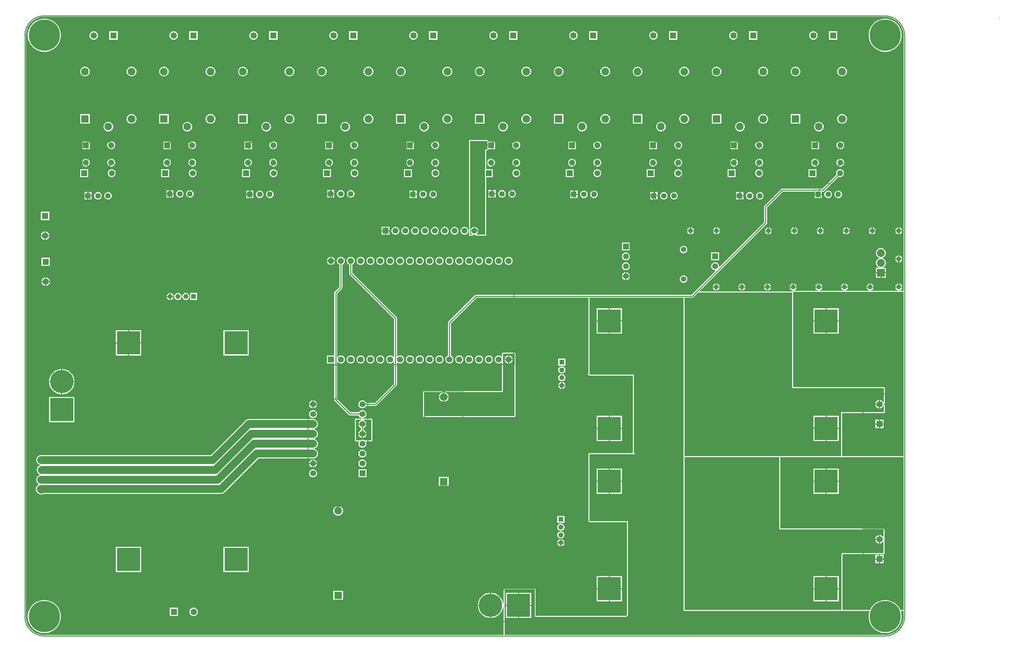
<source format=gbl>
G04*
G04 #@! TF.GenerationSoftware,Altium Limited,Altium Designer,22.1.2 (22)*
G04*
G04 Layer_Physical_Order=2*
G04 Layer_Color=16711680*
%FSLAX44Y44*%
%MOMM*%
G71*
G04*
G04 #@! TF.SameCoordinates,E17F41A4-0C7A-49D5-8B51-7FD3D5A7BB14*
G04*
G04*
G04 #@! TF.FilePolarity,Positive*
G04*
G01*
G75*
%ADD11C,0.2000*%
%ADD12C,0.1270*%
%ADD13C,0.2540*%
%ADD16C,0.1000*%
%ADD17C,0.2800*%
%ADD18C,0.0500*%
%ADD20R,1.5000X1.5000*%
%ADD24R,1.5000X1.5000*%
%ADD63C,1.9800*%
%ADD64C,1.9350*%
%ADD65R,1.9800X1.9800*%
%ADD66C,1.4980*%
%ADD67R,1.4980X1.4980*%
%ADD68C,8.0000*%
%ADD69C,1.4000*%
%ADD70C,1.5000*%
%ADD71R,1.5300X1.5300*%
%ADD72C,1.5300*%
%ADD73R,2.0400X2.0400*%
%ADD74C,2.0400*%
%ADD75R,1.6500X1.6500*%
%ADD76C,1.6500*%
%ADD77C,1.3080*%
%ADD78R,1.3080X1.3080*%
%ADD79R,1.6500X1.6500*%
%ADD80C,6.0000*%
%ADD81R,6.0000X6.0000*%
%ADD82R,1.4000X1.4000*%
%ADD83R,6.0000X6.0000*%
%ADD84R,1.5600X1.5600*%
%ADD85C,1.5600*%
%ADD86R,1.3080X1.3080*%
%ADD87C,1.2700*%
%ADD88C,2.0000*%
G36*
X2213610Y1595070D02*
X2216770D01*
X2223036Y1594245D01*
X2229140Y1592610D01*
X2234979Y1590191D01*
X2240452Y1587031D01*
X2245465Y1583184D01*
X2249934Y1578716D01*
X2253781Y1573702D01*
X2256941Y1568229D01*
X2259360Y1562390D01*
X2260995Y1556286D01*
X2261820Y1550020D01*
X2261820Y1546860D01*
Y889050D01*
X2250693D01*
X2250526Y890320D01*
X2252601Y890876D01*
X2254629Y892046D01*
X2256284Y893701D01*
X2257454Y895729D01*
X2258033Y897890D01*
X2240307D01*
X2240886Y895729D01*
X2242056Y893701D01*
X2243711Y892046D01*
X2245739Y890876D01*
X2247814Y890320D01*
X2247647Y889050D01*
X2177033D01*
X2176866Y890320D01*
X2178941Y890876D01*
X2180968Y892046D01*
X2182624Y893701D01*
X2183794Y895729D01*
X2184373Y897890D01*
X2166647D01*
X2167226Y895729D01*
X2168396Y893701D01*
X2170051Y892046D01*
X2172078Y890876D01*
X2174154Y890320D01*
X2173987Y889050D01*
X2110993D01*
X2110826Y890320D01*
X2112901Y890876D01*
X2114928Y892046D01*
X2116584Y893701D01*
X2117754Y895729D01*
X2118333Y897890D01*
X2100607D01*
X2101186Y895729D01*
X2102356Y893701D01*
X2104011Y892046D01*
X2106038Y890876D01*
X2108114Y890320D01*
X2107947Y889050D01*
X2044953D01*
X2044786Y890320D01*
X2046861Y890876D01*
X2048889Y892046D01*
X2050544Y893701D01*
X2051714Y895729D01*
X2052293Y897890D01*
X2034567D01*
X2035146Y895729D01*
X2036316Y893701D01*
X2037971Y892046D01*
X2039998Y890876D01*
X2042074Y890320D01*
X2041907Y889050D01*
X1979436D01*
X1978913Y889050D01*
X1978746Y890320D01*
X1979294Y890467D01*
X1980821Y890876D01*
X1982849Y892046D01*
X1984504Y893701D01*
X1985674Y895729D01*
X1986253Y897890D01*
X1968527D01*
X1969106Y895729D01*
X1970276Y893701D01*
X1971931Y892046D01*
X1973958Y890876D01*
X1976219Y890270D01*
X1976808D01*
X1977803Y889264D01*
X1977878Y889000D01*
X1977868Y888944D01*
X1977841Y888925D01*
X1977774Y888888D01*
X1977772Y888888D01*
X1977772Y888888D01*
X1977664Y888866D01*
X1977487Y888831D01*
X1977372Y888755D01*
X1977241Y888714D01*
X1977018Y888528D01*
X1976945Y888498D01*
X1976786Y888391D01*
X1976699Y888305D01*
X1976647Y888270D01*
X1976615Y888238D01*
X1976502Y888171D01*
X1975956Y887685D01*
X1975935Y887676D01*
X1975799Y887540D01*
X1975574Y887585D01*
X1975339Y887682D01*
X1975100Y887730D01*
X1974845Y887730D01*
X1974595Y887780D01*
X1736943D01*
X1736457Y888953D01*
X1909235Y1061731D01*
X1910077Y1062991D01*
X1910373Y1064478D01*
Y1104343D01*
X1950875Y1144845D01*
X2032020D01*
Y1139190D01*
X2051100D01*
Y1144845D01*
X2054180D01*
X2055667Y1145141D01*
X2056927Y1145983D01*
X2094115Y1183171D01*
X2096658Y1182490D01*
X2099302D01*
X2101855Y1183174D01*
X2104145Y1184496D01*
X2106014Y1186365D01*
X2107336Y1188655D01*
X2108020Y1191208D01*
Y1193852D01*
X2107336Y1196405D01*
X2106014Y1198695D01*
X2104145Y1200564D01*
X2101855Y1201886D01*
X2099302Y1202570D01*
X2096658D01*
X2094105Y1201886D01*
X2091815Y1200564D01*
X2089946Y1198695D01*
X2088624Y1196405D01*
X2087940Y1193852D01*
Y1191208D01*
X2088621Y1188665D01*
X2052571Y1152615D01*
X1949266D01*
X1947779Y1152319D01*
X1946519Y1151477D01*
X1903741Y1108699D01*
X1902899Y1107439D01*
X1902603Y1105952D01*
Y1066087D01*
X1788170Y951654D01*
X1786900Y952180D01*
Y953822D01*
X1786216Y956375D01*
X1784894Y958665D01*
X1783025Y960534D01*
X1780735Y961856D01*
X1778182Y962540D01*
X1775538D01*
X1772985Y961856D01*
X1770695Y960534D01*
X1768826Y958665D01*
X1767504Y956375D01*
X1766820Y953822D01*
Y951178D01*
X1767504Y948625D01*
X1768826Y946335D01*
X1770695Y944466D01*
X1772985Y943144D01*
X1775538Y942460D01*
X1777180D01*
X1777706Y941190D01*
X1715431Y878915D01*
X1160780D01*
X1159293Y878619D01*
X1158033Y877777D01*
X1089973Y809717D01*
X1089131Y808457D01*
X1088835Y806970D01*
Y722134D01*
X1088729Y722105D01*
X1086371Y720744D01*
X1084446Y718819D01*
X1083085Y716461D01*
X1082380Y713831D01*
Y711109D01*
X1083085Y708479D01*
X1084446Y706121D01*
X1086371Y704196D01*
X1088729Y702835D01*
X1091359Y702130D01*
X1094081D01*
X1096711Y702835D01*
X1099069Y704196D01*
X1100994Y706121D01*
X1102355Y708479D01*
X1103060Y711109D01*
Y713831D01*
X1102355Y716461D01*
X1100994Y718819D01*
X1099069Y720744D01*
X1096711Y722105D01*
X1096605Y722134D01*
Y805361D01*
X1162389Y871145D01*
X1450290D01*
Y676512D01*
X1450134Y676278D01*
X1450060Y676101D01*
X1450022Y675912D01*
X1449965Y675802D01*
X1449927Y675673D01*
X1449920Y675604D01*
X1449909Y675577D01*
X1449909Y675577D01*
X1449909Y675535D01*
X1449894Y675495D01*
X1449894Y675495D01*
X1449896Y675421D01*
X1449873Y675342D01*
X1449869Y675303D01*
X1449831Y675174D01*
X1449816Y675010D01*
X1449816Y675009D01*
X1449764Y674431D01*
X1449780Y674273D01*
X1449755Y674124D01*
X1449757Y674040D01*
X1449812Y673796D01*
X1449817Y673626D01*
X1449818Y673621D01*
X1449859Y673527D01*
X1449870Y673426D01*
X1449890Y673389D01*
X1449902Y673275D01*
X1449950Y673186D01*
X1449980Y673054D01*
X1449980Y673054D01*
X1450011Y672985D01*
X1450180Y672746D01*
X1450199Y672686D01*
X1450224Y672639D01*
X1450287Y672563D01*
X1450383Y672386D01*
X1450482Y672266D01*
X1450569Y672195D01*
X1450594Y672160D01*
X1450607Y672152D01*
X1450720Y671992D01*
X1451181Y671554D01*
X1451181Y671554D01*
X1451347Y671397D01*
X1451531Y671281D01*
X1451544Y671268D01*
X1451568Y671253D01*
X1451573Y671248D01*
X1451573Y671248D01*
X1451579Y671246D01*
X1451749Y671085D01*
X1451932Y670969D01*
X1452124Y670896D01*
X1452337Y670753D01*
X1452348Y670749D01*
X1452376Y670744D01*
X1452399Y670729D01*
X1452651Y670686D01*
X1452852Y670602D01*
X1453065Y670560D01*
X1453300D01*
X1453338Y670553D01*
X1453357D01*
X1453570Y670510D01*
X1564590D01*
Y472440D01*
X1563538Y471220D01*
X1454044D01*
X1454019Y471215D01*
X1453992Y471219D01*
X1453524Y471116D01*
X1453053Y471023D01*
X1453031Y471008D01*
X1453006Y471002D01*
X1451841Y470493D01*
X1451669Y470372D01*
X1451473Y470294D01*
X1451276Y470103D01*
X1451049Y469951D01*
X1451035Y469930D01*
X1451013Y469914D01*
X1450899Y469737D01*
X1450748Y469591D01*
X1450639Y469338D01*
X1450487Y469111D01*
X1450482Y469085D01*
X1450468Y469063D01*
X1450431Y468856D01*
X1450348Y468663D01*
X1450348Y468662D01*
X1450344Y468388D01*
X1450290Y468120D01*
Y297074D01*
X1450295Y297048D01*
X1450291Y297022D01*
X1450394Y296554D01*
X1450487Y296083D01*
X1450502Y296061D01*
X1450508Y296036D01*
X1451017Y294871D01*
X1451138Y294699D01*
X1451216Y294503D01*
X1451407Y294306D01*
X1451559Y294079D01*
X1451580Y294065D01*
X1451596Y294042D01*
X1451773Y293929D01*
X1451919Y293778D01*
X1452172Y293669D01*
X1452399Y293517D01*
X1452425Y293512D01*
X1452447Y293498D01*
X1452654Y293461D01*
X1452847Y293378D01*
X1452848Y293378D01*
X1453121Y293374D01*
X1453390Y293320D01*
X1549350D01*
Y54413D01*
X1547057Y52120D01*
X1314500D01*
Y117855D01*
X1314476Y117972D01*
X1314476Y117973D01*
X1314476Y118107D01*
X1314450Y118240D01*
Y118360D01*
X1314427Y118478D01*
X1314415Y118596D01*
X1314381Y118712D01*
X1314368Y118847D01*
X1314330Y118976D01*
X1314330Y118976D01*
X1314319Y119095D01*
X1314284Y119210D01*
X1314284Y119210D01*
X1314284Y119211D01*
X1314127Y119736D01*
X1314090Y119806D01*
X1314086Y119840D01*
X1314086Y119840D01*
X1314059Y119888D01*
X1314040Y119982D01*
X1314040Y119983D01*
X1314021Y120011D01*
X1314021Y120013D01*
X1313980Y120111D01*
X1313855Y120299D01*
X1313798Y120437D01*
X1313782Y120461D01*
X1313780Y120463D01*
X1313779Y120465D01*
X1313778Y120467D01*
X1313753Y120491D01*
X1313709Y120599D01*
X1313646Y120661D01*
X1313597Y120754D01*
X1313565Y120794D01*
X1313474Y120869D01*
X1313419Y120951D01*
X1313229Y121078D01*
X1313213Y121094D01*
X1313198Y121117D01*
X1313118Y121197D01*
X1313097Y121211D01*
X1313096Y121212D01*
X1313095Y121213D01*
X1312994Y121313D01*
X1312806Y121439D01*
X1312727Y121518D01*
X1312706Y121532D01*
X1312503Y121617D01*
X1312339Y121732D01*
X1312338Y121733D01*
X1312306Y121740D01*
X1312278Y121758D01*
X1312278Y121758D01*
X1312256Y121773D01*
X1312007Y121822D01*
X1311772Y121920D01*
X1311516Y121920D01*
X1311447Y121934D01*
X1311353Y121955D01*
X1311346Y121954D01*
X1311265Y121970D01*
X1311011Y121970D01*
X1311010Y121970D01*
X1235604D01*
X1235579Y121965D01*
X1235553Y121969D01*
X1235084Y121866D01*
X1234613Y121773D01*
X1234591Y121758D01*
X1234566Y121752D01*
X1233401Y121243D01*
X1233229Y121122D01*
X1233033Y121045D01*
X1232836Y120853D01*
X1232609Y120701D01*
X1232595Y120680D01*
X1232572Y120664D01*
X1232459Y120487D01*
X1232308Y120341D01*
X1232199Y120088D01*
X1232047Y119861D01*
X1232042Y119835D01*
X1232028Y119813D01*
X1231991Y119606D01*
X1231908Y119413D01*
X1231908Y119412D01*
X1231904Y119138D01*
X1231850Y118870D01*
Y84125D01*
X1230580Y84025D01*
X1230179Y86560D01*
X1228596Y91431D01*
X1226271Y95995D01*
X1223260Y100138D01*
X1219638Y103760D01*
X1215495Y106771D01*
X1210931Y109096D01*
X1206060Y110679D01*
X1201001Y111480D01*
X1199710D01*
Y78940D01*
Y46400D01*
X1201001D01*
X1206060Y47201D01*
X1210931Y48784D01*
X1215495Y51109D01*
X1219638Y54120D01*
X1223260Y57742D01*
X1226271Y61885D01*
X1228596Y66449D01*
X1230179Y71320D01*
X1230580Y73855D01*
X1231850Y73755D01*
Y2590D01*
X1230580Y2590D01*
X50000Y2589D01*
X46893D01*
X40731Y3401D01*
X34728Y5009D01*
X28986Y7388D01*
X23604Y10495D01*
X18673Y14278D01*
X14278Y18673D01*
X10495Y23604D01*
X7388Y28986D01*
X5009Y34728D01*
X3401Y40731D01*
X2590Y46893D01*
X2590Y50000D01*
X2590Y1548130D01*
Y1551207D01*
X3393Y1557307D01*
X4985Y1563251D01*
X7340Y1568936D01*
X10417Y1574265D01*
X14163Y1579146D01*
X18514Y1583497D01*
X23395Y1587243D01*
X28724Y1590320D01*
X34409Y1592675D01*
X40353Y1594267D01*
X46453Y1595070D01*
X49530Y1595070D01*
X2213610Y1595070D01*
D02*
G37*
G36*
X1974834Y885143D02*
Y885018D01*
X1974850Y884935D01*
Y641400D01*
Y638810D01*
X2210815D01*
X2211028Y638768D01*
X2211070Y638555D01*
Y602093D01*
X2210773Y601842D01*
X2210153Y601763D01*
X2209101Y602093D01*
X2208274Y603525D01*
X2206265Y605534D01*
X2203805Y606955D01*
X2201060Y607690D01*
X2200910D01*
Y596900D01*
Y586110D01*
X2201060D01*
X2203805Y586845D01*
X2206265Y588266D01*
X2208274Y590275D01*
X2209101Y591707D01*
X2210153Y592037D01*
X2210773Y591958D01*
X2211070Y591707D01*
Y576835D01*
X2211028Y576622D01*
X2210815Y576580D01*
X2100580D01*
Y463601D01*
X2100325Y463550D01*
X1698041D01*
X1697990Y463805D01*
Y871145D01*
X1717040D01*
X1718527Y871441D01*
X1719787Y872283D01*
X1732694Y885190D01*
X1974595D01*
X1974834Y885143D01*
D02*
G37*
G36*
X2261820Y463550D02*
X2103425D01*
X2103170Y463601D01*
Y573990D01*
X2211070D01*
X2212061Y574187D01*
X2212901Y574749D01*
X2213463Y575589D01*
X2213660Y576580D01*
Y592961D01*
X2213594Y593293D01*
X2213571Y593631D01*
X2213496Y593784D01*
X2213463Y593952D01*
X2213274Y594234D01*
X2213125Y594538D01*
X2212996Y594650D01*
X2212901Y594792D01*
X2212620Y594981D01*
X2212365Y595204D01*
X2212203Y595259D01*
X2212061Y595354D01*
X2211729Y595420D01*
X2211408Y595529D01*
X2211070Y595573D01*
Y598227D01*
X2211408Y598271D01*
X2211729Y598380D01*
X2212061Y598446D01*
X2212203Y598541D01*
X2212365Y598596D01*
X2212620Y598820D01*
X2212901Y599008D01*
X2212996Y599150D01*
X2213125Y599263D01*
X2213274Y599566D01*
X2213463Y599848D01*
X2213496Y600015D01*
X2213571Y600169D01*
X2213594Y600507D01*
X2213660Y600839D01*
Y638810D01*
X2213463Y639801D01*
X2212901Y640641D01*
X2212061Y641203D01*
X2211070Y641400D01*
X1977440D01*
Y885190D01*
X1977374Y885523D01*
X1977408Y885557D01*
X1977564Y885649D01*
X1978225Y886238D01*
X1978384Y886345D01*
X1978478Y886438D01*
X1978610Y886452D01*
X1978635Y886460D01*
X2261820D01*
Y463550D01*
D02*
G37*
G36*
X1941780Y276860D02*
X1941977Y275869D01*
X1942539Y275029D01*
X1943379Y274467D01*
X1944370Y274270D01*
X2209750D01*
Y255529D01*
X2208480Y255188D01*
X2208274Y255545D01*
X2206265Y257554D01*
X2203805Y258975D01*
X2201060Y259710D01*
X2200910D01*
Y248920D01*
Y238130D01*
X2201060D01*
X2203805Y238865D01*
X2206265Y240286D01*
X2208274Y242295D01*
X2208480Y242652D01*
X2209750Y242311D01*
Y213410D01*
X2104390D01*
X2103399Y213213D01*
X2102559Y212651D01*
X2101997Y211811D01*
X2101800Y210820D01*
Y67310D01*
X1699260D01*
X1699163Y67213D01*
X1697990Y67699D01*
Y460960D01*
X1941780D01*
Y276860D01*
D02*
G37*
G36*
X2102179Y461157D02*
X2103170Y460960D01*
X2261820D01*
Y67310D01*
X2253285D01*
X2252645Y68855D01*
X2249857Y73685D01*
X2246462Y78109D01*
X2242519Y82052D01*
X2238095Y85447D01*
X2233265Y88235D01*
X2228113Y90369D01*
X2222727Y91812D01*
X2217198Y92540D01*
X2211622D01*
X2206093Y91812D01*
X2200707Y90369D01*
X2195555Y88235D01*
X2190725Y85447D01*
X2186301Y82052D01*
X2182358Y78109D01*
X2178963Y73685D01*
X2176175Y68855D01*
X2175535Y67310D01*
X2104645D01*
X2104640Y67311D01*
X2104640D01*
X2104511Y67337D01*
X2104395Y67360D01*
X2104395D01*
X2104390Y67361D01*
X2104390Y67361D01*
Y210565D01*
X2104432Y210778D01*
X2104645Y210820D01*
X2212340D01*
Y276860D01*
X1944625D01*
X1944412Y276902D01*
X1944370Y277115D01*
Y460960D01*
X2100580D01*
X2101571Y461157D01*
X2101875Y461360D01*
X2102179Y461157D01*
D02*
G37*
G36*
X1695400Y463805D02*
X1695450Y463555D01*
X1695450Y463300D01*
X1695501Y463045D01*
X1695598Y462809D01*
X1695648Y462559D01*
X1695790Y462347D01*
X1695817Y462280D01*
X1695597Y461951D01*
X1695400Y460960D01*
Y67699D01*
X1695597Y66708D01*
X1696159Y65868D01*
X1696999Y65307D01*
X1696999Y65307D01*
X1698172Y64821D01*
X1698172Y64821D01*
X1699163Y64624D01*
X1699649Y64720D01*
X2101800D01*
X2102791Y64917D01*
X2103120Y65137D01*
X2103189Y65108D01*
X2103399Y64968D01*
X2103404Y64967D01*
X2103404Y64967D01*
X2103650Y64918D01*
X2103887Y64820D01*
X2103889D01*
X2103890Y64820D01*
X2104135Y64771D01*
X2104147D01*
X2104392Y64770D01*
X2104645Y64720D01*
X2173342D01*
X2173973Y63450D01*
X2172598Y58317D01*
X2171870Y52788D01*
Y47212D01*
X2172598Y41683D01*
X2174041Y36297D01*
X2176175Y31145D01*
X2178963Y26315D01*
X2182358Y21891D01*
X2186301Y17948D01*
X2190725Y14553D01*
X2195555Y11765D01*
X2200707Y9631D01*
X2206093Y8188D01*
X2211622Y7460D01*
X2217198D01*
X2222727Y8188D01*
X2228113Y9631D01*
X2233265Y11765D01*
X2238095Y14553D01*
X2242519Y17948D01*
X2246462Y21891D01*
X2249857Y26315D01*
X2252645Y31145D01*
X2254779Y36297D01*
X2256222Y41683D01*
X2256950Y47212D01*
Y52788D01*
X2256222Y58317D01*
X2254847Y63450D01*
X2255478Y64720D01*
X2261820D01*
Y50800D01*
Y47640D01*
X2260995Y41374D01*
X2259360Y35270D01*
X2256941Y29431D01*
X2253781Y23958D01*
X2249934Y18944D01*
X2245466Y14476D01*
X2240452Y10628D01*
X2234979Y7469D01*
X2229140Y5050D01*
X2223036Y3415D01*
X2216770Y2590D01*
X2213610Y2590D01*
X1234440Y2590D01*
Y118870D01*
X1234440Y118870D01*
X1235604Y119380D01*
X1311010D01*
X1311011Y119380D01*
X1311266Y119380D01*
X1311287Y119366D01*
X1311287Y119366D01*
X1311366Y119286D01*
X1311555Y119160D01*
X1311588Y119120D01*
X1311628Y119022D01*
X1311629Y119021D01*
X1311629Y119021D01*
X1311645Y118997D01*
X1311646Y118996D01*
X1311803Y118470D01*
Y118470D01*
X1311837Y118354D01*
X1311848Y118236D01*
X1311887Y118107D01*
X1311887Y117972D01*
X1311910Y117855D01*
Y52120D01*
Y49530D01*
X1548130D01*
X1551940Y53340D01*
Y295910D01*
X1453390D01*
X1453390Y295910D01*
X1452880Y297074D01*
Y468120D01*
X1452880Y468120D01*
X1454044Y468630D01*
X1570990D01*
X1567180Y472440D01*
Y673100D01*
X1453570D01*
X1453357Y673142D01*
X1453338D01*
X1453327Y673147D01*
X1453313Y673160D01*
X1453130Y673276D01*
X1452964Y673433D01*
X1452963Y673433D01*
X1452502Y673870D01*
X1452477Y673918D01*
X1452377Y674038D01*
X1452346Y674108D01*
X1452344Y674192D01*
X1452343Y674196D01*
X1452395Y674774D01*
X1452396Y674775D01*
X1452410Y674940D01*
X1452448Y675069D01*
X1452449Y675069D01*
X1452449Y675069D01*
X1452452Y675108D01*
X1452526Y675286D01*
X1452880Y675640D01*
Y871145D01*
X1695400D01*
Y463805D01*
D02*
G37*
%LPC*%
G36*
X2091050Y1557650D02*
X2069470D01*
Y1536070D01*
X2091050D01*
Y1557650D01*
D02*
G37*
G36*
X2030880D02*
X2028039D01*
X2025295Y1556915D01*
X2022835Y1555494D01*
X2020826Y1553485D01*
X2019405Y1551025D01*
X2018670Y1548280D01*
Y1545439D01*
X2019405Y1542695D01*
X2020826Y1540235D01*
X2022835Y1538226D01*
X2025295Y1536805D01*
X2028039Y1536070D01*
X2030880D01*
X2033625Y1536805D01*
X2036085Y1538226D01*
X2038094Y1540235D01*
X2039515Y1542695D01*
X2040250Y1545439D01*
Y1548280D01*
X2039515Y1551025D01*
X2038094Y1553485D01*
X2036085Y1555494D01*
X2033625Y1556915D01*
X2030880Y1557650D01*
D02*
G37*
G36*
X1885232D02*
X1863652D01*
Y1536070D01*
X1885232D01*
Y1557650D01*
D02*
G37*
G36*
X1825062D02*
X1822221D01*
X1819477Y1556915D01*
X1817016Y1555494D01*
X1815007Y1553485D01*
X1813587Y1551025D01*
X1812852Y1548280D01*
Y1545439D01*
X1813587Y1542695D01*
X1815007Y1540235D01*
X1817016Y1538226D01*
X1819477Y1536805D01*
X1822221Y1536070D01*
X1825062D01*
X1827807Y1536805D01*
X1830267Y1538226D01*
X1832276Y1540235D01*
X1833696Y1542695D01*
X1834432Y1545439D01*
Y1548280D01*
X1833696Y1551025D01*
X1832276Y1553485D01*
X1830267Y1555494D01*
X1827807Y1556915D01*
X1825062Y1557650D01*
D02*
G37*
G36*
X1679413D02*
X1657834D01*
Y1536070D01*
X1679413D01*
Y1557650D01*
D02*
G37*
G36*
X1619244D02*
X1616403D01*
X1613659Y1556915D01*
X1611198Y1555494D01*
X1609189Y1553485D01*
X1607769Y1551025D01*
X1607034Y1548280D01*
Y1545439D01*
X1607769Y1542695D01*
X1609189Y1540235D01*
X1611198Y1538226D01*
X1613659Y1536805D01*
X1616403Y1536070D01*
X1619244D01*
X1621988Y1536805D01*
X1624449Y1538226D01*
X1626458Y1540235D01*
X1627878Y1542695D01*
X1628613Y1545439D01*
Y1548280D01*
X1627878Y1551025D01*
X1626458Y1553485D01*
X1624449Y1555494D01*
X1621988Y1556915D01*
X1619244Y1557650D01*
D02*
G37*
G36*
X1473595D02*
X1452015D01*
Y1536070D01*
X1473595D01*
Y1557650D01*
D02*
G37*
G36*
X1413426D02*
X1410585D01*
X1407841Y1556915D01*
X1405380Y1555494D01*
X1403371Y1553485D01*
X1401951Y1551025D01*
X1401215Y1548280D01*
Y1545439D01*
X1401951Y1542695D01*
X1403371Y1540235D01*
X1405380Y1538226D01*
X1407841Y1536805D01*
X1410585Y1536070D01*
X1413426D01*
X1416170Y1536805D01*
X1418631Y1538226D01*
X1420639Y1540235D01*
X1422060Y1542695D01*
X1422795Y1545439D01*
Y1548280D01*
X1422060Y1551025D01*
X1420639Y1553485D01*
X1418631Y1555494D01*
X1416170Y1556915D01*
X1413426Y1557650D01*
D02*
G37*
G36*
X1267777D02*
X1246197D01*
Y1536070D01*
X1267777D01*
Y1557650D01*
D02*
G37*
G36*
X1207608D02*
X1204767D01*
X1202022Y1556915D01*
X1199562Y1555494D01*
X1197553Y1553485D01*
X1196132Y1551025D01*
X1195397Y1548280D01*
Y1545439D01*
X1196132Y1542695D01*
X1197553Y1540235D01*
X1199562Y1538226D01*
X1202022Y1536805D01*
X1204767Y1536070D01*
X1207608D01*
X1210352Y1536805D01*
X1212812Y1538226D01*
X1214821Y1540235D01*
X1216242Y1542695D01*
X1216977Y1545439D01*
Y1548280D01*
X1216242Y1551025D01*
X1214821Y1553485D01*
X1212812Y1555494D01*
X1210352Y1556915D01*
X1207608Y1557650D01*
D02*
G37*
G36*
X1061959D02*
X1040379D01*
Y1536070D01*
X1061959D01*
Y1557650D01*
D02*
G37*
G36*
X1001789D02*
X998948D01*
X996204Y1556915D01*
X993744Y1555494D01*
X991735Y1553485D01*
X990314Y1551025D01*
X989579Y1548280D01*
Y1545439D01*
X990314Y1542695D01*
X991735Y1540235D01*
X993744Y1538226D01*
X996204Y1536805D01*
X998948Y1536070D01*
X1001789D01*
X1004534Y1536805D01*
X1006994Y1538226D01*
X1009003Y1540235D01*
X1010424Y1542695D01*
X1011159Y1545439D01*
Y1548280D01*
X1010424Y1551025D01*
X1009003Y1553485D01*
X1006994Y1555494D01*
X1004534Y1556915D01*
X1001789Y1557650D01*
D02*
G37*
G36*
X856141D02*
X834561D01*
Y1536070D01*
X856141D01*
Y1557650D01*
D02*
G37*
G36*
X795971D02*
X793130D01*
X790386Y1556915D01*
X787925Y1555494D01*
X785917Y1553485D01*
X784496Y1551025D01*
X783761Y1548280D01*
Y1545439D01*
X784496Y1542695D01*
X785917Y1540235D01*
X787925Y1538226D01*
X790386Y1536805D01*
X793130Y1536070D01*
X795971D01*
X798715Y1536805D01*
X801176Y1538226D01*
X803185Y1540235D01*
X804605Y1542695D01*
X805341Y1545439D01*
Y1548280D01*
X804605Y1551025D01*
X803185Y1553485D01*
X801176Y1555494D01*
X798715Y1556915D01*
X795971Y1557650D01*
D02*
G37*
G36*
X650322D02*
X628742D01*
Y1536070D01*
X650322D01*
Y1557650D01*
D02*
G37*
G36*
X590153D02*
X587312D01*
X584568Y1556915D01*
X582107Y1555494D01*
X580098Y1553485D01*
X578678Y1551025D01*
X577943Y1548280D01*
Y1545439D01*
X578678Y1542695D01*
X580098Y1540235D01*
X582107Y1538226D01*
X584568Y1536805D01*
X587312Y1536070D01*
X590153D01*
X592897Y1536805D01*
X595358Y1538226D01*
X597367Y1540235D01*
X598787Y1542695D01*
X599522Y1545439D01*
Y1548280D01*
X598787Y1551025D01*
X597367Y1553485D01*
X595358Y1555494D01*
X592897Y1556915D01*
X590153Y1557650D01*
D02*
G37*
G36*
X444504D02*
X422924D01*
Y1536070D01*
X444504D01*
Y1557650D01*
D02*
G37*
G36*
X384335D02*
X381494D01*
X378750Y1556915D01*
X376289Y1555494D01*
X374280Y1553485D01*
X372860Y1551025D01*
X372124Y1548280D01*
Y1545439D01*
X372860Y1542695D01*
X374280Y1540235D01*
X376289Y1538226D01*
X378750Y1536805D01*
X381494Y1536070D01*
X384335D01*
X387079Y1536805D01*
X389539Y1538226D01*
X391548Y1540235D01*
X392969Y1542695D01*
X393704Y1545439D01*
Y1548280D01*
X392969Y1551025D01*
X391548Y1553485D01*
X389539Y1555494D01*
X387079Y1556915D01*
X384335Y1557650D01*
D02*
G37*
G36*
X238686D02*
X217106D01*
Y1536070D01*
X238686D01*
Y1557650D01*
D02*
G37*
G36*
X178517D02*
X175676D01*
X172931Y1556915D01*
X170471Y1555494D01*
X168462Y1553485D01*
X167041Y1551025D01*
X166306Y1548280D01*
Y1545439D01*
X167041Y1542695D01*
X168462Y1540235D01*
X170471Y1538226D01*
X172931Y1536805D01*
X175676Y1536070D01*
X178517D01*
X181261Y1536805D01*
X183721Y1538226D01*
X185730Y1540235D01*
X187151Y1542695D01*
X187886Y1545439D01*
Y1548280D01*
X187151Y1551025D01*
X185730Y1553485D01*
X183721Y1555494D01*
X181261Y1556915D01*
X178517Y1557650D01*
D02*
G37*
G36*
X2217198Y1590200D02*
X2211622D01*
X2206093Y1589472D01*
X2200707Y1588029D01*
X2195555Y1585895D01*
X2190725Y1583107D01*
X2186301Y1579712D01*
X2182358Y1575769D01*
X2178963Y1571345D01*
X2176175Y1566515D01*
X2174041Y1561363D01*
X2172598Y1555977D01*
X2171870Y1550448D01*
Y1544872D01*
X2172598Y1539343D01*
X2174041Y1533957D01*
X2176175Y1528805D01*
X2178963Y1523975D01*
X2182358Y1519551D01*
X2186301Y1515608D01*
X2190725Y1512213D01*
X2195555Y1509425D01*
X2200707Y1507291D01*
X2206093Y1505848D01*
X2211622Y1505120D01*
X2217198D01*
X2222727Y1505848D01*
X2228113Y1507291D01*
X2233265Y1509425D01*
X2238095Y1512213D01*
X2242519Y1515608D01*
X2246462Y1519551D01*
X2249857Y1523975D01*
X2252645Y1528805D01*
X2254779Y1533957D01*
X2256222Y1539343D01*
X2256950Y1544872D01*
Y1550448D01*
X2256222Y1555977D01*
X2254779Y1561363D01*
X2252645Y1566515D01*
X2249857Y1571345D01*
X2246462Y1575769D01*
X2242519Y1579712D01*
X2238095Y1583107D01*
X2233265Y1585895D01*
X2228113Y1588029D01*
X2222727Y1589472D01*
X2217198Y1590200D01*
D02*
G37*
G36*
X52788D02*
X47212D01*
X41683Y1589472D01*
X36297Y1588029D01*
X31145Y1585895D01*
X26315Y1583107D01*
X21891Y1579712D01*
X17948Y1575769D01*
X14553Y1571345D01*
X11765Y1566515D01*
X9631Y1561363D01*
X8188Y1555977D01*
X7460Y1550448D01*
Y1544872D01*
X8188Y1539343D01*
X9631Y1533957D01*
X11765Y1528805D01*
X14553Y1523975D01*
X17948Y1519551D01*
X21891Y1515608D01*
X26315Y1512213D01*
X31145Y1509425D01*
X36297Y1507291D01*
X41683Y1505848D01*
X47212Y1505120D01*
X52788D01*
X58317Y1505848D01*
X63703Y1507291D01*
X68855Y1509425D01*
X73685Y1512213D01*
X78109Y1515608D01*
X82052Y1519551D01*
X85447Y1523975D01*
X88235Y1528805D01*
X90369Y1533957D01*
X91812Y1539343D01*
X92540Y1544872D01*
Y1550448D01*
X91812Y1555977D01*
X90369Y1561363D01*
X88235Y1566515D01*
X85447Y1571345D01*
X82052Y1575769D01*
X78109Y1579712D01*
X73685Y1583107D01*
X68855Y1585895D01*
X63703Y1588029D01*
X58317Y1589472D01*
X52788Y1590200D01*
D02*
G37*
G36*
X2105068Y1466630D02*
X2101792D01*
X2098628Y1465782D01*
X2095792Y1464144D01*
X2093475Y1461828D01*
X2091838Y1458992D01*
X2090990Y1455828D01*
Y1452552D01*
X2091838Y1449388D01*
X2093475Y1446552D01*
X2095792Y1444236D01*
X2098628Y1442598D01*
X2101792Y1441750D01*
X2105068D01*
X2108232Y1442598D01*
X2111068Y1444236D01*
X2113385Y1446552D01*
X2115022Y1449388D01*
X2115870Y1452552D01*
Y1455828D01*
X2115022Y1458992D01*
X2113385Y1461828D01*
X2111068Y1464144D01*
X2108232Y1465782D01*
X2105068Y1466630D01*
D02*
G37*
G36*
X1985068D02*
X1981792D01*
X1978628Y1465782D01*
X1975792Y1464144D01*
X1973475Y1461828D01*
X1971838Y1458992D01*
X1970990Y1455828D01*
Y1452552D01*
X1971838Y1449388D01*
X1973475Y1446552D01*
X1975792Y1444236D01*
X1978628Y1442598D01*
X1981792Y1441750D01*
X1985068D01*
X1988232Y1442598D01*
X1991068Y1444236D01*
X1993385Y1446552D01*
X1995022Y1449388D01*
X1995870Y1452552D01*
Y1455828D01*
X1995022Y1458992D01*
X1993385Y1461828D01*
X1991068Y1464144D01*
X1988232Y1465782D01*
X1985068Y1466630D01*
D02*
G37*
G36*
X1901868D02*
X1898592D01*
X1895428Y1465782D01*
X1892592Y1464144D01*
X1890276Y1461828D01*
X1888638Y1458992D01*
X1887790Y1455828D01*
Y1452552D01*
X1888638Y1449388D01*
X1890276Y1446552D01*
X1892592Y1444236D01*
X1895428Y1442598D01*
X1898592Y1441750D01*
X1901868D01*
X1905032Y1442598D01*
X1907868Y1444236D01*
X1910184Y1446552D01*
X1911822Y1449388D01*
X1912670Y1452552D01*
Y1455828D01*
X1911822Y1458992D01*
X1910184Y1461828D01*
X1907868Y1464144D01*
X1905032Y1465782D01*
X1901868Y1466630D01*
D02*
G37*
G36*
X1781868D02*
X1778592D01*
X1775428Y1465782D01*
X1772592Y1464144D01*
X1770276Y1461828D01*
X1768638Y1458992D01*
X1767790Y1455828D01*
Y1452552D01*
X1768638Y1449388D01*
X1770276Y1446552D01*
X1772592Y1444236D01*
X1775428Y1442598D01*
X1778592Y1441750D01*
X1781868D01*
X1785032Y1442598D01*
X1787868Y1444236D01*
X1790184Y1446552D01*
X1791822Y1449388D01*
X1792670Y1452552D01*
Y1455828D01*
X1791822Y1458992D01*
X1790184Y1461828D01*
X1787868Y1464144D01*
X1785032Y1465782D01*
X1781868Y1466630D01*
D02*
G37*
G36*
X1698668D02*
X1695392D01*
X1692228Y1465782D01*
X1689392Y1464144D01*
X1687076Y1461828D01*
X1685438Y1458992D01*
X1684590Y1455828D01*
Y1452552D01*
X1685438Y1449388D01*
X1687076Y1446552D01*
X1689392Y1444236D01*
X1692228Y1442598D01*
X1695392Y1441750D01*
X1698668D01*
X1701832Y1442598D01*
X1704668Y1444236D01*
X1706985Y1446552D01*
X1708622Y1449388D01*
X1709470Y1452552D01*
Y1455828D01*
X1708622Y1458992D01*
X1706985Y1461828D01*
X1704668Y1464144D01*
X1701832Y1465782D01*
X1698668Y1466630D01*
D02*
G37*
G36*
X1578668D02*
X1575392D01*
X1572228Y1465782D01*
X1569392Y1464144D01*
X1567076Y1461828D01*
X1565438Y1458992D01*
X1564590Y1455828D01*
Y1452552D01*
X1565438Y1449388D01*
X1567076Y1446552D01*
X1569392Y1444236D01*
X1572228Y1442598D01*
X1575392Y1441750D01*
X1578668D01*
X1581832Y1442598D01*
X1584668Y1444236D01*
X1586985Y1446552D01*
X1588622Y1449388D01*
X1589470Y1452552D01*
Y1455828D01*
X1588622Y1458992D01*
X1586985Y1461828D01*
X1584668Y1464144D01*
X1581832Y1465782D01*
X1578668Y1466630D01*
D02*
G37*
G36*
X1495468D02*
X1492192D01*
X1489028Y1465782D01*
X1486192Y1464144D01*
X1483875Y1461828D01*
X1482238Y1458992D01*
X1481390Y1455828D01*
Y1452552D01*
X1482238Y1449388D01*
X1483875Y1446552D01*
X1486192Y1444236D01*
X1489028Y1442598D01*
X1492192Y1441750D01*
X1495468D01*
X1498632Y1442598D01*
X1501468Y1444236D01*
X1503784Y1446552D01*
X1505422Y1449388D01*
X1506270Y1452552D01*
Y1455828D01*
X1505422Y1458992D01*
X1503784Y1461828D01*
X1501468Y1464144D01*
X1498632Y1465782D01*
X1495468Y1466630D01*
D02*
G37*
G36*
X1375468D02*
X1372192D01*
X1369028Y1465782D01*
X1366192Y1464144D01*
X1363875Y1461828D01*
X1362238Y1458992D01*
X1361390Y1455828D01*
Y1452552D01*
X1362238Y1449388D01*
X1363875Y1446552D01*
X1366192Y1444236D01*
X1369028Y1442598D01*
X1372192Y1441750D01*
X1375468D01*
X1378632Y1442598D01*
X1381468Y1444236D01*
X1383784Y1446552D01*
X1385422Y1449388D01*
X1386270Y1452552D01*
Y1455828D01*
X1385422Y1458992D01*
X1383784Y1461828D01*
X1381468Y1464144D01*
X1378632Y1465782D01*
X1375468Y1466630D01*
D02*
G37*
G36*
X1292268D02*
X1288992D01*
X1285828Y1465782D01*
X1282992Y1464144D01*
X1280676Y1461828D01*
X1279038Y1458992D01*
X1278190Y1455828D01*
Y1452552D01*
X1279038Y1449388D01*
X1280676Y1446552D01*
X1282992Y1444236D01*
X1285828Y1442598D01*
X1288992Y1441750D01*
X1292268D01*
X1295432Y1442598D01*
X1298268Y1444236D01*
X1300585Y1446552D01*
X1302222Y1449388D01*
X1303070Y1452552D01*
Y1455828D01*
X1302222Y1458992D01*
X1300585Y1461828D01*
X1298268Y1464144D01*
X1295432Y1465782D01*
X1292268Y1466630D01*
D02*
G37*
G36*
X1172268D02*
X1168992D01*
X1165828Y1465782D01*
X1162992Y1464144D01*
X1160676Y1461828D01*
X1159038Y1458992D01*
X1158190Y1455828D01*
Y1452552D01*
X1159038Y1449388D01*
X1160676Y1446552D01*
X1162992Y1444236D01*
X1165828Y1442598D01*
X1168992Y1441750D01*
X1172268D01*
X1175432Y1442598D01*
X1178268Y1444236D01*
X1180584Y1446552D01*
X1182222Y1449388D01*
X1183070Y1452552D01*
Y1455828D01*
X1182222Y1458992D01*
X1180584Y1461828D01*
X1178268Y1464144D01*
X1175432Y1465782D01*
X1172268Y1466630D01*
D02*
G37*
G36*
X1089068D02*
X1085792D01*
X1082628Y1465782D01*
X1079792Y1464144D01*
X1077476Y1461828D01*
X1075838Y1458992D01*
X1074990Y1455828D01*
Y1452552D01*
X1075838Y1449388D01*
X1077476Y1446552D01*
X1079792Y1444236D01*
X1082628Y1442598D01*
X1085792Y1441750D01*
X1089068D01*
X1092232Y1442598D01*
X1095068Y1444236D01*
X1097384Y1446552D01*
X1099022Y1449388D01*
X1099870Y1452552D01*
Y1455828D01*
X1099022Y1458992D01*
X1097384Y1461828D01*
X1095068Y1464144D01*
X1092232Y1465782D01*
X1089068Y1466630D01*
D02*
G37*
G36*
X969068D02*
X965792D01*
X962628Y1465782D01*
X959792Y1464144D01*
X957476Y1461828D01*
X955838Y1458992D01*
X954990Y1455828D01*
Y1452552D01*
X955838Y1449388D01*
X957476Y1446552D01*
X959792Y1444236D01*
X962628Y1442598D01*
X965792Y1441750D01*
X969068D01*
X972232Y1442598D01*
X975068Y1444236D01*
X977384Y1446552D01*
X979022Y1449388D01*
X979870Y1452552D01*
Y1455828D01*
X979022Y1458992D01*
X977384Y1461828D01*
X975068Y1464144D01*
X972232Y1465782D01*
X969068Y1466630D01*
D02*
G37*
G36*
X885868D02*
X882592D01*
X879428Y1465782D01*
X876592Y1464144D01*
X874276Y1461828D01*
X872638Y1458992D01*
X871790Y1455828D01*
Y1452552D01*
X872638Y1449388D01*
X874276Y1446552D01*
X876592Y1444236D01*
X879428Y1442598D01*
X882592Y1441750D01*
X885868D01*
X889032Y1442598D01*
X891868Y1444236D01*
X894184Y1446552D01*
X895822Y1449388D01*
X896670Y1452552D01*
Y1455828D01*
X895822Y1458992D01*
X894184Y1461828D01*
X891868Y1464144D01*
X889032Y1465782D01*
X885868Y1466630D01*
D02*
G37*
G36*
X765868D02*
X762592D01*
X759428Y1465782D01*
X756592Y1464144D01*
X754276Y1461828D01*
X752638Y1458992D01*
X751790Y1455828D01*
Y1452552D01*
X752638Y1449388D01*
X754276Y1446552D01*
X756592Y1444236D01*
X759428Y1442598D01*
X762592Y1441750D01*
X765868D01*
X769032Y1442598D01*
X771868Y1444236D01*
X774184Y1446552D01*
X775822Y1449388D01*
X776670Y1452552D01*
Y1455828D01*
X775822Y1458992D01*
X774184Y1461828D01*
X771868Y1464144D01*
X769032Y1465782D01*
X765868Y1466630D01*
D02*
G37*
G36*
X682668D02*
X679392D01*
X676228Y1465782D01*
X673392Y1464144D01*
X671076Y1461828D01*
X669438Y1458992D01*
X668590Y1455828D01*
Y1452552D01*
X669438Y1449388D01*
X671076Y1446552D01*
X673392Y1444236D01*
X676228Y1442598D01*
X679392Y1441750D01*
X682668D01*
X685832Y1442598D01*
X688668Y1444236D01*
X690984Y1446552D01*
X692622Y1449388D01*
X693470Y1452552D01*
Y1455828D01*
X692622Y1458992D01*
X690984Y1461828D01*
X688668Y1464144D01*
X685832Y1465782D01*
X682668Y1466630D01*
D02*
G37*
G36*
X562668D02*
X559392D01*
X556228Y1465782D01*
X553392Y1464144D01*
X551076Y1461828D01*
X549438Y1458992D01*
X548590Y1455828D01*
Y1452552D01*
X549438Y1449388D01*
X551076Y1446552D01*
X553392Y1444236D01*
X556228Y1442598D01*
X559392Y1441750D01*
X562668D01*
X565832Y1442598D01*
X568668Y1444236D01*
X570984Y1446552D01*
X572622Y1449388D01*
X573470Y1452552D01*
Y1455828D01*
X572622Y1458992D01*
X570984Y1461828D01*
X568668Y1464144D01*
X565832Y1465782D01*
X562668Y1466630D01*
D02*
G37*
G36*
X479468D02*
X476192D01*
X473028Y1465782D01*
X470192Y1464144D01*
X467876Y1461828D01*
X466238Y1458992D01*
X465390Y1455828D01*
Y1452552D01*
X466238Y1449388D01*
X467876Y1446552D01*
X470192Y1444236D01*
X473028Y1442598D01*
X476192Y1441750D01*
X479468D01*
X482632Y1442598D01*
X485468Y1444236D01*
X487785Y1446552D01*
X489422Y1449388D01*
X490270Y1452552D01*
Y1455828D01*
X489422Y1458992D01*
X487785Y1461828D01*
X485468Y1464144D01*
X482632Y1465782D01*
X479468Y1466630D01*
D02*
G37*
G36*
X359468D02*
X356192D01*
X353028Y1465782D01*
X350192Y1464144D01*
X347876Y1461828D01*
X346238Y1458992D01*
X345390Y1455828D01*
Y1452552D01*
X346238Y1449388D01*
X347876Y1446552D01*
X350192Y1444236D01*
X353028Y1442598D01*
X356192Y1441750D01*
X359468D01*
X362632Y1442598D01*
X365468Y1444236D01*
X367785Y1446552D01*
X369422Y1449388D01*
X370270Y1452552D01*
Y1455828D01*
X369422Y1458992D01*
X367785Y1461828D01*
X365468Y1464144D01*
X362632Y1465782D01*
X359468Y1466630D01*
D02*
G37*
G36*
X276268D02*
X272992D01*
X269828Y1465782D01*
X266992Y1464144D01*
X264676Y1461828D01*
X263038Y1458992D01*
X262190Y1455828D01*
Y1452552D01*
X263038Y1449388D01*
X264676Y1446552D01*
X266992Y1444236D01*
X269828Y1442598D01*
X272992Y1441750D01*
X276268D01*
X279432Y1442598D01*
X282268Y1444236D01*
X284585Y1446552D01*
X286222Y1449388D01*
X287070Y1452552D01*
Y1455828D01*
X286222Y1458992D01*
X284585Y1461828D01*
X282268Y1464144D01*
X279432Y1465782D01*
X276268Y1466630D01*
D02*
G37*
G36*
X156268D02*
X152992D01*
X149828Y1465782D01*
X146992Y1464144D01*
X144676Y1461828D01*
X143038Y1458992D01*
X142190Y1455828D01*
Y1452552D01*
X143038Y1449388D01*
X144676Y1446552D01*
X146992Y1444236D01*
X149828Y1442598D01*
X152992Y1441750D01*
X156268D01*
X159432Y1442598D01*
X162268Y1444236D01*
X164585Y1446552D01*
X166222Y1449388D01*
X167070Y1452552D01*
Y1455828D01*
X166222Y1458992D01*
X164585Y1461828D01*
X162268Y1464144D01*
X159432Y1465782D01*
X156268Y1466630D01*
D02*
G37*
G36*
X2105068Y1344630D02*
X2101792D01*
X2098628Y1343782D01*
X2095792Y1342144D01*
X2093475Y1339828D01*
X2091838Y1336992D01*
X2090990Y1333828D01*
Y1330552D01*
X2091838Y1327388D01*
X2093475Y1324552D01*
X2095792Y1322236D01*
X2098628Y1320598D01*
X2101792Y1319750D01*
X2105068D01*
X2108232Y1320598D01*
X2111068Y1322236D01*
X2113385Y1324552D01*
X2115022Y1327388D01*
X2115870Y1330552D01*
Y1333828D01*
X2115022Y1336992D01*
X2113385Y1339828D01*
X2111068Y1342144D01*
X2108232Y1343782D01*
X2105068Y1344630D01*
D02*
G37*
G36*
X1995870D02*
X1970990D01*
Y1319750D01*
X1995870D01*
Y1344630D01*
D02*
G37*
G36*
X1901868D02*
X1898592D01*
X1895428Y1343782D01*
X1892592Y1342144D01*
X1890276Y1339828D01*
X1888638Y1336992D01*
X1887790Y1333828D01*
Y1330552D01*
X1888638Y1327388D01*
X1890276Y1324552D01*
X1892592Y1322236D01*
X1895428Y1320598D01*
X1898592Y1319750D01*
X1901868D01*
X1905032Y1320598D01*
X1907868Y1322236D01*
X1910184Y1324552D01*
X1911822Y1327388D01*
X1912670Y1330552D01*
Y1333828D01*
X1911822Y1336992D01*
X1910184Y1339828D01*
X1907868Y1342144D01*
X1905032Y1343782D01*
X1901868Y1344630D01*
D02*
G37*
G36*
X1792670D02*
X1767790D01*
Y1319750D01*
X1792670D01*
Y1344630D01*
D02*
G37*
G36*
X1698668D02*
X1695392D01*
X1692228Y1343782D01*
X1689392Y1342144D01*
X1687076Y1339828D01*
X1685438Y1336992D01*
X1684590Y1333828D01*
Y1330552D01*
X1685438Y1327388D01*
X1687076Y1324552D01*
X1689392Y1322236D01*
X1692228Y1320598D01*
X1695392Y1319750D01*
X1698668D01*
X1701832Y1320598D01*
X1704668Y1322236D01*
X1706985Y1324552D01*
X1708622Y1327388D01*
X1709470Y1330552D01*
Y1333828D01*
X1708622Y1336992D01*
X1706985Y1339828D01*
X1704668Y1342144D01*
X1701832Y1343782D01*
X1698668Y1344630D01*
D02*
G37*
G36*
X1589470D02*
X1564590D01*
Y1319750D01*
X1589470D01*
Y1344630D01*
D02*
G37*
G36*
X1495468D02*
X1492192D01*
X1489028Y1343782D01*
X1486192Y1342144D01*
X1483875Y1339828D01*
X1482238Y1336992D01*
X1481390Y1333828D01*
Y1330552D01*
X1482238Y1327388D01*
X1483875Y1324552D01*
X1486192Y1322236D01*
X1489028Y1320598D01*
X1492192Y1319750D01*
X1495468D01*
X1498632Y1320598D01*
X1501468Y1322236D01*
X1503784Y1324552D01*
X1505422Y1327388D01*
X1506270Y1330552D01*
Y1333828D01*
X1505422Y1336992D01*
X1503784Y1339828D01*
X1501468Y1342144D01*
X1498632Y1343782D01*
X1495468Y1344630D01*
D02*
G37*
G36*
X1386270D02*
X1361390D01*
Y1319750D01*
X1386270D01*
Y1344630D01*
D02*
G37*
G36*
X1292268D02*
X1288992D01*
X1285828Y1343782D01*
X1282992Y1342144D01*
X1280676Y1339828D01*
X1279038Y1336992D01*
X1278190Y1333828D01*
Y1330552D01*
X1279038Y1327388D01*
X1280676Y1324552D01*
X1282992Y1322236D01*
X1285828Y1320598D01*
X1288992Y1319750D01*
X1292268D01*
X1295432Y1320598D01*
X1298268Y1322236D01*
X1300585Y1324552D01*
X1302222Y1327388D01*
X1303070Y1330552D01*
Y1333828D01*
X1302222Y1336992D01*
X1300585Y1339828D01*
X1298268Y1342144D01*
X1295432Y1343782D01*
X1292268Y1344630D01*
D02*
G37*
G36*
X1183070D02*
X1158190D01*
Y1319750D01*
X1183070D01*
Y1344630D01*
D02*
G37*
G36*
X1089068D02*
X1085792D01*
X1082628Y1343782D01*
X1079792Y1342144D01*
X1077476Y1339828D01*
X1075838Y1336992D01*
X1074990Y1333828D01*
Y1330552D01*
X1075838Y1327388D01*
X1077476Y1324552D01*
X1079792Y1322236D01*
X1082628Y1320598D01*
X1085792Y1319750D01*
X1089068D01*
X1092232Y1320598D01*
X1095068Y1322236D01*
X1097384Y1324552D01*
X1099022Y1327388D01*
X1099870Y1330552D01*
Y1333828D01*
X1099022Y1336992D01*
X1097384Y1339828D01*
X1095068Y1342144D01*
X1092232Y1343782D01*
X1089068Y1344630D01*
D02*
G37*
G36*
X979870D02*
X954990D01*
Y1319750D01*
X979870D01*
Y1344630D01*
D02*
G37*
G36*
X885868D02*
X882592D01*
X879428Y1343782D01*
X876592Y1342144D01*
X874276Y1339828D01*
X872638Y1336992D01*
X871790Y1333828D01*
Y1330552D01*
X872638Y1327388D01*
X874276Y1324552D01*
X876592Y1322236D01*
X879428Y1320598D01*
X882592Y1319750D01*
X885868D01*
X889032Y1320598D01*
X891868Y1322236D01*
X894184Y1324552D01*
X895822Y1327388D01*
X896670Y1330552D01*
Y1333828D01*
X895822Y1336992D01*
X894184Y1339828D01*
X891868Y1342144D01*
X889032Y1343782D01*
X885868Y1344630D01*
D02*
G37*
G36*
X776670D02*
X751790D01*
Y1319750D01*
X776670D01*
Y1344630D01*
D02*
G37*
G36*
X682668D02*
X679392D01*
X676228Y1343782D01*
X673392Y1342144D01*
X671076Y1339828D01*
X669438Y1336992D01*
X668590Y1333828D01*
Y1330552D01*
X669438Y1327388D01*
X671076Y1324552D01*
X673392Y1322236D01*
X676228Y1320598D01*
X679392Y1319750D01*
X682668D01*
X685832Y1320598D01*
X688668Y1322236D01*
X690984Y1324552D01*
X692622Y1327388D01*
X693470Y1330552D01*
Y1333828D01*
X692622Y1336992D01*
X690984Y1339828D01*
X688668Y1342144D01*
X685832Y1343782D01*
X682668Y1344630D01*
D02*
G37*
G36*
X573470D02*
X548590D01*
Y1319750D01*
X573470D01*
Y1344630D01*
D02*
G37*
G36*
X479468D02*
X476192D01*
X473028Y1343782D01*
X470192Y1342144D01*
X467876Y1339828D01*
X466238Y1336992D01*
X465390Y1333828D01*
Y1330552D01*
X466238Y1327388D01*
X467876Y1324552D01*
X470192Y1322236D01*
X473028Y1320598D01*
X476192Y1319750D01*
X479468D01*
X482632Y1320598D01*
X485468Y1322236D01*
X487785Y1324552D01*
X489422Y1327388D01*
X490270Y1330552D01*
Y1333828D01*
X489422Y1336992D01*
X487785Y1339828D01*
X485468Y1342144D01*
X482632Y1343782D01*
X479468Y1344630D01*
D02*
G37*
G36*
X370270D02*
X345390D01*
Y1319750D01*
X370270D01*
Y1344630D01*
D02*
G37*
G36*
X276268D02*
X272992D01*
X269828Y1343782D01*
X266992Y1342144D01*
X264676Y1339828D01*
X263038Y1336992D01*
X262190Y1333828D01*
Y1330552D01*
X263038Y1327388D01*
X264676Y1324552D01*
X266992Y1322236D01*
X269828Y1320598D01*
X272992Y1319750D01*
X276268D01*
X279432Y1320598D01*
X282268Y1322236D01*
X284585Y1324552D01*
X286222Y1327388D01*
X287070Y1330552D01*
Y1333828D01*
X286222Y1336992D01*
X284585Y1339828D01*
X282268Y1342144D01*
X279432Y1343782D01*
X276268Y1344630D01*
D02*
G37*
G36*
X167070D02*
X142190D01*
Y1319750D01*
X167070D01*
Y1344630D01*
D02*
G37*
G36*
X2045038Y1324405D02*
X2041822D01*
X2038715Y1323573D01*
X2035930Y1321964D01*
X2033656Y1319690D01*
X2032047Y1316905D01*
X2031215Y1313798D01*
Y1310582D01*
X2032047Y1307475D01*
X2033656Y1304690D01*
X2035930Y1302416D01*
X2038715Y1300807D01*
X2041822Y1299975D01*
X2045038D01*
X2048145Y1300807D01*
X2050930Y1302416D01*
X2053204Y1304690D01*
X2054813Y1307475D01*
X2055645Y1310582D01*
Y1313798D01*
X2054813Y1316905D01*
X2053204Y1319690D01*
X2050930Y1321964D01*
X2048145Y1323573D01*
X2045038Y1324405D01*
D02*
G37*
G36*
X1841838D02*
X1838622D01*
X1835515Y1323573D01*
X1832730Y1321964D01*
X1830456Y1319690D01*
X1828847Y1316905D01*
X1828015Y1313798D01*
Y1310582D01*
X1828847Y1307475D01*
X1830456Y1304690D01*
X1832730Y1302416D01*
X1835515Y1300807D01*
X1838622Y1299975D01*
X1841838D01*
X1844945Y1300807D01*
X1847730Y1302416D01*
X1850004Y1304690D01*
X1851613Y1307475D01*
X1852445Y1310582D01*
Y1313798D01*
X1851613Y1316905D01*
X1850004Y1319690D01*
X1847730Y1321964D01*
X1844945Y1323573D01*
X1841838Y1324405D01*
D02*
G37*
G36*
X1638638D02*
X1635422D01*
X1632315Y1323573D01*
X1629530Y1321964D01*
X1627256Y1319690D01*
X1625647Y1316905D01*
X1624815Y1313798D01*
Y1310582D01*
X1625647Y1307475D01*
X1627256Y1304690D01*
X1629530Y1302416D01*
X1632315Y1300807D01*
X1635422Y1299975D01*
X1638638D01*
X1641745Y1300807D01*
X1644530Y1302416D01*
X1646804Y1304690D01*
X1648413Y1307475D01*
X1649245Y1310582D01*
Y1313798D01*
X1648413Y1316905D01*
X1646804Y1319690D01*
X1644530Y1321964D01*
X1641745Y1323573D01*
X1638638Y1324405D01*
D02*
G37*
G36*
X1435438D02*
X1432222D01*
X1429115Y1323573D01*
X1426330Y1321964D01*
X1424056Y1319690D01*
X1422447Y1316905D01*
X1421615Y1313798D01*
Y1310582D01*
X1422447Y1307475D01*
X1424056Y1304690D01*
X1426330Y1302416D01*
X1429115Y1300807D01*
X1432222Y1299975D01*
X1435438D01*
X1438545Y1300807D01*
X1441330Y1302416D01*
X1443604Y1304690D01*
X1445213Y1307475D01*
X1446045Y1310582D01*
Y1313798D01*
X1445213Y1316905D01*
X1443604Y1319690D01*
X1441330Y1321964D01*
X1438545Y1323573D01*
X1435438Y1324405D01*
D02*
G37*
G36*
X1232238D02*
X1229022D01*
X1225915Y1323573D01*
X1223130Y1321964D01*
X1220856Y1319690D01*
X1219247Y1316905D01*
X1218415Y1313798D01*
Y1310582D01*
X1219247Y1307475D01*
X1220856Y1304690D01*
X1223130Y1302416D01*
X1225915Y1300807D01*
X1229022Y1299975D01*
X1232238D01*
X1235345Y1300807D01*
X1238130Y1302416D01*
X1240404Y1304690D01*
X1242013Y1307475D01*
X1242845Y1310582D01*
Y1313798D01*
X1242013Y1316905D01*
X1240404Y1319690D01*
X1238130Y1321964D01*
X1235345Y1323573D01*
X1232238Y1324405D01*
D02*
G37*
G36*
X1029038D02*
X1025822D01*
X1022715Y1323573D01*
X1019930Y1321964D01*
X1017656Y1319690D01*
X1016047Y1316905D01*
X1015215Y1313798D01*
Y1310582D01*
X1016047Y1307475D01*
X1017656Y1304690D01*
X1019930Y1302416D01*
X1022715Y1300807D01*
X1025822Y1299975D01*
X1029038D01*
X1032145Y1300807D01*
X1034930Y1302416D01*
X1037204Y1304690D01*
X1038813Y1307475D01*
X1039645Y1310582D01*
Y1313798D01*
X1038813Y1316905D01*
X1037204Y1319690D01*
X1034930Y1321964D01*
X1032145Y1323573D01*
X1029038Y1324405D01*
D02*
G37*
G36*
X825838D02*
X822622D01*
X819515Y1323573D01*
X816730Y1321964D01*
X814456Y1319690D01*
X812847Y1316905D01*
X812015Y1313798D01*
Y1310582D01*
X812847Y1307475D01*
X814456Y1304690D01*
X816730Y1302416D01*
X819515Y1300807D01*
X822622Y1299975D01*
X825838D01*
X828945Y1300807D01*
X831730Y1302416D01*
X834004Y1304690D01*
X835613Y1307475D01*
X836445Y1310582D01*
Y1313798D01*
X835613Y1316905D01*
X834004Y1319690D01*
X831730Y1321964D01*
X828945Y1323573D01*
X825838Y1324405D01*
D02*
G37*
G36*
X622638D02*
X619422D01*
X616315Y1323573D01*
X613530Y1321964D01*
X611256Y1319690D01*
X609647Y1316905D01*
X608815Y1313798D01*
Y1310582D01*
X609647Y1307475D01*
X611256Y1304690D01*
X613530Y1302416D01*
X616315Y1300807D01*
X619422Y1299975D01*
X622638D01*
X625745Y1300807D01*
X628530Y1302416D01*
X630804Y1304690D01*
X632413Y1307475D01*
X633245Y1310582D01*
Y1313798D01*
X632413Y1316905D01*
X630804Y1319690D01*
X628530Y1321964D01*
X625745Y1323573D01*
X622638Y1324405D01*
D02*
G37*
G36*
X419438D02*
X416222D01*
X413115Y1323573D01*
X410330Y1321964D01*
X408056Y1319690D01*
X406447Y1316905D01*
X405615Y1313798D01*
Y1310582D01*
X406447Y1307475D01*
X408056Y1304690D01*
X410330Y1302416D01*
X413115Y1300807D01*
X416222Y1299975D01*
X419438D01*
X422545Y1300807D01*
X425330Y1302416D01*
X427604Y1304690D01*
X429213Y1307475D01*
X430045Y1310582D01*
Y1313798D01*
X429213Y1316905D01*
X427604Y1319690D01*
X425330Y1321964D01*
X422545Y1323573D01*
X419438Y1324405D01*
D02*
G37*
G36*
X216238D02*
X213022D01*
X209915Y1323573D01*
X207130Y1321964D01*
X204856Y1319690D01*
X203247Y1316905D01*
X202415Y1313798D01*
Y1310582D01*
X203247Y1307475D01*
X204856Y1304690D01*
X207130Y1302416D01*
X209915Y1300807D01*
X213022Y1299975D01*
X216238D01*
X219345Y1300807D01*
X222130Y1302416D01*
X224404Y1304690D01*
X226013Y1307475D01*
X226845Y1310582D01*
Y1313798D01*
X226013Y1316905D01*
X224404Y1319690D01*
X222130Y1321964D01*
X219345Y1323573D01*
X216238Y1324405D01*
D02*
G37*
G36*
X2100110Y1274590D02*
X2097469D01*
X2094918Y1273906D01*
X2092631Y1272586D01*
X2090764Y1270719D01*
X2089443Y1268431D01*
X2088760Y1265881D01*
Y1263240D01*
X2089443Y1260689D01*
X2090764Y1258401D01*
X2092631Y1256534D01*
X2094918Y1255213D01*
X2097469Y1254530D01*
X2100110D01*
X2102661Y1255213D01*
X2104948Y1256534D01*
X2106816Y1258401D01*
X2108136Y1260689D01*
X2108820Y1263240D01*
Y1265881D01*
X2108136Y1268431D01*
X2106816Y1270719D01*
X2104948Y1272586D01*
X2102661Y1273906D01*
X2100110Y1274590D01*
D02*
G37*
G36*
X2043820D02*
X2023760D01*
Y1254530D01*
X2043820D01*
Y1274590D01*
D02*
G37*
G36*
X1891606D02*
X1888965D01*
X1886414Y1273906D01*
X1884127Y1272586D01*
X1882260Y1270719D01*
X1880939Y1268431D01*
X1880255Y1265881D01*
Y1263240D01*
X1880939Y1260689D01*
X1882260Y1258401D01*
X1884127Y1256534D01*
X1886414Y1255213D01*
X1888965Y1254530D01*
X1891606D01*
X1894157Y1255213D01*
X1896444Y1256534D01*
X1898311Y1258401D01*
X1899632Y1260689D01*
X1900316Y1263240D01*
Y1265881D01*
X1899632Y1268431D01*
X1898311Y1270719D01*
X1896444Y1272586D01*
X1894157Y1273906D01*
X1891606Y1274590D01*
D02*
G37*
G36*
X1835316D02*
X1815255D01*
Y1254530D01*
X1835316D01*
Y1274590D01*
D02*
G37*
G36*
X1683102D02*
X1680461D01*
X1677910Y1273906D01*
X1675623Y1272586D01*
X1673755Y1270719D01*
X1672435Y1268431D01*
X1671751Y1265881D01*
Y1263240D01*
X1672435Y1260689D01*
X1673755Y1258401D01*
X1675623Y1256534D01*
X1677910Y1255213D01*
X1680461Y1254530D01*
X1683102D01*
X1685652Y1255213D01*
X1687940Y1256534D01*
X1689807Y1258401D01*
X1691127Y1260689D01*
X1691811Y1263240D01*
Y1265881D01*
X1691127Y1268431D01*
X1689807Y1270719D01*
X1687940Y1272586D01*
X1685652Y1273906D01*
X1683102Y1274590D01*
D02*
G37*
G36*
X1626811D02*
X1606751D01*
Y1254530D01*
X1626811D01*
Y1274590D01*
D02*
G37*
G36*
X1474597D02*
X1471956D01*
X1469405Y1273906D01*
X1467118Y1272586D01*
X1465251Y1270719D01*
X1463930Y1268431D01*
X1463247Y1265881D01*
Y1263240D01*
X1463930Y1260689D01*
X1465251Y1258401D01*
X1467118Y1256534D01*
X1469405Y1255213D01*
X1471956Y1254530D01*
X1474597D01*
X1477148Y1255213D01*
X1479435Y1256534D01*
X1481303Y1258401D01*
X1482623Y1260689D01*
X1483307Y1263240D01*
Y1265881D01*
X1482623Y1268431D01*
X1481303Y1270719D01*
X1479435Y1272586D01*
X1477148Y1273906D01*
X1474597Y1274590D01*
D02*
G37*
G36*
X1418307D02*
X1398247D01*
Y1254530D01*
X1418307D01*
Y1274590D01*
D02*
G37*
G36*
X1266093D02*
X1263452D01*
X1260901Y1273906D01*
X1258614Y1272586D01*
X1256746Y1270719D01*
X1255426Y1268431D01*
X1254742Y1265881D01*
Y1263240D01*
X1255426Y1260689D01*
X1256746Y1258401D01*
X1258614Y1256534D01*
X1260901Y1255213D01*
X1263452Y1254530D01*
X1266093D01*
X1268644Y1255213D01*
X1270931Y1256534D01*
X1272798Y1258401D01*
X1274119Y1260689D01*
X1274802Y1263240D01*
Y1265881D01*
X1274119Y1268431D01*
X1272798Y1270719D01*
X1270931Y1272586D01*
X1268644Y1273906D01*
X1266093Y1274590D01*
D02*
G37*
G36*
X1057588D02*
X1054947D01*
X1052396Y1273906D01*
X1050109Y1272586D01*
X1048242Y1270719D01*
X1046921Y1268431D01*
X1046238Y1265881D01*
Y1263240D01*
X1046921Y1260689D01*
X1048242Y1258401D01*
X1050109Y1256534D01*
X1052396Y1255213D01*
X1054947Y1254530D01*
X1057588D01*
X1060139Y1255213D01*
X1062426Y1256534D01*
X1064294Y1258401D01*
X1065614Y1260689D01*
X1066298Y1263240D01*
Y1265881D01*
X1065614Y1268431D01*
X1064294Y1270719D01*
X1062426Y1272586D01*
X1060139Y1273906D01*
X1057588Y1274590D01*
D02*
G37*
G36*
X1001298D02*
X981238D01*
Y1254530D01*
X1001298D01*
Y1274590D01*
D02*
G37*
G36*
X849084D02*
X846443D01*
X843892Y1273906D01*
X841605Y1272586D01*
X839737Y1270719D01*
X838417Y1268431D01*
X837733Y1265881D01*
Y1263240D01*
X838417Y1260689D01*
X839737Y1258401D01*
X841605Y1256534D01*
X843892Y1255213D01*
X846443Y1254530D01*
X849084D01*
X851635Y1255213D01*
X853922Y1256534D01*
X855789Y1258401D01*
X857110Y1260689D01*
X857793Y1263240D01*
Y1265881D01*
X857110Y1268431D01*
X855789Y1270719D01*
X853922Y1272586D01*
X851635Y1273906D01*
X849084Y1274590D01*
D02*
G37*
G36*
X792793D02*
X772733D01*
Y1254530D01*
X792793D01*
Y1274590D01*
D02*
G37*
G36*
X640580D02*
X637939D01*
X635388Y1273906D01*
X633101Y1272586D01*
X631233Y1270719D01*
X629913Y1268431D01*
X629229Y1265881D01*
Y1263240D01*
X629913Y1260689D01*
X631233Y1258401D01*
X633101Y1256534D01*
X635388Y1255213D01*
X637939Y1254530D01*
X640580D01*
X643130Y1255213D01*
X645418Y1256534D01*
X647285Y1258401D01*
X648605Y1260689D01*
X649289Y1263240D01*
Y1265881D01*
X648605Y1268431D01*
X647285Y1270719D01*
X645418Y1272586D01*
X643130Y1273906D01*
X640580Y1274590D01*
D02*
G37*
G36*
X584289D02*
X564229D01*
Y1254530D01*
X584289D01*
Y1274590D01*
D02*
G37*
G36*
X432075D02*
X429434D01*
X426883Y1273906D01*
X424596Y1272586D01*
X422729Y1270719D01*
X421408Y1268431D01*
X420725Y1265881D01*
Y1263240D01*
X421408Y1260689D01*
X422729Y1258401D01*
X424596Y1256534D01*
X426883Y1255213D01*
X429434Y1254530D01*
X432075D01*
X434626Y1255213D01*
X436913Y1256534D01*
X438781Y1258401D01*
X440101Y1260689D01*
X440785Y1263240D01*
Y1265881D01*
X440101Y1268431D01*
X438781Y1270719D01*
X436913Y1272586D01*
X434626Y1273906D01*
X432075Y1274590D01*
D02*
G37*
G36*
X375785D02*
X355725D01*
Y1254530D01*
X375785D01*
Y1274590D01*
D02*
G37*
G36*
X223571D02*
X220930D01*
X218379Y1273906D01*
X216092Y1272586D01*
X214224Y1270719D01*
X212904Y1268431D01*
X212220Y1265881D01*
Y1263240D01*
X212904Y1260689D01*
X214224Y1258401D01*
X216092Y1256534D01*
X218379Y1255213D01*
X220930Y1254530D01*
X223571D01*
X226122Y1255213D01*
X228409Y1256534D01*
X230276Y1258401D01*
X231597Y1260689D01*
X232280Y1263240D01*
Y1265881D01*
X231597Y1268431D01*
X230276Y1270719D01*
X228409Y1272586D01*
X226122Y1273906D01*
X223571Y1274590D01*
D02*
G37*
G36*
X167280D02*
X147220D01*
Y1254530D01*
X167280D01*
Y1274590D01*
D02*
G37*
G36*
X2100110Y1229590D02*
X2097469D01*
X2094918Y1228906D01*
X2092631Y1227586D01*
X2090764Y1225719D01*
X2089443Y1223431D01*
X2088760Y1220881D01*
Y1218240D01*
X2089443Y1215689D01*
X2090764Y1213401D01*
X2092631Y1211534D01*
X2094918Y1210213D01*
X2097469Y1209530D01*
X2100110D01*
X2102661Y1210213D01*
X2104948Y1211534D01*
X2106816Y1213401D01*
X2108136Y1215689D01*
X2108820Y1218240D01*
Y1220881D01*
X2108136Y1223431D01*
X2106816Y1225719D01*
X2104948Y1227586D01*
X2102661Y1228906D01*
X2100110Y1229590D01*
D02*
G37*
G36*
X2035110D02*
X2032469D01*
X2029918Y1228906D01*
X2027631Y1227586D01*
X2025764Y1225719D01*
X2024443Y1223431D01*
X2023760Y1220881D01*
Y1218240D01*
X2024443Y1215689D01*
X2025764Y1213401D01*
X2027631Y1211534D01*
X2029918Y1210213D01*
X2032469Y1209530D01*
X2035110D01*
X2037661Y1210213D01*
X2039948Y1211534D01*
X2041816Y1213401D01*
X2043136Y1215689D01*
X2043820Y1218240D01*
Y1220881D01*
X2043136Y1223431D01*
X2041816Y1225719D01*
X2039948Y1227586D01*
X2037661Y1228906D01*
X2035110Y1229590D01*
D02*
G37*
G36*
X1891606D02*
X1888965D01*
X1886414Y1228906D01*
X1884127Y1227586D01*
X1882260Y1225719D01*
X1880939Y1223431D01*
X1880255Y1220881D01*
Y1218240D01*
X1880939Y1215689D01*
X1882260Y1213401D01*
X1884127Y1211534D01*
X1886414Y1210213D01*
X1888965Y1209530D01*
X1891606D01*
X1894157Y1210213D01*
X1896444Y1211534D01*
X1898311Y1213401D01*
X1899632Y1215689D01*
X1900316Y1218240D01*
Y1220881D01*
X1899632Y1223431D01*
X1898311Y1225719D01*
X1896444Y1227586D01*
X1894157Y1228906D01*
X1891606Y1229590D01*
D02*
G37*
G36*
X1826606D02*
X1823965D01*
X1821414Y1228906D01*
X1819127Y1227586D01*
X1817260Y1225719D01*
X1815939Y1223431D01*
X1815255Y1220881D01*
Y1218240D01*
X1815939Y1215689D01*
X1817260Y1213401D01*
X1819127Y1211534D01*
X1821414Y1210213D01*
X1823965Y1209530D01*
X1826606D01*
X1829157Y1210213D01*
X1831444Y1211534D01*
X1833311Y1213401D01*
X1834632Y1215689D01*
X1835316Y1218240D01*
Y1220881D01*
X1834632Y1223431D01*
X1833311Y1225719D01*
X1831444Y1227586D01*
X1829157Y1228906D01*
X1826606Y1229590D01*
D02*
G37*
G36*
X1683102D02*
X1680461D01*
X1677910Y1228906D01*
X1675623Y1227586D01*
X1673755Y1225719D01*
X1672435Y1223431D01*
X1671751Y1220881D01*
Y1218240D01*
X1672435Y1215689D01*
X1673755Y1213401D01*
X1675623Y1211534D01*
X1677910Y1210213D01*
X1680461Y1209530D01*
X1683102D01*
X1685652Y1210213D01*
X1687940Y1211534D01*
X1689807Y1213401D01*
X1691127Y1215689D01*
X1691811Y1218240D01*
Y1220881D01*
X1691127Y1223431D01*
X1689807Y1225719D01*
X1687940Y1227586D01*
X1685652Y1228906D01*
X1683102Y1229590D01*
D02*
G37*
G36*
X1618102D02*
X1615461D01*
X1612910Y1228906D01*
X1610623Y1227586D01*
X1608755Y1225719D01*
X1607435Y1223431D01*
X1606751Y1220881D01*
Y1218240D01*
X1607435Y1215689D01*
X1608755Y1213401D01*
X1610623Y1211534D01*
X1612910Y1210213D01*
X1615461Y1209530D01*
X1618102D01*
X1620652Y1210213D01*
X1622940Y1211534D01*
X1624807Y1213401D01*
X1626127Y1215689D01*
X1626811Y1218240D01*
Y1220881D01*
X1626127Y1223431D01*
X1624807Y1225719D01*
X1622940Y1227586D01*
X1620652Y1228906D01*
X1618102Y1229590D01*
D02*
G37*
G36*
X1474597D02*
X1471956D01*
X1469405Y1228906D01*
X1467118Y1227586D01*
X1465251Y1225719D01*
X1463930Y1223431D01*
X1463247Y1220881D01*
Y1218240D01*
X1463930Y1215689D01*
X1465251Y1213401D01*
X1467118Y1211534D01*
X1469405Y1210213D01*
X1471956Y1209530D01*
X1474597D01*
X1477148Y1210213D01*
X1479435Y1211534D01*
X1481303Y1213401D01*
X1482623Y1215689D01*
X1483307Y1218240D01*
Y1220881D01*
X1482623Y1223431D01*
X1481303Y1225719D01*
X1479435Y1227586D01*
X1477148Y1228906D01*
X1474597Y1229590D01*
D02*
G37*
G36*
X1409597D02*
X1406956D01*
X1404405Y1228906D01*
X1402118Y1227586D01*
X1400251Y1225719D01*
X1398930Y1223431D01*
X1398247Y1220881D01*
Y1218240D01*
X1398930Y1215689D01*
X1400251Y1213401D01*
X1402118Y1211534D01*
X1404405Y1210213D01*
X1406956Y1209530D01*
X1409597D01*
X1412148Y1210213D01*
X1414435Y1211534D01*
X1416303Y1213401D01*
X1417623Y1215689D01*
X1418307Y1218240D01*
Y1220881D01*
X1417623Y1223431D01*
X1416303Y1225719D01*
X1414435Y1227586D01*
X1412148Y1228906D01*
X1409597Y1229590D01*
D02*
G37*
G36*
X1266093D02*
X1263452D01*
X1260901Y1228906D01*
X1258614Y1227586D01*
X1256746Y1225719D01*
X1255426Y1223431D01*
X1254742Y1220881D01*
Y1218240D01*
X1255426Y1215689D01*
X1256746Y1213401D01*
X1258614Y1211534D01*
X1260901Y1210213D01*
X1263452Y1209530D01*
X1266093D01*
X1268644Y1210213D01*
X1270931Y1211534D01*
X1272798Y1213401D01*
X1274119Y1215689D01*
X1274802Y1218240D01*
Y1220881D01*
X1274119Y1223431D01*
X1272798Y1225719D01*
X1270931Y1227586D01*
X1268644Y1228906D01*
X1266093Y1229590D01*
D02*
G37*
G36*
X1201093D02*
X1198452D01*
X1195901Y1228906D01*
X1193614Y1227586D01*
X1191746Y1225719D01*
X1190426Y1223431D01*
X1189742Y1220881D01*
Y1218240D01*
X1190426Y1215689D01*
X1191746Y1213401D01*
X1193614Y1211534D01*
X1195901Y1210213D01*
X1198452Y1209530D01*
X1201093D01*
X1203644Y1210213D01*
X1205931Y1211534D01*
X1207798Y1213401D01*
X1209119Y1215689D01*
X1209802Y1218240D01*
Y1220881D01*
X1209119Y1223431D01*
X1207798Y1225719D01*
X1205931Y1227586D01*
X1203644Y1228906D01*
X1201093Y1229590D01*
D02*
G37*
G36*
X1057588D02*
X1054947D01*
X1052396Y1228906D01*
X1050109Y1227586D01*
X1048242Y1225719D01*
X1046921Y1223431D01*
X1046238Y1220881D01*
Y1218240D01*
X1046921Y1215689D01*
X1048242Y1213401D01*
X1050109Y1211534D01*
X1052396Y1210213D01*
X1054947Y1209530D01*
X1057588D01*
X1060139Y1210213D01*
X1062426Y1211534D01*
X1064294Y1213401D01*
X1065614Y1215689D01*
X1066298Y1218240D01*
Y1220881D01*
X1065614Y1223431D01*
X1064294Y1225719D01*
X1062426Y1227586D01*
X1060139Y1228906D01*
X1057588Y1229590D01*
D02*
G37*
G36*
X992588D02*
X989947D01*
X987396Y1228906D01*
X985109Y1227586D01*
X983242Y1225719D01*
X981921Y1223431D01*
X981238Y1220881D01*
Y1218240D01*
X981921Y1215689D01*
X983242Y1213401D01*
X985109Y1211534D01*
X987396Y1210213D01*
X989947Y1209530D01*
X992588D01*
X995139Y1210213D01*
X997426Y1211534D01*
X999294Y1213401D01*
X1000614Y1215689D01*
X1001298Y1218240D01*
Y1220881D01*
X1000614Y1223431D01*
X999294Y1225719D01*
X997426Y1227586D01*
X995139Y1228906D01*
X992588Y1229590D01*
D02*
G37*
G36*
X849084D02*
X846443D01*
X843892Y1228906D01*
X841605Y1227586D01*
X839737Y1225719D01*
X838417Y1223431D01*
X837733Y1220881D01*
Y1218240D01*
X838417Y1215689D01*
X839737Y1213401D01*
X841605Y1211534D01*
X843892Y1210213D01*
X846443Y1209530D01*
X849084D01*
X851635Y1210213D01*
X853922Y1211534D01*
X855789Y1213401D01*
X857110Y1215689D01*
X857793Y1218240D01*
Y1220881D01*
X857110Y1223431D01*
X855789Y1225719D01*
X853922Y1227586D01*
X851635Y1228906D01*
X849084Y1229590D01*
D02*
G37*
G36*
X784084D02*
X781443D01*
X778892Y1228906D01*
X776605Y1227586D01*
X774737Y1225719D01*
X773417Y1223431D01*
X772733Y1220881D01*
Y1218240D01*
X773417Y1215689D01*
X774737Y1213401D01*
X776605Y1211534D01*
X778892Y1210213D01*
X781443Y1209530D01*
X784084D01*
X786635Y1210213D01*
X788922Y1211534D01*
X790789Y1213401D01*
X792110Y1215689D01*
X792793Y1218240D01*
Y1220881D01*
X792110Y1223431D01*
X790789Y1225719D01*
X788922Y1227586D01*
X786635Y1228906D01*
X784084Y1229590D01*
D02*
G37*
G36*
X640580D02*
X637939D01*
X635388Y1228906D01*
X633101Y1227586D01*
X631233Y1225719D01*
X629913Y1223431D01*
X629229Y1220881D01*
Y1218240D01*
X629913Y1215689D01*
X631233Y1213401D01*
X633101Y1211534D01*
X635388Y1210213D01*
X637939Y1209530D01*
X640580D01*
X643130Y1210213D01*
X645418Y1211534D01*
X647285Y1213401D01*
X648605Y1215689D01*
X649289Y1218240D01*
Y1220881D01*
X648605Y1223431D01*
X647285Y1225719D01*
X645418Y1227586D01*
X643130Y1228906D01*
X640580Y1229590D01*
D02*
G37*
G36*
X575579D02*
X572938D01*
X570388Y1228906D01*
X568100Y1227586D01*
X566233Y1225719D01*
X564912Y1223431D01*
X564229Y1220881D01*
Y1218240D01*
X564912Y1215689D01*
X566233Y1213401D01*
X568100Y1211534D01*
X570388Y1210213D01*
X572938Y1209530D01*
X575579D01*
X578130Y1210213D01*
X580418Y1211534D01*
X582285Y1213401D01*
X583605Y1215689D01*
X584289Y1218240D01*
Y1220881D01*
X583605Y1223431D01*
X582285Y1225719D01*
X580418Y1227586D01*
X578130Y1228906D01*
X575579Y1229590D01*
D02*
G37*
G36*
X432075D02*
X429434D01*
X426883Y1228906D01*
X424596Y1227586D01*
X422729Y1225719D01*
X421408Y1223431D01*
X420725Y1220881D01*
Y1218240D01*
X421408Y1215689D01*
X422729Y1213401D01*
X424596Y1211534D01*
X426883Y1210213D01*
X429434Y1209530D01*
X432075D01*
X434626Y1210213D01*
X436913Y1211534D01*
X438781Y1213401D01*
X440101Y1215689D01*
X440785Y1218240D01*
Y1220881D01*
X440101Y1223431D01*
X438781Y1225719D01*
X436913Y1227586D01*
X434626Y1228906D01*
X432075Y1229590D01*
D02*
G37*
G36*
X367075D02*
X364434D01*
X361883Y1228906D01*
X359596Y1227586D01*
X357729Y1225719D01*
X356408Y1223431D01*
X355725Y1220881D01*
Y1218240D01*
X356408Y1215689D01*
X357729Y1213401D01*
X359596Y1211534D01*
X361883Y1210213D01*
X364434Y1209530D01*
X367075D01*
X369626Y1210213D01*
X371913Y1211534D01*
X373781Y1213401D01*
X375101Y1215689D01*
X375785Y1218240D01*
Y1220881D01*
X375101Y1223431D01*
X373781Y1225719D01*
X371913Y1227586D01*
X369626Y1228906D01*
X367075Y1229590D01*
D02*
G37*
G36*
X223571D02*
X220930D01*
X218379Y1228906D01*
X216092Y1227586D01*
X214224Y1225719D01*
X212904Y1223431D01*
X212220Y1220881D01*
Y1218240D01*
X212904Y1215689D01*
X214224Y1213401D01*
X216092Y1211534D01*
X218379Y1210213D01*
X220930Y1209530D01*
X223571D01*
X226122Y1210213D01*
X228409Y1211534D01*
X230276Y1213401D01*
X231597Y1215689D01*
X232280Y1218240D01*
Y1220881D01*
X231597Y1223431D01*
X230276Y1225719D01*
X228409Y1227586D01*
X226122Y1228906D01*
X223571Y1229590D01*
D02*
G37*
G36*
X158571D02*
X155930D01*
X153379Y1228906D01*
X151092Y1227586D01*
X149224Y1225719D01*
X147904Y1223431D01*
X147220Y1220881D01*
Y1218240D01*
X147904Y1215689D01*
X149224Y1213401D01*
X151092Y1211534D01*
X153379Y1210213D01*
X155930Y1209530D01*
X158571D01*
X161122Y1210213D01*
X163409Y1211534D01*
X165276Y1213401D01*
X166597Y1215689D01*
X167280Y1218240D01*
Y1220881D01*
X166597Y1223431D01*
X165276Y1225719D01*
X163409Y1227586D01*
X161122Y1228906D01*
X158571Y1229590D01*
D02*
G37*
G36*
X2037020Y1202570D02*
X2016940D01*
Y1182490D01*
X2037020D01*
Y1202570D01*
D02*
G37*
G36*
X1891022D02*
X1888378D01*
X1885825Y1201886D01*
X1883535Y1200564D01*
X1881666Y1198695D01*
X1880344Y1196405D01*
X1879660Y1193852D01*
Y1191208D01*
X1880344Y1188655D01*
X1881666Y1186365D01*
X1883535Y1184496D01*
X1885825Y1183174D01*
X1888378Y1182490D01*
X1891022D01*
X1893575Y1183174D01*
X1895865Y1184496D01*
X1897734Y1186365D01*
X1899056Y1188655D01*
X1899740Y1191208D01*
Y1193852D01*
X1899056Y1196405D01*
X1897734Y1198695D01*
X1895865Y1200564D01*
X1893575Y1201886D01*
X1891022Y1202570D01*
D02*
G37*
G36*
X1828740D02*
X1808660D01*
Y1182490D01*
X1828740D01*
Y1202570D01*
D02*
G37*
G36*
X1682742D02*
X1680098D01*
X1677545Y1201886D01*
X1675255Y1200564D01*
X1673386Y1198695D01*
X1672064Y1196405D01*
X1671380Y1193852D01*
Y1191208D01*
X1672064Y1188655D01*
X1673386Y1186365D01*
X1675255Y1184496D01*
X1677545Y1183174D01*
X1680098Y1182490D01*
X1682742D01*
X1685295Y1183174D01*
X1687585Y1184496D01*
X1689454Y1186365D01*
X1690776Y1188655D01*
X1691460Y1191208D01*
Y1193852D01*
X1690776Y1196405D01*
X1689454Y1198695D01*
X1687585Y1200564D01*
X1685295Y1201886D01*
X1682742Y1202570D01*
D02*
G37*
G36*
X1620460D02*
X1600380D01*
Y1182490D01*
X1620460D01*
Y1202570D01*
D02*
G37*
G36*
X1474462D02*
X1471818D01*
X1469265Y1201886D01*
X1466975Y1200564D01*
X1465106Y1198695D01*
X1463784Y1196405D01*
X1463100Y1193852D01*
Y1191208D01*
X1463784Y1188655D01*
X1465106Y1186365D01*
X1466975Y1184496D01*
X1469265Y1183174D01*
X1471818Y1182490D01*
X1474462D01*
X1477015Y1183174D01*
X1479305Y1184496D01*
X1481174Y1186365D01*
X1482496Y1188655D01*
X1483180Y1191208D01*
Y1193852D01*
X1482496Y1196405D01*
X1481174Y1198695D01*
X1479305Y1200564D01*
X1477015Y1201886D01*
X1474462Y1202570D01*
D02*
G37*
G36*
X1412180D02*
X1392100D01*
Y1182490D01*
X1412180D01*
Y1202570D01*
D02*
G37*
G36*
X1266182D02*
X1263538D01*
X1260985Y1201886D01*
X1258695Y1200564D01*
X1256826Y1198695D01*
X1255504Y1196405D01*
X1254820Y1193852D01*
Y1191208D01*
X1255504Y1188655D01*
X1256826Y1186365D01*
X1258695Y1184496D01*
X1260985Y1183174D01*
X1263538Y1182490D01*
X1266182D01*
X1268735Y1183174D01*
X1271025Y1184496D01*
X1272894Y1186365D01*
X1274216Y1188655D01*
X1274900Y1191208D01*
Y1193852D01*
X1274216Y1196405D01*
X1272894Y1198695D01*
X1271025Y1200564D01*
X1268735Y1201886D01*
X1266182Y1202570D01*
D02*
G37*
G36*
X1057902D02*
X1055258D01*
X1052705Y1201886D01*
X1050415Y1200564D01*
X1048546Y1198695D01*
X1047224Y1196405D01*
X1046540Y1193852D01*
Y1191208D01*
X1047224Y1188655D01*
X1048546Y1186365D01*
X1050415Y1184496D01*
X1052705Y1183174D01*
X1055258Y1182490D01*
X1057902D01*
X1060455Y1183174D01*
X1062745Y1184496D01*
X1064614Y1186365D01*
X1065936Y1188655D01*
X1066620Y1191208D01*
Y1193852D01*
X1065936Y1196405D01*
X1064614Y1198695D01*
X1062745Y1200564D01*
X1060455Y1201886D01*
X1057902Y1202570D01*
D02*
G37*
G36*
X995620D02*
X975540D01*
Y1182490D01*
X995620D01*
Y1202570D01*
D02*
G37*
G36*
X849622D02*
X846978D01*
X844425Y1201886D01*
X842135Y1200564D01*
X840266Y1198695D01*
X838944Y1196405D01*
X838260Y1193852D01*
Y1191208D01*
X838944Y1188655D01*
X840266Y1186365D01*
X842135Y1184496D01*
X844425Y1183174D01*
X846978Y1182490D01*
X849622D01*
X852175Y1183174D01*
X854465Y1184496D01*
X856334Y1186365D01*
X857656Y1188655D01*
X858340Y1191208D01*
Y1193852D01*
X857656Y1196405D01*
X856334Y1198695D01*
X854465Y1200564D01*
X852175Y1201886D01*
X849622Y1202570D01*
D02*
G37*
G36*
X787340D02*
X767260D01*
Y1182490D01*
X787340D01*
Y1202570D01*
D02*
G37*
G36*
X641342D02*
X638698D01*
X636145Y1201886D01*
X633855Y1200564D01*
X631986Y1198695D01*
X630664Y1196405D01*
X629980Y1193852D01*
Y1191208D01*
X630664Y1188655D01*
X631986Y1186365D01*
X633855Y1184496D01*
X636145Y1183174D01*
X638698Y1182490D01*
X641342D01*
X643895Y1183174D01*
X646185Y1184496D01*
X648054Y1186365D01*
X649376Y1188655D01*
X650060Y1191208D01*
Y1193852D01*
X649376Y1196405D01*
X648054Y1198695D01*
X646185Y1200564D01*
X643895Y1201886D01*
X641342Y1202570D01*
D02*
G37*
G36*
X579060D02*
X558980D01*
Y1182490D01*
X579060D01*
Y1202570D01*
D02*
G37*
G36*
X433062D02*
X430418D01*
X427865Y1201886D01*
X425575Y1200564D01*
X423706Y1198695D01*
X422384Y1196405D01*
X421700Y1193852D01*
Y1191208D01*
X422384Y1188655D01*
X423706Y1186365D01*
X425575Y1184496D01*
X427865Y1183174D01*
X430418Y1182490D01*
X433062D01*
X435615Y1183174D01*
X437905Y1184496D01*
X439774Y1186365D01*
X441096Y1188655D01*
X441780Y1191208D01*
Y1193852D01*
X441096Y1196405D01*
X439774Y1198695D01*
X437905Y1200564D01*
X435615Y1201886D01*
X433062Y1202570D01*
D02*
G37*
G36*
X370780D02*
X350700D01*
Y1182490D01*
X370780D01*
Y1202570D01*
D02*
G37*
G36*
X224782D02*
X222138D01*
X219585Y1201886D01*
X217295Y1200564D01*
X215426Y1198695D01*
X214104Y1196405D01*
X213420Y1193852D01*
Y1191208D01*
X214104Y1188655D01*
X215426Y1186365D01*
X217295Y1184496D01*
X219585Y1183174D01*
X222138Y1182490D01*
X224782D01*
X227335Y1183174D01*
X229625Y1184496D01*
X231494Y1186365D01*
X232816Y1188655D01*
X233500Y1191208D01*
Y1193852D01*
X232816Y1196405D01*
X231494Y1198695D01*
X229625Y1200564D01*
X227335Y1201886D01*
X224782Y1202570D01*
D02*
G37*
G36*
X162500D02*
X142420D01*
Y1182490D01*
X162500D01*
Y1202570D01*
D02*
G37*
G36*
X1211630Y1148730D02*
X1203360D01*
Y1140460D01*
X1211630D01*
Y1148730D01*
D02*
G37*
G36*
X1200820D02*
X1192550D01*
Y1140460D01*
X1200820D01*
Y1148730D01*
D02*
G37*
G36*
X796340D02*
X788070D01*
Y1140460D01*
X796340D01*
Y1148730D01*
D02*
G37*
G36*
X785530D02*
X777260D01*
Y1140460D01*
X785530D01*
Y1148730D01*
D02*
G37*
G36*
X382320Y1148633D02*
X374050D01*
Y1140362D01*
X382320D01*
Y1148633D01*
D02*
G37*
G36*
X371510D02*
X363240D01*
Y1140362D01*
X371510D01*
Y1148633D01*
D02*
G37*
G36*
X1422450Y1147460D02*
X1414180D01*
Y1139190D01*
X1422450D01*
Y1147460D01*
D02*
G37*
G36*
X1411640D02*
X1403370D01*
Y1139190D01*
X1411640D01*
Y1147460D01*
D02*
G37*
G36*
X1008430D02*
X1000160D01*
Y1139190D01*
X1008430D01*
Y1147460D01*
D02*
G37*
G36*
X997620D02*
X989350D01*
Y1139190D01*
X997620D01*
Y1147460D01*
D02*
G37*
G36*
X588060D02*
X579790D01*
Y1139190D01*
X588060D01*
Y1147460D01*
D02*
G37*
G36*
X577250D02*
X568980D01*
Y1139190D01*
X577250D01*
Y1147460D01*
D02*
G37*
G36*
X1849170Y1143650D02*
X1840900D01*
Y1135380D01*
X1849170D01*
Y1143650D01*
D02*
G37*
G36*
X1838360D02*
X1830090D01*
Y1135380D01*
X1838360D01*
Y1143650D01*
D02*
G37*
G36*
X1628190D02*
X1619920D01*
Y1135380D01*
X1628190D01*
Y1143650D01*
D02*
G37*
G36*
X1617380D02*
X1609110D01*
Y1135380D01*
X1617380D01*
Y1143650D01*
D02*
G37*
G36*
X171500D02*
X163230D01*
Y1135380D01*
X171500D01*
Y1143650D01*
D02*
G37*
G36*
X160690D02*
X152420D01*
Y1135380D01*
X160690D01*
Y1143650D01*
D02*
G37*
G36*
X1255346Y1148730D02*
X1252834D01*
X1250408Y1148080D01*
X1248232Y1146824D01*
X1246456Y1145048D01*
X1245200Y1142872D01*
X1244550Y1140446D01*
Y1137934D01*
X1245200Y1135508D01*
X1246456Y1133332D01*
X1248232Y1131556D01*
X1250408Y1130300D01*
X1252834Y1129650D01*
X1255346D01*
X1257772Y1130300D01*
X1259948Y1131556D01*
X1261724Y1133332D01*
X1262980Y1135508D01*
X1263630Y1137934D01*
Y1140446D01*
X1262980Y1142872D01*
X1261724Y1145048D01*
X1259948Y1146824D01*
X1257772Y1148080D01*
X1255346Y1148730D01*
D02*
G37*
G36*
X1229346D02*
X1226834D01*
X1224408Y1148080D01*
X1222232Y1146824D01*
X1220456Y1145048D01*
X1219200Y1142872D01*
X1218550Y1140446D01*
Y1137934D01*
X1219200Y1135508D01*
X1220456Y1133332D01*
X1222232Y1131556D01*
X1224408Y1130300D01*
X1226834Y1129650D01*
X1229346D01*
X1231772Y1130300D01*
X1233948Y1131556D01*
X1235724Y1133332D01*
X1236980Y1135508D01*
X1237630Y1137934D01*
Y1140446D01*
X1236980Y1142872D01*
X1235724Y1145048D01*
X1233948Y1146824D01*
X1231772Y1148080D01*
X1229346Y1148730D01*
D02*
G37*
G36*
X1211630Y1137920D02*
X1203360D01*
Y1129650D01*
X1211630D01*
Y1137920D01*
D02*
G37*
G36*
X1200820D02*
X1192550D01*
Y1129650D01*
X1200820D01*
Y1137920D01*
D02*
G37*
G36*
X840056Y1148730D02*
X837544D01*
X835118Y1148080D01*
X832942Y1146824D01*
X831166Y1145048D01*
X829910Y1142872D01*
X829260Y1140446D01*
Y1137934D01*
X829910Y1135508D01*
X831166Y1133332D01*
X832942Y1131556D01*
X835118Y1130300D01*
X837544Y1129650D01*
X840056D01*
X842482Y1130300D01*
X844658Y1131556D01*
X846434Y1133332D01*
X847690Y1135508D01*
X848340Y1137934D01*
Y1140446D01*
X847690Y1142872D01*
X846434Y1145048D01*
X844658Y1146824D01*
X842482Y1148080D01*
X840056Y1148730D01*
D02*
G37*
G36*
X814056D02*
X811544D01*
X809118Y1148080D01*
X806942Y1146824D01*
X805166Y1145048D01*
X803910Y1142872D01*
X803260Y1140446D01*
Y1137934D01*
X803910Y1135508D01*
X805166Y1133332D01*
X806942Y1131556D01*
X809118Y1130300D01*
X811544Y1129650D01*
X814056D01*
X816482Y1130300D01*
X818658Y1131556D01*
X820434Y1133332D01*
X821690Y1135508D01*
X822340Y1137934D01*
Y1140446D01*
X821690Y1142872D01*
X820434Y1145048D01*
X818658Y1146824D01*
X816482Y1148080D01*
X814056Y1148730D01*
D02*
G37*
G36*
X796340Y1137920D02*
X788070D01*
Y1129650D01*
X796340D01*
Y1137920D01*
D02*
G37*
G36*
X785530D02*
X777260D01*
Y1129650D01*
X785530D01*
Y1137920D01*
D02*
G37*
G36*
X426036Y1148633D02*
X423524D01*
X421098Y1147982D01*
X418922Y1146726D01*
X417146Y1144950D01*
X415890Y1142775D01*
X415240Y1140349D01*
Y1137837D01*
X415890Y1135410D01*
X417146Y1133235D01*
X418922Y1131459D01*
X421098Y1130203D01*
X423524Y1129553D01*
X426036D01*
X428462Y1130203D01*
X430638Y1131459D01*
X432414Y1133235D01*
X433670Y1135410D01*
X434320Y1137837D01*
Y1140349D01*
X433670Y1142775D01*
X432414Y1144950D01*
X430638Y1146726D01*
X428462Y1147982D01*
X426036Y1148633D01*
D02*
G37*
G36*
X400036D02*
X397524D01*
X395098Y1147982D01*
X392922Y1146726D01*
X391146Y1144950D01*
X389890Y1142775D01*
X389240Y1140349D01*
Y1137837D01*
X389890Y1135410D01*
X391146Y1133235D01*
X392922Y1131459D01*
X395098Y1130203D01*
X397524Y1129553D01*
X400036D01*
X402462Y1130203D01*
X404638Y1131459D01*
X406414Y1133235D01*
X407670Y1135410D01*
X408320Y1137837D01*
Y1140349D01*
X407670Y1142775D01*
X406414Y1144950D01*
X404638Y1146726D01*
X402462Y1147982D01*
X400036Y1148633D01*
D02*
G37*
G36*
X382320Y1137822D02*
X374050D01*
Y1129553D01*
X382320D01*
Y1137822D01*
D02*
G37*
G36*
X371510D02*
X363240D01*
Y1129553D01*
X371510D01*
Y1137822D01*
D02*
G37*
G36*
X2094816Y1147460D02*
X2092304D01*
X2089878Y1146810D01*
X2087702Y1145554D01*
X2085926Y1143778D01*
X2084670Y1141602D01*
X2084020Y1139176D01*
Y1136664D01*
X2084670Y1134238D01*
X2085926Y1132062D01*
X2087702Y1130286D01*
X2089878Y1129030D01*
X2092304Y1128380D01*
X2094816D01*
X2097242Y1129030D01*
X2099418Y1130286D01*
X2101194Y1132062D01*
X2102450Y1134238D01*
X2103100Y1136664D01*
Y1139176D01*
X2102450Y1141602D01*
X2101194Y1143778D01*
X2099418Y1145554D01*
X2097242Y1146810D01*
X2094816Y1147460D01*
D02*
G37*
G36*
X2068816D02*
X2066304D01*
X2063878Y1146810D01*
X2061702Y1145554D01*
X2059926Y1143778D01*
X2058670Y1141602D01*
X2058020Y1139176D01*
Y1136664D01*
X2058670Y1134238D01*
X2059926Y1132062D01*
X2061702Y1130286D01*
X2063878Y1129030D01*
X2066304Y1128380D01*
X2068816D01*
X2071242Y1129030D01*
X2073418Y1130286D01*
X2075194Y1132062D01*
X2076450Y1134238D01*
X2077100Y1136664D01*
Y1139176D01*
X2076450Y1141602D01*
X2075194Y1143778D01*
X2073418Y1145554D01*
X2071242Y1146810D01*
X2068816Y1147460D01*
D02*
G37*
G36*
X2051100Y1136650D02*
X2042830D01*
Y1128380D01*
X2051100D01*
Y1136650D01*
D02*
G37*
G36*
X2040290D02*
X2032020D01*
Y1128380D01*
X2040290D01*
Y1136650D01*
D02*
G37*
G36*
X1466166Y1147460D02*
X1463654D01*
X1461228Y1146810D01*
X1459052Y1145554D01*
X1457276Y1143778D01*
X1456020Y1141602D01*
X1455370Y1139176D01*
Y1136664D01*
X1456020Y1134238D01*
X1457276Y1132062D01*
X1459052Y1130286D01*
X1461228Y1129030D01*
X1463654Y1128380D01*
X1466166D01*
X1468592Y1129030D01*
X1470768Y1130286D01*
X1472544Y1132062D01*
X1473800Y1134238D01*
X1474450Y1136664D01*
Y1139176D01*
X1473800Y1141602D01*
X1472544Y1143778D01*
X1470768Y1145554D01*
X1468592Y1146810D01*
X1466166Y1147460D01*
D02*
G37*
G36*
X1440166D02*
X1437654D01*
X1435228Y1146810D01*
X1433052Y1145554D01*
X1431276Y1143778D01*
X1430020Y1141602D01*
X1429370Y1139176D01*
Y1136664D01*
X1430020Y1134238D01*
X1431276Y1132062D01*
X1433052Y1130286D01*
X1435228Y1129030D01*
X1437654Y1128380D01*
X1440166D01*
X1442592Y1129030D01*
X1444768Y1130286D01*
X1446544Y1132062D01*
X1447800Y1134238D01*
X1448450Y1136664D01*
Y1139176D01*
X1447800Y1141602D01*
X1446544Y1143778D01*
X1444768Y1145554D01*
X1442592Y1146810D01*
X1440166Y1147460D01*
D02*
G37*
G36*
X1422450Y1136650D02*
X1414180D01*
Y1128380D01*
X1422450D01*
Y1136650D01*
D02*
G37*
G36*
X1411640D02*
X1403370D01*
Y1128380D01*
X1411640D01*
Y1136650D01*
D02*
G37*
G36*
X1052146Y1147460D02*
X1049634D01*
X1047208Y1146810D01*
X1045032Y1145554D01*
X1043256Y1143778D01*
X1042000Y1141602D01*
X1041350Y1139176D01*
Y1136664D01*
X1042000Y1134238D01*
X1043256Y1132062D01*
X1045032Y1130286D01*
X1047208Y1129030D01*
X1049634Y1128380D01*
X1052146D01*
X1054572Y1129030D01*
X1056748Y1130286D01*
X1058524Y1132062D01*
X1059780Y1134238D01*
X1060430Y1136664D01*
Y1139176D01*
X1059780Y1141602D01*
X1058524Y1143778D01*
X1056748Y1145554D01*
X1054572Y1146810D01*
X1052146Y1147460D01*
D02*
G37*
G36*
X1026146D02*
X1023634D01*
X1021208Y1146810D01*
X1019032Y1145554D01*
X1017256Y1143778D01*
X1016000Y1141602D01*
X1015350Y1139176D01*
Y1136664D01*
X1016000Y1134238D01*
X1017256Y1132062D01*
X1019032Y1130286D01*
X1021208Y1129030D01*
X1023634Y1128380D01*
X1026146D01*
X1028572Y1129030D01*
X1030748Y1130286D01*
X1032524Y1132062D01*
X1033780Y1134238D01*
X1034430Y1136664D01*
Y1139176D01*
X1033780Y1141602D01*
X1032524Y1143778D01*
X1030748Y1145554D01*
X1028572Y1146810D01*
X1026146Y1147460D01*
D02*
G37*
G36*
X1008430Y1136650D02*
X1000160D01*
Y1128380D01*
X1008430D01*
Y1136650D01*
D02*
G37*
G36*
X997620D02*
X989350D01*
Y1128380D01*
X997620D01*
Y1136650D01*
D02*
G37*
G36*
X631776Y1147460D02*
X629264D01*
X626838Y1146810D01*
X624662Y1145554D01*
X622886Y1143778D01*
X621630Y1141602D01*
X620980Y1139176D01*
Y1136664D01*
X621630Y1134238D01*
X622886Y1132062D01*
X624662Y1130286D01*
X626838Y1129030D01*
X629264Y1128380D01*
X631776D01*
X634202Y1129030D01*
X636378Y1130286D01*
X638154Y1132062D01*
X639410Y1134238D01*
X640060Y1136664D01*
Y1139176D01*
X639410Y1141602D01*
X638154Y1143778D01*
X636378Y1145554D01*
X634202Y1146810D01*
X631776Y1147460D01*
D02*
G37*
G36*
X605776D02*
X603264D01*
X600838Y1146810D01*
X598662Y1145554D01*
X596886Y1143778D01*
X595630Y1141602D01*
X594980Y1139176D01*
Y1136664D01*
X595630Y1134238D01*
X596886Y1132062D01*
X598662Y1130286D01*
X600838Y1129030D01*
X603264Y1128380D01*
X605776D01*
X608202Y1129030D01*
X610378Y1130286D01*
X612154Y1132062D01*
X613410Y1134238D01*
X614060Y1136664D01*
Y1139176D01*
X613410Y1141602D01*
X612154Y1143778D01*
X610378Y1145554D01*
X608202Y1146810D01*
X605776Y1147460D01*
D02*
G37*
G36*
X588060Y1136650D02*
X579790D01*
Y1128380D01*
X588060D01*
Y1136650D01*
D02*
G37*
G36*
X577250D02*
X568980D01*
Y1128380D01*
X577250D01*
Y1136650D01*
D02*
G37*
G36*
X1892886Y1143650D02*
X1890374D01*
X1887948Y1143000D01*
X1885772Y1141744D01*
X1883996Y1139968D01*
X1882740Y1137792D01*
X1882090Y1135366D01*
Y1132854D01*
X1882740Y1130428D01*
X1883996Y1128252D01*
X1885772Y1126476D01*
X1887948Y1125220D01*
X1890374Y1124570D01*
X1892886D01*
X1895312Y1125220D01*
X1897488Y1126476D01*
X1899264Y1128252D01*
X1900520Y1130428D01*
X1901170Y1132854D01*
Y1135366D01*
X1900520Y1137792D01*
X1899264Y1139968D01*
X1897488Y1141744D01*
X1895312Y1143000D01*
X1892886Y1143650D01*
D02*
G37*
G36*
X1866886D02*
X1864374D01*
X1861948Y1143000D01*
X1859772Y1141744D01*
X1857996Y1139968D01*
X1856740Y1137792D01*
X1856090Y1135366D01*
Y1132854D01*
X1856740Y1130428D01*
X1857996Y1128252D01*
X1859772Y1126476D01*
X1861948Y1125220D01*
X1864374Y1124570D01*
X1866886D01*
X1869312Y1125220D01*
X1871488Y1126476D01*
X1873264Y1128252D01*
X1874520Y1130428D01*
X1875170Y1132854D01*
Y1135366D01*
X1874520Y1137792D01*
X1873264Y1139968D01*
X1871488Y1141744D01*
X1869312Y1143000D01*
X1866886Y1143650D01*
D02*
G37*
G36*
X1849170Y1132840D02*
X1840900D01*
Y1124570D01*
X1849170D01*
Y1132840D01*
D02*
G37*
G36*
X1838360D02*
X1830090D01*
Y1124570D01*
X1838360D01*
Y1132840D01*
D02*
G37*
G36*
X1671906Y1143650D02*
X1669394D01*
X1666968Y1143000D01*
X1664792Y1141744D01*
X1663016Y1139968D01*
X1661760Y1137792D01*
X1661110Y1135366D01*
Y1132854D01*
X1661760Y1130428D01*
X1663016Y1128252D01*
X1664792Y1126476D01*
X1666968Y1125220D01*
X1669394Y1124570D01*
X1671906D01*
X1674332Y1125220D01*
X1676508Y1126476D01*
X1678284Y1128252D01*
X1679540Y1130428D01*
X1680190Y1132854D01*
Y1135366D01*
X1679540Y1137792D01*
X1678284Y1139968D01*
X1676508Y1141744D01*
X1674332Y1143000D01*
X1671906Y1143650D01*
D02*
G37*
G36*
X1645906D02*
X1643394D01*
X1640968Y1143000D01*
X1638792Y1141744D01*
X1637016Y1139968D01*
X1635760Y1137792D01*
X1635110Y1135366D01*
Y1132854D01*
X1635760Y1130428D01*
X1637016Y1128252D01*
X1638792Y1126476D01*
X1640968Y1125220D01*
X1643394Y1124570D01*
X1645906D01*
X1648332Y1125220D01*
X1650508Y1126476D01*
X1652284Y1128252D01*
X1653540Y1130428D01*
X1654190Y1132854D01*
Y1135366D01*
X1653540Y1137792D01*
X1652284Y1139968D01*
X1650508Y1141744D01*
X1648332Y1143000D01*
X1645906Y1143650D01*
D02*
G37*
G36*
X1628190Y1132840D02*
X1619920D01*
Y1124570D01*
X1628190D01*
Y1132840D01*
D02*
G37*
G36*
X1617380D02*
X1609110D01*
Y1124570D01*
X1617380D01*
Y1132840D01*
D02*
G37*
G36*
X215216Y1143650D02*
X212704D01*
X210278Y1143000D01*
X208102Y1141744D01*
X206326Y1139968D01*
X205070Y1137792D01*
X204420Y1135366D01*
Y1132854D01*
X205070Y1130428D01*
X206326Y1128252D01*
X208102Y1126476D01*
X210278Y1125220D01*
X212704Y1124570D01*
X215216D01*
X217642Y1125220D01*
X219818Y1126476D01*
X221594Y1128252D01*
X222850Y1130428D01*
X223500Y1132854D01*
Y1135366D01*
X222850Y1137792D01*
X221594Y1139968D01*
X219818Y1141744D01*
X217642Y1143000D01*
X215216Y1143650D01*
D02*
G37*
G36*
X189216D02*
X186704D01*
X184278Y1143000D01*
X182102Y1141744D01*
X180326Y1139968D01*
X179070Y1137792D01*
X178420Y1135366D01*
Y1132854D01*
X179070Y1130428D01*
X180326Y1128252D01*
X182102Y1126476D01*
X184278Y1125220D01*
X186704Y1124570D01*
X189216D01*
X191642Y1125220D01*
X193818Y1126476D01*
X195594Y1128252D01*
X196850Y1130428D01*
X197500Y1132854D01*
Y1135366D01*
X196850Y1137792D01*
X195594Y1139968D01*
X193818Y1141744D01*
X191642Y1143000D01*
X189216Y1143650D01*
D02*
G37*
G36*
X171500Y1132840D02*
X163230D01*
Y1124570D01*
X171500D01*
Y1132840D01*
D02*
G37*
G36*
X160690D02*
X152420D01*
Y1124570D01*
X160690D01*
Y1132840D01*
D02*
G37*
G36*
X62860Y1092830D02*
X41280D01*
Y1071250D01*
X62860D01*
Y1092830D01*
D02*
G37*
G36*
X2250440Y1052803D02*
Y1045210D01*
X2258033D01*
X2257454Y1047371D01*
X2256284Y1049399D01*
X2254629Y1051054D01*
X2252601Y1052224D01*
X2250440Y1052803D01*
D02*
G37*
G36*
X2247900D02*
X2245739Y1052224D01*
X2243711Y1051054D01*
X2242056Y1049399D01*
X2240886Y1047371D01*
X2240307Y1045210D01*
X2247900D01*
Y1052803D01*
D02*
G37*
G36*
X2182336D02*
Y1045210D01*
X2189929D01*
X2189350Y1047371D01*
X2188180Y1049399D01*
X2186525Y1051054D01*
X2184498Y1052224D01*
X2182336Y1052803D01*
D02*
G37*
G36*
X2179796D02*
X2177635Y1052224D01*
X2175607Y1051054D01*
X2173952Y1049399D01*
X2172782Y1047371D01*
X2172203Y1045210D01*
X2179796D01*
Y1052803D01*
D02*
G37*
G36*
X2115502D02*
Y1045210D01*
X2123096D01*
X2122516Y1047371D01*
X2121346Y1049399D01*
X2119691Y1051054D01*
X2117664Y1052224D01*
X2115502Y1052803D01*
D02*
G37*
G36*
X2112962D02*
X2110801Y1052224D01*
X2108774Y1051054D01*
X2107119Y1049399D01*
X2105948Y1047371D01*
X2105369Y1045210D01*
X2112962D01*
Y1052803D01*
D02*
G37*
G36*
X2048669D02*
Y1045210D01*
X2056262D01*
X2055683Y1047371D01*
X2054512Y1049399D01*
X2052857Y1051054D01*
X2050830Y1052224D01*
X2048669Y1052803D01*
D02*
G37*
G36*
X2046129D02*
X2043967Y1052224D01*
X2041940Y1051054D01*
X2040285Y1049399D01*
X2039115Y1047371D01*
X2038535Y1045210D01*
X2046129D01*
Y1052803D01*
D02*
G37*
G36*
X1981835D02*
Y1045210D01*
X1989428D01*
X1988849Y1047371D01*
X1987679Y1049399D01*
X1986024Y1051054D01*
X1983996Y1052224D01*
X1981835Y1052803D01*
D02*
G37*
G36*
X1979295D02*
X1977133Y1052224D01*
X1975106Y1051054D01*
X1973451Y1049399D01*
X1972281Y1047371D01*
X1971702Y1045210D01*
X1979295D01*
Y1052803D01*
D02*
G37*
G36*
X1915001D02*
Y1045210D01*
X1922594D01*
X1922015Y1047371D01*
X1920845Y1049399D01*
X1919190Y1051054D01*
X1917163Y1052224D01*
X1915001Y1052803D01*
D02*
G37*
G36*
X1912461D02*
X1910300Y1052224D01*
X1908273Y1051054D01*
X1906617Y1049399D01*
X1905447Y1047371D01*
X1904868Y1045210D01*
X1912461D01*
Y1052803D01*
D02*
G37*
G36*
X1781334D02*
Y1045210D01*
X1788927D01*
X1788348Y1047371D01*
X1787177Y1049399D01*
X1785522Y1051054D01*
X1783495Y1052224D01*
X1781334Y1052803D01*
D02*
G37*
G36*
X1778794D02*
X1776632Y1052224D01*
X1774605Y1051054D01*
X1772950Y1049399D01*
X1771780Y1047371D01*
X1771200Y1045210D01*
X1778794D01*
Y1052803D01*
D02*
G37*
G36*
X1714500D02*
Y1045210D01*
X1722093D01*
X1721514Y1047371D01*
X1720344Y1049399D01*
X1718689Y1051054D01*
X1716661Y1052224D01*
X1714500Y1052803D01*
D02*
G37*
G36*
X1711960D02*
X1709799Y1052224D01*
X1707771Y1051054D01*
X1706116Y1049399D01*
X1704946Y1047371D01*
X1704367Y1045210D01*
X1711960D01*
Y1052803D01*
D02*
G37*
G36*
X938410Y1053980D02*
X929640D01*
Y1045210D01*
X938410D01*
Y1053980D01*
D02*
G37*
G36*
X927100D02*
X918330D01*
Y1045210D01*
X927100D01*
Y1053980D01*
D02*
G37*
G36*
X2258033Y1042670D02*
X2250440D01*
Y1035077D01*
X2252601Y1035656D01*
X2254629Y1036826D01*
X2256284Y1038481D01*
X2257454Y1040509D01*
X2258033Y1042670D01*
D02*
G37*
G36*
X2247900D02*
X2240307D01*
X2240886Y1040509D01*
X2242056Y1038481D01*
X2243711Y1036826D01*
X2245739Y1035656D01*
X2247900Y1035077D01*
Y1042670D01*
D02*
G37*
G36*
X2189929D02*
X2182336D01*
Y1035077D01*
X2184498Y1035656D01*
X2186525Y1036826D01*
X2188180Y1038481D01*
X2189350Y1040509D01*
X2189929Y1042670D01*
D02*
G37*
G36*
X2179796D02*
X2172203D01*
X2172782Y1040509D01*
X2173952Y1038481D01*
X2175607Y1036826D01*
X2177635Y1035656D01*
X2179796Y1035077D01*
Y1042670D01*
D02*
G37*
G36*
X2123096D02*
X2115502D01*
Y1035077D01*
X2117664Y1035656D01*
X2119691Y1036826D01*
X2121346Y1038481D01*
X2122516Y1040509D01*
X2123096Y1042670D01*
D02*
G37*
G36*
X2112962D02*
X2105369D01*
X2105948Y1040509D01*
X2107119Y1038481D01*
X2108774Y1036826D01*
X2110801Y1035656D01*
X2112962Y1035077D01*
Y1042670D01*
D02*
G37*
G36*
X2056262D02*
X2048669D01*
Y1035077D01*
X2050830Y1035656D01*
X2052857Y1036826D01*
X2054512Y1038481D01*
X2055683Y1040509D01*
X2056262Y1042670D01*
D02*
G37*
G36*
X2046129D02*
X2038535D01*
X2039115Y1040509D01*
X2040285Y1038481D01*
X2041940Y1036826D01*
X2043967Y1035656D01*
X2046129Y1035077D01*
Y1042670D01*
D02*
G37*
G36*
X1989428D02*
X1981835D01*
Y1035077D01*
X1983996Y1035656D01*
X1986024Y1036826D01*
X1987679Y1038481D01*
X1988849Y1040509D01*
X1989428Y1042670D01*
D02*
G37*
G36*
X1979295D02*
X1971702D01*
X1972281Y1040509D01*
X1973451Y1038481D01*
X1975106Y1036826D01*
X1977133Y1035656D01*
X1979295Y1035077D01*
Y1042670D01*
D02*
G37*
G36*
X1922594D02*
X1915001D01*
Y1035077D01*
X1917163Y1035656D01*
X1919190Y1036826D01*
X1920845Y1038481D01*
X1922015Y1040509D01*
X1922594Y1042670D01*
D02*
G37*
G36*
X1912461D02*
X1904868D01*
X1905447Y1040509D01*
X1906617Y1038481D01*
X1908273Y1036826D01*
X1910300Y1035656D01*
X1912461Y1035077D01*
Y1042670D01*
D02*
G37*
G36*
X1788927D02*
X1781334D01*
Y1035077D01*
X1783495Y1035656D01*
X1785522Y1036826D01*
X1787177Y1038481D01*
X1788348Y1040509D01*
X1788927Y1042670D01*
D02*
G37*
G36*
X1778794D02*
X1771200D01*
X1771780Y1040509D01*
X1772950Y1038481D01*
X1774605Y1036826D01*
X1776632Y1035656D01*
X1778794Y1035077D01*
Y1042670D01*
D02*
G37*
G36*
X1722093D02*
X1714500D01*
Y1035077D01*
X1716661Y1035656D01*
X1718689Y1036826D01*
X1720344Y1038481D01*
X1721514Y1040509D01*
X1722093Y1042670D01*
D02*
G37*
G36*
X1711960D02*
X1704367D01*
X1704946Y1040509D01*
X1706116Y1038481D01*
X1707771Y1036826D01*
X1709799Y1035656D01*
X1711960Y1035077D01*
Y1042670D01*
D02*
G37*
G36*
X1132892Y1053980D02*
X1130248D01*
X1127695Y1053296D01*
X1125405Y1051974D01*
X1123536Y1050105D01*
X1122214Y1047815D01*
X1121530Y1045262D01*
Y1042618D01*
X1122214Y1040065D01*
X1123536Y1037775D01*
X1125405Y1035906D01*
X1127695Y1034584D01*
X1130248Y1033900D01*
X1132892D01*
X1135445Y1034584D01*
X1137735Y1035906D01*
X1139604Y1037775D01*
X1140926Y1040065D01*
X1141610Y1042618D01*
Y1045262D01*
X1140926Y1047815D01*
X1139604Y1050105D01*
X1137735Y1051974D01*
X1135445Y1053296D01*
X1132892Y1053980D01*
D02*
G37*
G36*
X1107492D02*
X1104848D01*
X1102295Y1053296D01*
X1100005Y1051974D01*
X1098136Y1050105D01*
X1096814Y1047815D01*
X1096130Y1045262D01*
Y1042618D01*
X1096814Y1040065D01*
X1098136Y1037775D01*
X1100005Y1035906D01*
X1102295Y1034584D01*
X1104848Y1033900D01*
X1107492D01*
X1110045Y1034584D01*
X1112335Y1035906D01*
X1114204Y1037775D01*
X1115526Y1040065D01*
X1116210Y1042618D01*
Y1045262D01*
X1115526Y1047815D01*
X1114204Y1050105D01*
X1112335Y1051974D01*
X1110045Y1053296D01*
X1107492Y1053980D01*
D02*
G37*
G36*
X1082092D02*
X1079448D01*
X1076895Y1053296D01*
X1074605Y1051974D01*
X1072736Y1050105D01*
X1071414Y1047815D01*
X1070730Y1045262D01*
Y1042618D01*
X1071414Y1040065D01*
X1072736Y1037775D01*
X1074605Y1035906D01*
X1076895Y1034584D01*
X1079448Y1033900D01*
X1082092D01*
X1084645Y1034584D01*
X1086935Y1035906D01*
X1088804Y1037775D01*
X1090126Y1040065D01*
X1090810Y1042618D01*
Y1045262D01*
X1090126Y1047815D01*
X1088804Y1050105D01*
X1086935Y1051974D01*
X1084645Y1053296D01*
X1082092Y1053980D01*
D02*
G37*
G36*
X1056692D02*
X1054048D01*
X1051495Y1053296D01*
X1049205Y1051974D01*
X1047336Y1050105D01*
X1046014Y1047815D01*
X1045330Y1045262D01*
Y1042618D01*
X1046014Y1040065D01*
X1047336Y1037775D01*
X1049205Y1035906D01*
X1051495Y1034584D01*
X1054048Y1033900D01*
X1056692D01*
X1059245Y1034584D01*
X1061535Y1035906D01*
X1063404Y1037775D01*
X1064726Y1040065D01*
X1065410Y1042618D01*
Y1045262D01*
X1064726Y1047815D01*
X1063404Y1050105D01*
X1061535Y1051974D01*
X1059245Y1053296D01*
X1056692Y1053980D01*
D02*
G37*
G36*
X1031292D02*
X1028648D01*
X1026095Y1053296D01*
X1023805Y1051974D01*
X1021936Y1050105D01*
X1020614Y1047815D01*
X1019930Y1045262D01*
Y1042618D01*
X1020614Y1040065D01*
X1021936Y1037775D01*
X1023805Y1035906D01*
X1026095Y1034584D01*
X1028648Y1033900D01*
X1031292D01*
X1033845Y1034584D01*
X1036135Y1035906D01*
X1038004Y1037775D01*
X1039326Y1040065D01*
X1040010Y1042618D01*
Y1045262D01*
X1039326Y1047815D01*
X1038004Y1050105D01*
X1036135Y1051974D01*
X1033845Y1053296D01*
X1031292Y1053980D01*
D02*
G37*
G36*
X1005892D02*
X1003248D01*
X1000695Y1053296D01*
X998405Y1051974D01*
X996536Y1050105D01*
X995214Y1047815D01*
X994530Y1045262D01*
Y1042618D01*
X995214Y1040065D01*
X996536Y1037775D01*
X998405Y1035906D01*
X1000695Y1034584D01*
X1003248Y1033900D01*
X1005892D01*
X1008445Y1034584D01*
X1010735Y1035906D01*
X1012604Y1037775D01*
X1013926Y1040065D01*
X1014610Y1042618D01*
Y1045262D01*
X1013926Y1047815D01*
X1012604Y1050105D01*
X1010735Y1051974D01*
X1008445Y1053296D01*
X1005892Y1053980D01*
D02*
G37*
G36*
X980492D02*
X977848D01*
X975295Y1053296D01*
X973005Y1051974D01*
X971136Y1050105D01*
X969814Y1047815D01*
X969130Y1045262D01*
Y1042618D01*
X969814Y1040065D01*
X971136Y1037775D01*
X973005Y1035906D01*
X975295Y1034584D01*
X977848Y1033900D01*
X980492D01*
X983045Y1034584D01*
X985335Y1035906D01*
X987204Y1037775D01*
X988526Y1040065D01*
X989210Y1042618D01*
Y1045262D01*
X988526Y1047815D01*
X987204Y1050105D01*
X985335Y1051974D01*
X983045Y1053296D01*
X980492Y1053980D01*
D02*
G37*
G36*
X955092D02*
X952448D01*
X949895Y1053296D01*
X947605Y1051974D01*
X945736Y1050105D01*
X944414Y1047815D01*
X943730Y1045262D01*
Y1042618D01*
X944414Y1040065D01*
X945736Y1037775D01*
X947605Y1035906D01*
X949895Y1034584D01*
X952448Y1033900D01*
X955092D01*
X957645Y1034584D01*
X959935Y1035906D01*
X961804Y1037775D01*
X963126Y1040065D01*
X963810Y1042618D01*
Y1045262D01*
X963126Y1047815D01*
X961804Y1050105D01*
X959935Y1051974D01*
X957645Y1053296D01*
X955092Y1053980D01*
D02*
G37*
G36*
X938410Y1042670D02*
X929640D01*
Y1033900D01*
X938410D01*
Y1042670D01*
D02*
G37*
G36*
X927100D02*
X918330D01*
Y1033900D01*
X927100D01*
Y1042670D01*
D02*
G37*
G36*
X53491Y1042030D02*
X53340D01*
Y1032510D01*
X62860D01*
Y1032661D01*
X62125Y1035405D01*
X60704Y1037865D01*
X58695Y1039874D01*
X56235Y1041295D01*
X53491Y1042030D01*
D02*
G37*
G36*
X50800D02*
X50649D01*
X47905Y1041295D01*
X45445Y1039874D01*
X43436Y1037865D01*
X42015Y1035405D01*
X41280Y1032661D01*
Y1032510D01*
X50800D01*
Y1042030D01*
D02*
G37*
G36*
X1188675Y1277670D02*
X1145540D01*
X1144549Y1277473D01*
X1143709Y1276911D01*
X1143147Y1276071D01*
X1142950Y1275080D01*
Y1033780D01*
X1143147Y1032789D01*
X1143709Y1031949D01*
X1144549Y1031387D01*
X1145540Y1031190D01*
X1151948D01*
X1152115Y1031224D01*
X1152286Y1031212D01*
X1152607Y1031321D01*
X1152939Y1031387D01*
X1153081Y1031482D01*
X1153242Y1031537D01*
X1153497Y1031760D01*
X1153779Y1031949D01*
X1153874Y1032091D01*
X1154002Y1032204D01*
X1154152Y1032507D01*
X1154340Y1032789D01*
X1154374Y1032956D01*
X1154449Y1033110D01*
X1154727Y1034147D01*
X1155648Y1033900D01*
X1158292D01*
X1159213Y1034147D01*
X1159491Y1033110D01*
X1159566Y1032956D01*
X1159600Y1032789D01*
X1159788Y1032507D01*
X1159938Y1032204D01*
X1160066Y1032091D01*
X1160161Y1031949D01*
X1160443Y1031760D01*
X1160697Y1031537D01*
X1160859Y1031482D01*
X1161001Y1031387D01*
X1161333Y1031321D01*
X1161654Y1031212D01*
X1161825Y1031224D01*
X1161992Y1031190D01*
X1184910D01*
X1185901Y1031387D01*
X1186741Y1031949D01*
X1187303Y1032789D01*
X1187500Y1033780D01*
Y1182490D01*
X1203900D01*
Y1202570D01*
X1187500D01*
Y1250900D01*
X1189187D01*
X1189561Y1250975D01*
X1189940Y1251012D01*
X1190053Y1251072D01*
X1190178Y1251097D01*
X1190495Y1251309D01*
X1190831Y1251489D01*
X1190912Y1251588D01*
X1191018Y1251659D01*
X1191230Y1251976D01*
X1191471Y1252270D01*
X1192027Y1253310D01*
X1192064Y1253432D01*
X1192135Y1253539D01*
X1192209Y1253913D01*
X1192320Y1254277D01*
X1193571Y1254530D01*
X1209802D01*
Y1274590D01*
X1192332D01*
X1192243Y1275039D01*
X1192171Y1275490D01*
X1192144Y1275532D01*
X1192135Y1275581D01*
X1191881Y1275961D01*
X1191641Y1276351D01*
X1191601Y1276380D01*
X1191573Y1276421D01*
X1191193Y1276675D01*
X1190823Y1276943D01*
X1189756Y1277433D01*
X1189708Y1277445D01*
X1189666Y1277473D01*
X1189218Y1277562D01*
X1188773Y1277668D01*
X1188724Y1277660D01*
X1188675Y1277670D01*
D02*
G37*
G36*
X62860Y1029970D02*
X53340D01*
Y1020450D01*
X53491D01*
X56235Y1021185D01*
X58695Y1022606D01*
X60704Y1024615D01*
X62125Y1027075D01*
X62860Y1029819D01*
Y1029970D01*
D02*
G37*
G36*
X50800D02*
X41280D01*
Y1029819D01*
X42015Y1027075D01*
X43436Y1024615D01*
X45445Y1022606D01*
X47905Y1021185D01*
X50649Y1020450D01*
X50800D01*
Y1029970D01*
D02*
G37*
G36*
X1556900Y1013340D02*
X1536820D01*
Y993260D01*
X1556900D01*
Y1013340D01*
D02*
G37*
G36*
X1696706Y1005220D02*
X1694194D01*
X1691768Y1004570D01*
X1689592Y1003314D01*
X1687816Y1001538D01*
X1686560Y999362D01*
X1685910Y996936D01*
Y994424D01*
X1686560Y991998D01*
X1687816Y989822D01*
X1689592Y988046D01*
X1691768Y986790D01*
X1694194Y986140D01*
X1696706D01*
X1699132Y986790D01*
X1701308Y988046D01*
X1703084Y989822D01*
X1704340Y991998D01*
X1704990Y994424D01*
Y996936D01*
X1704340Y999362D01*
X1703084Y1001538D01*
X1701308Y1003314D01*
X1699132Y1004570D01*
X1696706Y1005220D01*
D02*
G37*
G36*
X2250440Y980413D02*
Y972820D01*
X2258033D01*
X2257454Y974981D01*
X2256284Y977009D01*
X2254629Y978664D01*
X2252601Y979834D01*
X2250440Y980413D01*
D02*
G37*
G36*
X2247900D02*
X2245739Y979834D01*
X2243711Y978664D01*
X2242056Y977009D01*
X2240886Y974981D01*
X2240307Y972820D01*
X2247900D01*
Y980413D01*
D02*
G37*
G36*
X1786900Y987940D02*
X1766820D01*
Y967860D01*
X1786900D01*
Y987940D01*
D02*
G37*
G36*
X1548182D02*
X1545538D01*
X1542985Y987256D01*
X1540695Y985934D01*
X1538826Y984065D01*
X1537504Y981775D01*
X1536820Y979222D01*
Y976578D01*
X1537504Y974025D01*
X1538826Y971735D01*
X1540695Y969866D01*
X1542985Y968544D01*
X1545538Y967860D01*
X1548182D01*
X1550735Y968544D01*
X1553025Y969866D01*
X1554894Y971735D01*
X1556216Y974025D01*
X1556900Y976578D01*
Y979222D01*
X1556216Y981775D01*
X1554894Y984065D01*
X1553025Y985934D01*
X1550735Y987256D01*
X1548182Y987940D01*
D02*
G37*
G36*
X789281Y976810D02*
X789190D01*
Y967740D01*
X798260D01*
Y967831D01*
X797555Y970461D01*
X796194Y972819D01*
X794269Y974744D01*
X791911Y976105D01*
X789281Y976810D01*
D02*
G37*
G36*
X786650D02*
X786559D01*
X783929Y976105D01*
X781571Y974744D01*
X779646Y972819D01*
X778285Y970461D01*
X777580Y967831D01*
Y967740D01*
X786650D01*
Y976810D01*
D02*
G37*
G36*
X2258033Y970280D02*
X2250440D01*
Y962687D01*
X2252601Y963266D01*
X2254629Y964436D01*
X2256284Y966091D01*
X2257454Y968119D01*
X2258033Y970280D01*
D02*
G37*
G36*
X2247900D02*
X2240307D01*
X2240886Y968119D01*
X2242056Y966091D01*
X2243711Y964436D01*
X2245739Y963266D01*
X2247900Y962687D01*
Y970280D01*
D02*
G37*
G36*
X1246481Y976810D02*
X1243759D01*
X1241129Y976105D01*
X1238771Y974744D01*
X1236846Y972819D01*
X1235485Y970461D01*
X1234780Y967831D01*
Y965109D01*
X1235485Y962479D01*
X1236846Y960121D01*
X1238771Y958196D01*
X1241129Y956835D01*
X1243759Y956130D01*
X1246481D01*
X1249111Y956835D01*
X1251469Y958196D01*
X1253394Y960121D01*
X1254755Y962479D01*
X1255460Y965109D01*
Y967831D01*
X1254755Y970461D01*
X1253394Y972819D01*
X1251469Y974744D01*
X1249111Y976105D01*
X1246481Y976810D01*
D02*
G37*
G36*
X1221081D02*
X1218359D01*
X1215729Y976105D01*
X1213371Y974744D01*
X1211446Y972819D01*
X1210085Y970461D01*
X1209380Y967831D01*
Y965109D01*
X1210085Y962479D01*
X1211446Y960121D01*
X1213371Y958196D01*
X1215729Y956835D01*
X1218359Y956130D01*
X1221081D01*
X1223711Y956835D01*
X1226069Y958196D01*
X1227994Y960121D01*
X1229355Y962479D01*
X1230060Y965109D01*
Y967831D01*
X1229355Y970461D01*
X1227994Y972819D01*
X1226069Y974744D01*
X1223711Y976105D01*
X1221081Y976810D01*
D02*
G37*
G36*
X1195681D02*
X1192959D01*
X1190329Y976105D01*
X1187971Y974744D01*
X1186046Y972819D01*
X1184685Y970461D01*
X1183980Y967831D01*
Y965109D01*
X1184685Y962479D01*
X1186046Y960121D01*
X1187971Y958196D01*
X1190329Y956835D01*
X1192959Y956130D01*
X1195681D01*
X1198311Y956835D01*
X1200669Y958196D01*
X1202594Y960121D01*
X1203955Y962479D01*
X1204660Y965109D01*
Y967831D01*
X1203955Y970461D01*
X1202594Y972819D01*
X1200669Y974744D01*
X1198311Y976105D01*
X1195681Y976810D01*
D02*
G37*
G36*
X1170281D02*
X1167559D01*
X1164929Y976105D01*
X1162571Y974744D01*
X1160646Y972819D01*
X1159285Y970461D01*
X1158580Y967831D01*
Y965109D01*
X1159285Y962479D01*
X1160646Y960121D01*
X1162571Y958196D01*
X1164929Y956835D01*
X1167559Y956130D01*
X1170281D01*
X1172911Y956835D01*
X1175269Y958196D01*
X1177194Y960121D01*
X1178555Y962479D01*
X1179260Y965109D01*
Y967831D01*
X1178555Y970461D01*
X1177194Y972819D01*
X1175269Y974744D01*
X1172911Y976105D01*
X1170281Y976810D01*
D02*
G37*
G36*
X1144881D02*
X1142159D01*
X1139529Y976105D01*
X1137171Y974744D01*
X1135246Y972819D01*
X1133885Y970461D01*
X1133180Y967831D01*
Y965109D01*
X1133885Y962479D01*
X1135246Y960121D01*
X1137171Y958196D01*
X1139529Y956835D01*
X1142159Y956130D01*
X1144881D01*
X1147511Y956835D01*
X1149869Y958196D01*
X1151794Y960121D01*
X1153155Y962479D01*
X1153860Y965109D01*
Y967831D01*
X1153155Y970461D01*
X1151794Y972819D01*
X1149869Y974744D01*
X1147511Y976105D01*
X1144881Y976810D01*
D02*
G37*
G36*
X1119481D02*
X1116759D01*
X1114129Y976105D01*
X1111771Y974744D01*
X1109846Y972819D01*
X1108485Y970461D01*
X1107780Y967831D01*
Y965109D01*
X1108485Y962479D01*
X1109846Y960121D01*
X1111771Y958196D01*
X1114129Y956835D01*
X1116759Y956130D01*
X1119481D01*
X1122111Y956835D01*
X1124469Y958196D01*
X1126394Y960121D01*
X1127755Y962479D01*
X1128460Y965109D01*
Y967831D01*
X1127755Y970461D01*
X1126394Y972819D01*
X1124469Y974744D01*
X1122111Y976105D01*
X1119481Y976810D01*
D02*
G37*
G36*
X1094081D02*
X1091359D01*
X1088729Y976105D01*
X1086371Y974744D01*
X1084446Y972819D01*
X1083085Y970461D01*
X1082380Y967831D01*
Y965109D01*
X1083085Y962479D01*
X1084446Y960121D01*
X1086371Y958196D01*
X1088729Y956835D01*
X1091359Y956130D01*
X1094081D01*
X1096711Y956835D01*
X1099069Y958196D01*
X1100994Y960121D01*
X1102355Y962479D01*
X1103060Y965109D01*
Y967831D01*
X1102355Y970461D01*
X1100994Y972819D01*
X1099069Y974744D01*
X1096711Y976105D01*
X1094081Y976810D01*
D02*
G37*
G36*
X1068681D02*
X1065959D01*
X1063329Y976105D01*
X1060971Y974744D01*
X1059046Y972819D01*
X1057685Y970461D01*
X1056980Y967831D01*
Y965109D01*
X1057685Y962479D01*
X1059046Y960121D01*
X1060971Y958196D01*
X1063329Y956835D01*
X1065959Y956130D01*
X1068681D01*
X1071311Y956835D01*
X1073669Y958196D01*
X1075594Y960121D01*
X1076955Y962479D01*
X1077660Y965109D01*
Y967831D01*
X1076955Y970461D01*
X1075594Y972819D01*
X1073669Y974744D01*
X1071311Y976105D01*
X1068681Y976810D01*
D02*
G37*
G36*
X1043281D02*
X1040559D01*
X1037929Y976105D01*
X1035571Y974744D01*
X1033646Y972819D01*
X1032285Y970461D01*
X1031580Y967831D01*
Y965109D01*
X1032285Y962479D01*
X1033646Y960121D01*
X1035571Y958196D01*
X1037929Y956835D01*
X1040559Y956130D01*
X1043281D01*
X1045911Y956835D01*
X1048269Y958196D01*
X1050194Y960121D01*
X1051555Y962479D01*
X1052260Y965109D01*
Y967831D01*
X1051555Y970461D01*
X1050194Y972819D01*
X1048269Y974744D01*
X1045911Y976105D01*
X1043281Y976810D01*
D02*
G37*
G36*
X1017881D02*
X1015159D01*
X1012529Y976105D01*
X1010171Y974744D01*
X1008246Y972819D01*
X1006885Y970461D01*
X1006180Y967831D01*
Y965109D01*
X1006885Y962479D01*
X1008246Y960121D01*
X1010171Y958196D01*
X1012529Y956835D01*
X1015159Y956130D01*
X1017881D01*
X1020511Y956835D01*
X1022869Y958196D01*
X1024794Y960121D01*
X1026155Y962479D01*
X1026860Y965109D01*
Y967831D01*
X1026155Y970461D01*
X1024794Y972819D01*
X1022869Y974744D01*
X1020511Y976105D01*
X1017881Y976810D01*
D02*
G37*
G36*
X992481D02*
X989759D01*
X987129Y976105D01*
X984771Y974744D01*
X982846Y972819D01*
X981485Y970461D01*
X980780Y967831D01*
Y965109D01*
X981485Y962479D01*
X982846Y960121D01*
X984771Y958196D01*
X987129Y956835D01*
X989759Y956130D01*
X992481D01*
X995111Y956835D01*
X997469Y958196D01*
X999394Y960121D01*
X1000755Y962479D01*
X1001460Y965109D01*
Y967831D01*
X1000755Y970461D01*
X999394Y972819D01*
X997469Y974744D01*
X995111Y976105D01*
X992481Y976810D01*
D02*
G37*
G36*
X967081D02*
X964359D01*
X961729Y976105D01*
X959371Y974744D01*
X957446Y972819D01*
X956085Y970461D01*
X955380Y967831D01*
Y965109D01*
X956085Y962479D01*
X957446Y960121D01*
X959371Y958196D01*
X961729Y956835D01*
X964359Y956130D01*
X967081D01*
X969711Y956835D01*
X972069Y958196D01*
X973994Y960121D01*
X975355Y962479D01*
X976060Y965109D01*
Y967831D01*
X975355Y970461D01*
X973994Y972819D01*
X972069Y974744D01*
X969711Y976105D01*
X967081Y976810D01*
D02*
G37*
G36*
X941681D02*
X938959D01*
X936329Y976105D01*
X933971Y974744D01*
X932046Y972819D01*
X930685Y970461D01*
X929980Y967831D01*
Y965109D01*
X930685Y962479D01*
X932046Y960121D01*
X933971Y958196D01*
X936329Y956835D01*
X938959Y956130D01*
X941681D01*
X944311Y956835D01*
X946669Y958196D01*
X948594Y960121D01*
X949955Y962479D01*
X950660Y965109D01*
Y967831D01*
X949955Y970461D01*
X948594Y972819D01*
X946669Y974744D01*
X944311Y976105D01*
X941681Y976810D01*
D02*
G37*
G36*
X916281D02*
X913559D01*
X910929Y976105D01*
X908571Y974744D01*
X906646Y972819D01*
X905285Y970461D01*
X904580Y967831D01*
Y965109D01*
X905285Y962479D01*
X906646Y960121D01*
X908571Y958196D01*
X910929Y956835D01*
X913559Y956130D01*
X916281D01*
X918911Y956835D01*
X921269Y958196D01*
X923194Y960121D01*
X924555Y962479D01*
X925260Y965109D01*
Y967831D01*
X924555Y970461D01*
X923194Y972819D01*
X921269Y974744D01*
X918911Y976105D01*
X916281Y976810D01*
D02*
G37*
G36*
X890881D02*
X888159D01*
X885529Y976105D01*
X883171Y974744D01*
X881246Y972819D01*
X879885Y970461D01*
X879180Y967831D01*
Y965109D01*
X879885Y962479D01*
X881246Y960121D01*
X883171Y958196D01*
X885529Y956835D01*
X888159Y956130D01*
X890881D01*
X893511Y956835D01*
X895869Y958196D01*
X897794Y960121D01*
X899155Y962479D01*
X899860Y965109D01*
Y967831D01*
X899155Y970461D01*
X897794Y972819D01*
X895869Y974744D01*
X893511Y976105D01*
X890881Y976810D01*
D02*
G37*
G36*
X865481D02*
X862759D01*
X860129Y976105D01*
X857771Y974744D01*
X855846Y972819D01*
X854485Y970461D01*
X853780Y967831D01*
Y965109D01*
X854485Y962479D01*
X855846Y960121D01*
X857771Y958196D01*
X860129Y956835D01*
X862759Y956130D01*
X865481D01*
X868111Y956835D01*
X870469Y958196D01*
X872394Y960121D01*
X873755Y962479D01*
X874460Y965109D01*
Y967831D01*
X873755Y970461D01*
X872394Y972819D01*
X870469Y974744D01*
X868111Y976105D01*
X865481Y976810D01*
D02*
G37*
G36*
X798260Y965200D02*
X789190D01*
Y956130D01*
X789281D01*
X791911Y956835D01*
X794269Y958196D01*
X796194Y960121D01*
X797555Y962479D01*
X798260Y965109D01*
Y965200D01*
D02*
G37*
G36*
X786650D02*
X777580D01*
Y965109D01*
X778285Y962479D01*
X779646Y960121D01*
X781571Y958196D01*
X783929Y956835D01*
X786559Y956130D01*
X786650D01*
Y965200D01*
D02*
G37*
G36*
X64130Y974720D02*
X42550D01*
Y953140D01*
X64130D01*
Y974720D01*
D02*
G37*
G36*
X1548182Y962540D02*
X1545538D01*
X1542985Y961856D01*
X1540695Y960534D01*
X1538826Y958665D01*
X1537504Y956375D01*
X1536820Y953822D01*
Y951178D01*
X1537504Y948625D01*
X1538826Y946335D01*
X1540695Y944466D01*
X1542985Y943144D01*
X1545538Y942460D01*
X1548182D01*
X1550735Y943144D01*
X1553025Y944466D01*
X1554894Y946335D01*
X1556216Y948625D01*
X1556900Y951178D01*
Y953822D01*
X1556216Y956375D01*
X1554894Y958665D01*
X1553025Y960534D01*
X1550735Y961856D01*
X1548182Y962540D01*
D02*
G37*
G36*
X2205127Y999530D02*
X2201773D01*
X2198533Y998662D01*
X2195627Y996984D01*
X2193255Y994613D01*
X2191578Y991708D01*
X2190710Y988467D01*
Y985113D01*
X2191578Y981872D01*
X2193255Y978968D01*
X2195627Y976596D01*
X2198533Y974918D01*
X2199254Y974725D01*
Y973455D01*
X2198533Y973262D01*
X2195627Y971584D01*
X2193255Y969212D01*
X2191578Y966308D01*
X2190710Y963067D01*
Y959713D01*
X2191578Y956472D01*
X2193255Y953568D01*
X2195627Y951196D01*
X2197698Y950000D01*
X2197358Y948730D01*
X2190710D01*
Y937260D01*
X2203450D01*
X2216190D01*
Y948730D01*
X2209542D01*
X2209202Y950000D01*
X2211272Y951196D01*
X2213645Y953568D01*
X2215322Y956472D01*
X2216190Y959713D01*
Y963067D01*
X2215322Y966308D01*
X2213645Y969212D01*
X2211272Y971584D01*
X2208367Y973262D01*
X2207646Y973455D01*
Y974725D01*
X2208367Y974918D01*
X2211272Y976596D01*
X2213645Y978968D01*
X2215322Y981872D01*
X2216190Y985113D01*
Y988467D01*
X2215322Y991708D01*
X2213645Y994613D01*
X2211272Y996984D01*
X2208367Y998662D01*
X2205127Y999530D01*
D02*
G37*
G36*
X1548182Y937140D02*
X1548130D01*
Y928370D01*
X1556900D01*
Y928422D01*
X1556216Y930975D01*
X1554894Y933265D01*
X1553025Y935134D01*
X1550735Y936456D01*
X1548182Y937140D01*
D02*
G37*
G36*
X1545590D02*
X1545538D01*
X1542985Y936456D01*
X1540695Y935134D01*
X1538826Y933265D01*
X1537504Y930975D01*
X1536820Y928422D01*
Y928370D01*
X1545590D01*
Y937140D01*
D02*
G37*
G36*
X2216190Y934720D02*
X2204720D01*
Y923250D01*
X2216190D01*
Y934720D01*
D02*
G37*
G36*
X2202180D02*
X2190710D01*
Y923250D01*
X2202180D01*
Y934720D01*
D02*
G37*
G36*
X1556900Y925830D02*
X1548130D01*
Y917060D01*
X1548182D01*
X1550735Y917744D01*
X1553025Y919066D01*
X1554894Y920935D01*
X1556216Y923225D01*
X1556900Y925778D01*
Y925830D01*
D02*
G37*
G36*
X1545590D02*
X1536820D01*
Y925778D01*
X1537504Y923225D01*
X1538826Y920935D01*
X1540695Y919066D01*
X1542985Y917744D01*
X1545538Y917060D01*
X1545590D01*
Y925830D01*
D02*
G37*
G36*
X54760Y923920D02*
X54610D01*
Y914400D01*
X64130D01*
Y914550D01*
X63395Y917295D01*
X61974Y919755D01*
X59965Y921764D01*
X57505Y923185D01*
X54760Y923920D01*
D02*
G37*
G36*
X52070D02*
X51919D01*
X49175Y923185D01*
X46715Y921764D01*
X44706Y919755D01*
X43285Y917295D01*
X42550Y914550D01*
Y914400D01*
X52070D01*
Y923920D01*
D02*
G37*
G36*
X1696706Y929020D02*
X1694194D01*
X1691768Y928370D01*
X1689592Y927114D01*
X1687816Y925338D01*
X1686560Y923162D01*
X1685910Y920736D01*
Y918224D01*
X1686560Y915798D01*
X1687816Y913622D01*
X1689592Y911846D01*
X1691768Y910590D01*
X1694194Y909940D01*
X1696706D01*
X1699132Y910590D01*
X1701308Y911846D01*
X1703084Y913622D01*
X1704340Y915798D01*
X1704990Y918224D01*
Y920736D01*
X1704340Y923162D01*
X1703084Y925338D01*
X1701308Y927114D01*
X1699132Y928370D01*
X1696706Y929020D01*
D02*
G37*
G36*
X64130Y911860D02*
X54610D01*
Y902340D01*
X54760D01*
X57505Y903075D01*
X59965Y904496D01*
X61974Y906505D01*
X63395Y908965D01*
X64130Y911710D01*
Y911860D01*
D02*
G37*
G36*
X52070D02*
X42550D01*
Y911710D01*
X43285Y908965D01*
X44706Y906505D01*
X46715Y904496D01*
X49175Y903075D01*
X51919Y902340D01*
X52070D01*
Y911860D01*
D02*
G37*
G36*
X2250440Y908023D02*
Y900430D01*
X2258033D01*
X2257454Y902591D01*
X2256284Y904619D01*
X2254629Y906274D01*
X2252601Y907444D01*
X2250440Y908023D01*
D02*
G37*
G36*
X2247900D02*
X2245739Y907444D01*
X2243711Y906274D01*
X2242056Y904619D01*
X2240886Y902591D01*
X2240307Y900430D01*
X2247900D01*
Y908023D01*
D02*
G37*
G36*
X2176780D02*
Y900430D01*
X2184373D01*
X2183794Y902591D01*
X2182624Y904619D01*
X2180968Y906274D01*
X2178941Y907444D01*
X2176780Y908023D01*
D02*
G37*
G36*
X2174240D02*
X2172078Y907444D01*
X2170051Y906274D01*
X2168396Y904619D01*
X2167226Y902591D01*
X2166647Y900430D01*
X2174240D01*
Y908023D01*
D02*
G37*
G36*
X2110740D02*
Y900430D01*
X2118333D01*
X2117754Y902591D01*
X2116584Y904619D01*
X2114928Y906274D01*
X2112901Y907444D01*
X2110740Y908023D01*
D02*
G37*
G36*
X2108200D02*
X2106038Y907444D01*
X2104011Y906274D01*
X2102356Y904619D01*
X2101186Y902591D01*
X2100607Y900430D01*
X2108200D01*
Y908023D01*
D02*
G37*
G36*
X2044700D02*
Y900430D01*
X2052293D01*
X2051714Y902591D01*
X2050544Y904619D01*
X2048889Y906274D01*
X2046861Y907444D01*
X2044700Y908023D01*
D02*
G37*
G36*
X2042160D02*
X2039998Y907444D01*
X2037971Y906274D01*
X2036316Y904619D01*
X2035146Y902591D01*
X2034567Y900430D01*
X2042160D01*
Y908023D01*
D02*
G37*
G36*
X1978660D02*
Y900430D01*
X1986253D01*
X1985674Y902591D01*
X1984504Y904619D01*
X1982849Y906274D01*
X1980821Y907444D01*
X1978660Y908023D01*
D02*
G37*
G36*
X1976120D02*
X1973958Y907444D01*
X1971931Y906274D01*
X1970276Y904619D01*
X1969106Y902591D01*
X1968527Y900430D01*
X1976120D01*
Y908023D01*
D02*
G37*
G36*
X1912620D02*
Y900430D01*
X1920213D01*
X1919634Y902591D01*
X1918464Y904619D01*
X1916808Y906274D01*
X1914781Y907444D01*
X1912620Y908023D01*
D02*
G37*
G36*
X1910080D02*
X1907919Y907444D01*
X1905891Y906274D01*
X1904236Y904619D01*
X1903066Y902591D01*
X1902487Y900430D01*
X1910080D01*
Y908023D01*
D02*
G37*
G36*
X1846580D02*
Y900430D01*
X1854173D01*
X1853594Y902591D01*
X1852424Y904619D01*
X1850768Y906274D01*
X1848741Y907444D01*
X1846580Y908023D01*
D02*
G37*
G36*
X1844040D02*
X1841879Y907444D01*
X1839851Y906274D01*
X1838196Y904619D01*
X1837026Y902591D01*
X1836447Y900430D01*
X1844040D01*
Y908023D01*
D02*
G37*
G36*
X1780540D02*
Y900430D01*
X1788133D01*
X1787554Y902591D01*
X1786384Y904619D01*
X1784729Y906274D01*
X1782701Y907444D01*
X1780540Y908023D01*
D02*
G37*
G36*
X1778000D02*
X1775839Y907444D01*
X1773811Y906274D01*
X1772156Y904619D01*
X1770986Y902591D01*
X1770407Y900430D01*
X1778000D01*
Y908023D01*
D02*
G37*
G36*
X1920213Y897890D02*
X1912620D01*
Y890297D01*
X1914781Y890876D01*
X1916808Y892046D01*
X1918464Y893701D01*
X1919634Y895729D01*
X1920213Y897890D01*
D02*
G37*
G36*
X1910080D02*
X1902487D01*
X1903066Y895729D01*
X1904236Y893701D01*
X1905891Y892046D01*
X1907919Y890876D01*
X1910080Y890297D01*
Y897890D01*
D02*
G37*
G36*
X1854173D02*
X1846580D01*
Y890297D01*
X1848741Y890876D01*
X1850768Y892046D01*
X1852424Y893701D01*
X1853594Y895729D01*
X1854173Y897890D01*
D02*
G37*
G36*
X1844040D02*
X1836447D01*
X1837026Y895729D01*
X1838196Y893701D01*
X1839851Y892046D01*
X1841879Y890876D01*
X1844040Y890297D01*
Y897890D01*
D02*
G37*
G36*
X1788133D02*
X1780540D01*
Y890297D01*
X1782701Y890876D01*
X1784729Y892046D01*
X1786384Y893701D01*
X1787554Y895729D01*
X1788133Y897890D01*
D02*
G37*
G36*
X1778000D02*
X1770407D01*
X1770986Y895729D01*
X1772156Y893701D01*
X1773811Y892046D01*
X1775839Y890876D01*
X1778000Y890297D01*
Y897890D01*
D02*
G37*
G36*
X375290Y883751D02*
Y875961D01*
X383080D01*
X382481Y878196D01*
X381286Y880266D01*
X379595Y881957D01*
X377525Y883152D01*
X375290Y883751D01*
D02*
G37*
G36*
X372750D02*
X370515Y883152D01*
X368445Y881957D01*
X366754Y880266D01*
X365559Y878196D01*
X364960Y875961D01*
X372750D01*
Y883751D01*
D02*
G37*
G36*
X383080Y873421D02*
X375290D01*
Y865631D01*
X377525Y866230D01*
X379595Y867425D01*
X381286Y869116D01*
X382481Y871186D01*
X383080Y873421D01*
D02*
G37*
G36*
X372750D02*
X364960D01*
X365559Y871186D01*
X366754Y869116D01*
X368445Y867425D01*
X370515Y866230D01*
X372750Y865631D01*
Y873421D01*
D02*
G37*
G36*
X443100Y883771D02*
X424940D01*
Y865611D01*
X443100D01*
Y883771D01*
D02*
G37*
G36*
X415215D02*
X412825D01*
X410515Y883152D01*
X408445Y881957D01*
X406754Y880266D01*
X405559Y878196D01*
X404940Y875886D01*
Y873496D01*
X405559Y871186D01*
X406754Y869116D01*
X408445Y867425D01*
X410515Y866230D01*
X412825Y865611D01*
X415215D01*
X417525Y866230D01*
X419595Y867425D01*
X421286Y869116D01*
X422481Y871186D01*
X423100Y873496D01*
Y875886D01*
X422481Y878196D01*
X421286Y880266D01*
X419595Y881957D01*
X417525Y883152D01*
X415215Y883771D01*
D02*
G37*
G36*
X395215D02*
X392825D01*
X390515Y883152D01*
X388445Y881957D01*
X386754Y880266D01*
X385559Y878196D01*
X384940Y875886D01*
Y873496D01*
X385559Y871186D01*
X386754Y869116D01*
X388445Y867425D01*
X390515Y866230D01*
X392825Y865611D01*
X395215D01*
X397525Y866230D01*
X399595Y867425D01*
X401286Y869116D01*
X402481Y871186D01*
X403100Y873496D01*
Y875886D01*
X402481Y878196D01*
X401286Y880266D01*
X399595Y881957D01*
X397525Y883152D01*
X395215Y883771D01*
D02*
G37*
G36*
X299170Y787790D02*
X267900D01*
Y756520D01*
X299170D01*
Y787790D01*
D02*
G37*
G36*
X265360D02*
X234090D01*
Y756520D01*
X265360D01*
Y787790D01*
D02*
G37*
G36*
X576170D02*
X511090D01*
Y722710D01*
X576170D01*
Y787790D01*
D02*
G37*
G36*
X299170Y753980D02*
X267900D01*
Y722710D01*
X299170D01*
Y753980D01*
D02*
G37*
G36*
X265360D02*
X234090D01*
Y722710D01*
X265360D01*
Y753980D01*
D02*
G37*
G36*
X1259840Y730300D02*
X1230630D01*
X1229639Y730103D01*
X1228799Y729541D01*
X1228237Y728701D01*
X1228040Y727710D01*
Y720569D01*
X1226770Y720043D01*
X1226069Y720744D01*
X1223711Y722105D01*
X1221081Y722810D01*
X1218359D01*
X1215729Y722105D01*
X1213371Y720744D01*
X1211446Y718819D01*
X1210085Y716461D01*
X1209380Y713831D01*
Y711109D01*
X1210085Y708479D01*
X1211446Y706121D01*
X1213371Y704196D01*
X1215729Y702835D01*
X1218359Y702130D01*
X1221081D01*
X1223711Y702835D01*
X1226069Y704196D01*
X1226770Y704897D01*
X1228040Y704371D01*
Y631240D01*
X1083489D01*
X1083480Y631238D01*
X1083471Y631240D01*
X1082983Y631139D01*
X1082498Y631043D01*
X1082490Y631037D01*
X1082481Y631035D01*
X1082069Y630756D01*
X1081658Y630481D01*
X1081653Y630473D01*
X1081645Y630468D01*
X1081372Y630053D01*
X1081286Y629924D01*
X1081203Y629831D01*
X1081181Y629767D01*
X1081097Y629641D01*
X1081095Y629632D01*
X1081090Y629624D01*
X1081037Y629494D01*
X1081015Y629378D01*
X1080442Y628592D01*
X1080038Y628324D01*
X1079868Y628370D01*
X1076592D01*
X1076422Y628324D01*
X1076018Y628592D01*
X1075445Y629378D01*
X1075423Y629494D01*
X1075370Y629624D01*
X1075365Y629632D01*
X1075363Y629641D01*
X1075279Y629767D01*
X1075257Y629831D01*
X1075174Y629924D01*
X1075088Y630053D01*
X1074815Y630468D01*
X1074807Y630473D01*
X1074802Y630481D01*
X1074391Y630756D01*
X1073979Y631035D01*
X1073970Y631037D01*
X1073962Y631043D01*
X1073475Y631139D01*
X1072989Y631240D01*
X1072980Y631238D01*
X1072971Y631240D01*
X1027430D01*
X1026439Y631043D01*
X1025599Y630481D01*
X1025037Y629641D01*
X1024840Y628650D01*
Y627380D01*
Y566420D01*
X1025037Y565429D01*
X1025599Y564589D01*
X1026439Y564027D01*
X1027430Y563830D01*
X1259840D01*
X1260831Y564027D01*
X1261671Y564589D01*
X1262233Y565429D01*
X1262430Y566420D01*
X1262430Y727710D01*
X1262233Y728701D01*
X1261671Y729541D01*
X1260831Y730103D01*
X1259840Y730300D01*
D02*
G37*
G36*
X840081Y976810D02*
X837359D01*
X834729Y976105D01*
X832371Y974744D01*
X830446Y972819D01*
X829085Y970461D01*
X828380Y967831D01*
Y965109D01*
X829085Y962479D01*
X830446Y960121D01*
X832371Y958196D01*
X834729Y956835D01*
X834835Y956806D01*
Y934200D01*
X835131Y932713D01*
X835973Y931453D01*
X949885Y817541D01*
Y719036D01*
X948659Y718707D01*
X948594Y718819D01*
X946669Y720744D01*
X944311Y722105D01*
X941681Y722810D01*
X938959D01*
X936329Y722105D01*
X933971Y720744D01*
X932046Y718819D01*
X930685Y716461D01*
X929980Y713831D01*
Y711109D01*
X930685Y708479D01*
X932046Y706121D01*
X933971Y704196D01*
X936329Y702835D01*
X938959Y702130D01*
X941681D01*
X944311Y702835D01*
X946669Y704196D01*
X948594Y706121D01*
X948659Y706233D01*
X949885Y705904D01*
Y649309D01*
X901361Y600785D01*
X878189D01*
X878176Y600833D01*
X876834Y603157D01*
X874937Y605054D01*
X872613Y606396D01*
X870022Y607090D01*
X867338D01*
X864747Y606396D01*
X862423Y605054D01*
X860526Y603157D01*
X859184Y600833D01*
X858490Y598242D01*
Y595558D01*
X859184Y592967D01*
X860526Y590643D01*
X862423Y588746D01*
X864747Y587404D01*
X867338Y586710D01*
X870022D01*
X872613Y587404D01*
X874937Y588746D01*
X876834Y590643D01*
X878176Y592967D01*
X878189Y593015D01*
X902970D01*
X904457Y593311D01*
X905717Y594153D01*
X956517Y644953D01*
X957359Y646213D01*
X957655Y647700D01*
Y704253D01*
X958828Y704739D01*
X959371Y704196D01*
X961729Y702835D01*
X964359Y702130D01*
X967081D01*
X969711Y702835D01*
X972069Y704196D01*
X973994Y706121D01*
X975355Y708479D01*
X976060Y711109D01*
Y713831D01*
X975355Y716461D01*
X973994Y718819D01*
X972069Y720744D01*
X969711Y722105D01*
X967081Y722810D01*
X964359D01*
X961729Y722105D01*
X959371Y720744D01*
X958828Y720201D01*
X957655Y720687D01*
Y819150D01*
X957359Y820637D01*
X956517Y821897D01*
X842605Y935809D01*
Y956806D01*
X842711Y956835D01*
X845069Y958196D01*
X846994Y960121D01*
X848355Y962479D01*
X849060Y965109D01*
Y967831D01*
X848355Y970461D01*
X846994Y972819D01*
X845069Y974744D01*
X842711Y976105D01*
X840081Y976810D01*
D02*
G37*
G36*
X1195681Y722810D02*
X1192959D01*
X1190329Y722105D01*
X1187971Y720744D01*
X1186046Y718819D01*
X1184685Y716461D01*
X1183980Y713831D01*
Y711109D01*
X1184685Y708479D01*
X1186046Y706121D01*
X1187971Y704196D01*
X1190329Y702835D01*
X1192959Y702130D01*
X1195681D01*
X1198311Y702835D01*
X1200669Y704196D01*
X1202594Y706121D01*
X1203955Y708479D01*
X1204660Y711109D01*
Y713831D01*
X1203955Y716461D01*
X1202594Y718819D01*
X1200669Y720744D01*
X1198311Y722105D01*
X1195681Y722810D01*
D02*
G37*
G36*
X1170281D02*
X1167559D01*
X1164929Y722105D01*
X1162571Y720744D01*
X1160646Y718819D01*
X1159285Y716461D01*
X1158580Y713831D01*
Y711109D01*
X1159285Y708479D01*
X1160646Y706121D01*
X1162571Y704196D01*
X1164929Y702835D01*
X1167559Y702130D01*
X1170281D01*
X1172911Y702835D01*
X1175269Y704196D01*
X1177194Y706121D01*
X1178555Y708479D01*
X1179260Y711109D01*
Y713831D01*
X1178555Y716461D01*
X1177194Y718819D01*
X1175269Y720744D01*
X1172911Y722105D01*
X1170281Y722810D01*
D02*
G37*
G36*
X1144881D02*
X1142159D01*
X1139529Y722105D01*
X1137171Y720744D01*
X1135246Y718819D01*
X1133885Y716461D01*
X1133180Y713831D01*
Y711109D01*
X1133885Y708479D01*
X1135246Y706121D01*
X1137171Y704196D01*
X1139529Y702835D01*
X1142159Y702130D01*
X1144881D01*
X1147511Y702835D01*
X1149869Y704196D01*
X1151794Y706121D01*
X1153155Y708479D01*
X1153860Y711109D01*
Y713831D01*
X1153155Y716461D01*
X1151794Y718819D01*
X1149869Y720744D01*
X1147511Y722105D01*
X1144881Y722810D01*
D02*
G37*
G36*
X1119481D02*
X1116759D01*
X1114129Y722105D01*
X1111771Y720744D01*
X1109846Y718819D01*
X1108485Y716461D01*
X1107780Y713831D01*
Y711109D01*
X1108485Y708479D01*
X1109846Y706121D01*
X1111771Y704196D01*
X1114129Y702835D01*
X1116759Y702130D01*
X1119481D01*
X1122111Y702835D01*
X1124469Y704196D01*
X1126394Y706121D01*
X1127755Y708479D01*
X1128460Y711109D01*
Y713831D01*
X1127755Y716461D01*
X1126394Y718819D01*
X1124469Y720744D01*
X1122111Y722105D01*
X1119481Y722810D01*
D02*
G37*
G36*
X1068681D02*
X1065959D01*
X1063329Y722105D01*
X1060971Y720744D01*
X1059046Y718819D01*
X1057685Y716461D01*
X1056980Y713831D01*
Y711109D01*
X1057685Y708479D01*
X1059046Y706121D01*
X1060971Y704196D01*
X1063329Y702835D01*
X1065959Y702130D01*
X1068681D01*
X1071311Y702835D01*
X1073669Y704196D01*
X1075594Y706121D01*
X1076955Y708479D01*
X1077660Y711109D01*
Y713831D01*
X1076955Y716461D01*
X1075594Y718819D01*
X1073669Y720744D01*
X1071311Y722105D01*
X1068681Y722810D01*
D02*
G37*
G36*
X1043281D02*
X1040559D01*
X1037929Y722105D01*
X1035571Y720744D01*
X1033646Y718819D01*
X1032285Y716461D01*
X1031580Y713831D01*
Y711109D01*
X1032285Y708479D01*
X1033646Y706121D01*
X1035571Y704196D01*
X1037929Y702835D01*
X1040559Y702130D01*
X1043281D01*
X1045911Y702835D01*
X1048269Y704196D01*
X1050194Y706121D01*
X1051555Y708479D01*
X1052260Y711109D01*
Y713831D01*
X1051555Y716461D01*
X1050194Y718819D01*
X1048269Y720744D01*
X1045911Y722105D01*
X1043281Y722810D01*
D02*
G37*
G36*
X1017881D02*
X1015159D01*
X1012529Y722105D01*
X1010171Y720744D01*
X1008246Y718819D01*
X1006885Y716461D01*
X1006180Y713831D01*
Y711109D01*
X1006885Y708479D01*
X1008246Y706121D01*
X1010171Y704196D01*
X1012529Y702835D01*
X1015159Y702130D01*
X1017881D01*
X1020511Y702835D01*
X1022869Y704196D01*
X1024794Y706121D01*
X1026155Y708479D01*
X1026860Y711109D01*
Y713831D01*
X1026155Y716461D01*
X1024794Y718819D01*
X1022869Y720744D01*
X1020511Y722105D01*
X1017881Y722810D01*
D02*
G37*
G36*
X992481D02*
X989759D01*
X987129Y722105D01*
X984771Y720744D01*
X982846Y718819D01*
X981485Y716461D01*
X980780Y713831D01*
Y711109D01*
X981485Y708479D01*
X982846Y706121D01*
X984771Y704196D01*
X987129Y702835D01*
X989759Y702130D01*
X992481D01*
X995111Y702835D01*
X997469Y704196D01*
X999394Y706121D01*
X1000755Y708479D01*
X1001460Y711109D01*
Y713831D01*
X1000755Y716461D01*
X999394Y718819D01*
X997469Y720744D01*
X995111Y722105D01*
X992481Y722810D01*
D02*
G37*
G36*
X916281D02*
X913559D01*
X910929Y722105D01*
X908571Y720744D01*
X906646Y718819D01*
X905285Y716461D01*
X904580Y713831D01*
Y711109D01*
X905285Y708479D01*
X906646Y706121D01*
X908571Y704196D01*
X910929Y702835D01*
X913559Y702130D01*
X916281D01*
X918911Y702835D01*
X921269Y704196D01*
X923194Y706121D01*
X924555Y708479D01*
X925260Y711109D01*
Y713831D01*
X924555Y716461D01*
X923194Y718819D01*
X921269Y720744D01*
X918911Y722105D01*
X916281Y722810D01*
D02*
G37*
G36*
X890881D02*
X888159D01*
X885529Y722105D01*
X883171Y720744D01*
X881246Y718819D01*
X879885Y716461D01*
X879180Y713831D01*
Y711109D01*
X879885Y708479D01*
X881246Y706121D01*
X883171Y704196D01*
X885529Y702835D01*
X888159Y702130D01*
X890881D01*
X893511Y702835D01*
X895869Y704196D01*
X897794Y706121D01*
X899155Y708479D01*
X899860Y711109D01*
Y713831D01*
X899155Y716461D01*
X897794Y718819D01*
X895869Y720744D01*
X893511Y722105D01*
X890881Y722810D01*
D02*
G37*
G36*
X865481D02*
X862759D01*
X860129Y722105D01*
X857771Y720744D01*
X855846Y718819D01*
X854485Y716461D01*
X853780Y713831D01*
Y711109D01*
X854485Y708479D01*
X855846Y706121D01*
X857771Y704196D01*
X860129Y702835D01*
X862759Y702130D01*
X865481D01*
X868111Y702835D01*
X870469Y704196D01*
X872394Y706121D01*
X873755Y708479D01*
X874460Y711109D01*
Y713831D01*
X873755Y716461D01*
X872394Y718819D01*
X870469Y720744D01*
X868111Y722105D01*
X865481Y722810D01*
D02*
G37*
G36*
X840081D02*
X837359D01*
X834729Y722105D01*
X832371Y720744D01*
X830446Y718819D01*
X829085Y716461D01*
X828380Y713831D01*
Y711109D01*
X829085Y708479D01*
X830446Y706121D01*
X832371Y704196D01*
X834729Y702835D01*
X837359Y702130D01*
X840081D01*
X842711Y702835D01*
X845069Y704196D01*
X846994Y706121D01*
X848355Y708479D01*
X849060Y711109D01*
Y713831D01*
X848355Y716461D01*
X846994Y718819D01*
X845069Y720744D01*
X842711Y722105D01*
X840081Y722810D01*
D02*
G37*
G36*
X814681Y976810D02*
X811959D01*
X809329Y976105D01*
X806971Y974744D01*
X805046Y972819D01*
X803685Y970461D01*
X802980Y967831D01*
Y965109D01*
X803685Y962479D01*
X805046Y960121D01*
X806971Y958196D01*
X809329Y956835D01*
X809435Y956806D01*
Y898979D01*
X797353Y886897D01*
X796511Y885637D01*
X796215Y884150D01*
Y722810D01*
X777580D01*
Y702130D01*
X796215D01*
Y608330D01*
X796511Y606843D01*
X797353Y605583D01*
X833131Y569805D01*
X834391Y568963D01*
X835878Y568667D01*
X858889D01*
X859184Y567567D01*
X860526Y565243D01*
X862423Y563346D01*
X864747Y562004D01*
X866572Y561516D01*
X867041Y561390D01*
X866880Y560173D01*
X866488Y560120D01*
X852170D01*
X851179Y559923D01*
X850339Y559361D01*
X849777Y558521D01*
X849580Y557530D01*
Y504190D01*
X849777Y503199D01*
X850339Y502359D01*
X851179Y501797D01*
X852170Y501600D01*
X859085D01*
X859818Y500330D01*
X859184Y499233D01*
X858490Y496642D01*
Y493958D01*
X859184Y491367D01*
X860526Y489043D01*
X862423Y487146D01*
X864747Y485804D01*
X867338Y485110D01*
X870022D01*
X872613Y485804D01*
X874937Y487146D01*
X876834Y489043D01*
X878176Y491367D01*
X878870Y493958D01*
Y496642D01*
X878176Y499233D01*
X877542Y500330D01*
X878275Y501600D01*
X891540D01*
X892531Y501797D01*
X893371Y502359D01*
X893933Y503199D01*
X894130Y504190D01*
Y557530D01*
X893933Y558521D01*
X893371Y559361D01*
X892531Y559923D01*
X891540Y560120D01*
X870872D01*
X870480Y560173D01*
X870333Y561283D01*
X870552Y561452D01*
X870788Y561516D01*
X872613Y562004D01*
X874937Y563346D01*
X876834Y565243D01*
X878176Y567567D01*
X878870Y570158D01*
Y572842D01*
X878176Y575433D01*
X876834Y577757D01*
X874937Y579654D01*
X872613Y580996D01*
X870022Y581690D01*
X867338D01*
X864747Y580996D01*
X862423Y579654D01*
X860526Y577757D01*
X859764Y576437D01*
X837487D01*
X803985Y609939D01*
Y705617D01*
X805255Y705912D01*
X806971Y704196D01*
X809329Y702835D01*
X811959Y702130D01*
X814681D01*
X817311Y702835D01*
X819669Y704196D01*
X821594Y706121D01*
X822955Y708479D01*
X823660Y711109D01*
Y713831D01*
X822955Y716461D01*
X821594Y718819D01*
X819669Y720744D01*
X817311Y722105D01*
X814681Y722810D01*
X811959D01*
X809329Y722105D01*
X806971Y720744D01*
X805255Y719028D01*
X803985Y719323D01*
Y882541D01*
X816067Y894623D01*
X816909Y895883D01*
X817205Y897370D01*
Y956806D01*
X817311Y956835D01*
X819669Y958196D01*
X821594Y960121D01*
X822955Y962479D01*
X823660Y965109D01*
Y967831D01*
X822955Y970461D01*
X821594Y972819D01*
X819669Y974744D01*
X817311Y976105D01*
X814681Y976810D01*
D02*
G37*
G36*
X1391179Y714560D02*
X1373019D01*
Y696400D01*
X1391179D01*
Y714560D01*
D02*
G37*
G36*
X1383294Y694560D02*
X1380904D01*
X1378594Y693941D01*
X1376524Y692746D01*
X1374833Y691055D01*
X1373638Y688985D01*
X1373019Y686675D01*
Y684285D01*
X1373638Y681975D01*
X1374833Y679905D01*
X1376524Y678214D01*
X1378594Y677019D01*
X1380904Y676400D01*
X1383294D01*
X1385604Y677019D01*
X1387674Y678214D01*
X1389365Y679905D01*
X1390560Y681975D01*
X1391179Y684285D01*
Y686675D01*
X1390560Y688985D01*
X1389365Y691055D01*
X1387674Y692746D01*
X1385604Y693941D01*
X1383294Y694560D01*
D02*
G37*
G36*
X97621Y687760D02*
X96330D01*
Y656490D01*
X127600D01*
Y657781D01*
X126799Y662840D01*
X125216Y667711D01*
X122891Y672275D01*
X119880Y676418D01*
X116258Y680040D01*
X112115Y683051D01*
X107551Y685376D01*
X102680Y686959D01*
X97621Y687760D01*
D02*
G37*
G36*
X93790D02*
X92499D01*
X87440Y686959D01*
X82569Y685376D01*
X78005Y683051D01*
X73862Y680040D01*
X70240Y676418D01*
X67229Y672275D01*
X64904Y667711D01*
X63321Y662840D01*
X62520Y657781D01*
Y656490D01*
X93790D01*
Y687760D01*
D02*
G37*
G36*
X1383294Y674560D02*
X1380904D01*
X1378594Y673941D01*
X1376524Y672746D01*
X1374833Y671055D01*
X1373638Y668985D01*
X1373019Y666675D01*
Y664285D01*
X1373638Y661975D01*
X1374833Y659905D01*
X1376524Y658214D01*
X1378594Y657019D01*
X1380904Y656400D01*
X1383294D01*
X1385604Y657019D01*
X1387674Y658214D01*
X1389365Y659905D01*
X1390560Y661975D01*
X1391179Y664285D01*
Y666675D01*
X1390560Y668985D01*
X1389365Y671055D01*
X1387674Y672746D01*
X1385604Y673941D01*
X1383294Y674560D01*
D02*
G37*
G36*
X1383369Y654540D02*
Y646750D01*
X1391159D01*
X1390560Y648985D01*
X1389365Y651055D01*
X1387674Y652746D01*
X1385604Y653941D01*
X1383369Y654540D01*
D02*
G37*
G36*
X1380829D02*
X1378594Y653941D01*
X1376524Y652746D01*
X1374833Y651055D01*
X1373638Y648985D01*
X1373039Y646750D01*
X1380829D01*
Y654540D01*
D02*
G37*
G36*
X1391159Y644210D02*
X1383369D01*
Y636420D01*
X1385604Y637019D01*
X1387674Y638214D01*
X1389365Y639905D01*
X1390560Y641975D01*
X1391159Y644210D01*
D02*
G37*
G36*
X1380829D02*
X1373039D01*
X1373638Y641975D01*
X1374833Y639905D01*
X1376524Y638214D01*
X1378594Y637019D01*
X1380829Y636420D01*
Y644210D01*
D02*
G37*
G36*
X127600Y653950D02*
X96330D01*
Y622680D01*
X97621D01*
X102680Y623481D01*
X107551Y625064D01*
X112115Y627389D01*
X116258Y630400D01*
X119880Y634022D01*
X122891Y638165D01*
X125216Y642729D01*
X126799Y647600D01*
X127600Y652659D01*
Y653950D01*
D02*
G37*
G36*
X93790D02*
X62520D01*
Y652659D01*
X63321Y647600D01*
X64904Y642729D01*
X67229Y638165D01*
X70240Y634022D01*
X73862Y630400D01*
X78005Y627389D01*
X82569Y625064D01*
X87440Y623481D01*
X92499Y622680D01*
X93790D01*
Y653950D01*
D02*
G37*
G36*
X743022Y607090D02*
X742950D01*
Y598170D01*
X751870D01*
Y598242D01*
X751176Y600833D01*
X749834Y603157D01*
X747937Y605054D01*
X745613Y606396D01*
X743022Y607090D01*
D02*
G37*
G36*
X740410D02*
X740338D01*
X737747Y606396D01*
X735423Y605054D01*
X733526Y603157D01*
X732184Y600833D01*
X731490Y598242D01*
Y598170D01*
X740410D01*
Y607090D01*
D02*
G37*
G36*
X751870Y595630D02*
X742950D01*
Y586710D01*
X743022D01*
X745613Y587404D01*
X747937Y588746D01*
X749834Y590643D01*
X751176Y592967D01*
X751870Y595558D01*
Y595630D01*
D02*
G37*
G36*
X740410D02*
X731490D01*
Y595558D01*
X732184Y592967D01*
X733526Y590643D01*
X735423Y588746D01*
X737747Y587404D01*
X740338Y586710D01*
X740410D01*
Y595630D01*
D02*
G37*
G36*
X743022Y581690D02*
X740338D01*
X737747Y580996D01*
X735423Y579654D01*
X733526Y577757D01*
X732184Y575433D01*
X731490Y572842D01*
Y570158D01*
X732184Y567567D01*
X733526Y565243D01*
X735423Y563346D01*
X737747Y562004D01*
X740338Y561310D01*
X743022D01*
X745613Y562004D01*
X747937Y563346D01*
X749834Y565243D01*
X751176Y567567D01*
X751870Y570158D01*
Y572842D01*
X751176Y575433D01*
X749834Y577757D01*
X747937Y579654D01*
X745613Y580996D01*
X743022Y581690D01*
D02*
G37*
G36*
X127600Y615760D02*
X62520D01*
Y550680D01*
X127600D01*
Y615760D01*
D02*
G37*
G36*
X1536620Y567140D02*
X1505350D01*
Y535870D01*
X1536620D01*
Y567140D01*
D02*
G37*
G36*
X1502810D02*
X1471540D01*
Y535870D01*
X1502810D01*
Y567140D01*
D02*
G37*
G36*
X1536620Y533330D02*
X1505350D01*
Y502060D01*
X1536620D01*
Y533330D01*
D02*
G37*
G36*
X1502810D02*
X1471540D01*
Y502060D01*
X1502810D01*
Y533330D01*
D02*
G37*
G36*
X870022Y480090D02*
X867338D01*
X864747Y479396D01*
X862423Y478054D01*
X860526Y476157D01*
X859184Y473833D01*
X858490Y471242D01*
Y468558D01*
X859184Y465967D01*
X860526Y463643D01*
X862423Y461746D01*
X864747Y460404D01*
X867338Y459710D01*
X870022D01*
X872613Y460404D01*
X874937Y461746D01*
X876834Y463643D01*
X878176Y465967D01*
X878870Y468558D01*
Y471242D01*
X878176Y473833D01*
X876834Y476157D01*
X874937Y478054D01*
X872613Y479396D01*
X870022Y480090D01*
D02*
G37*
G36*
X743022Y454690D02*
X742950D01*
Y445770D01*
X751870D01*
Y445842D01*
X751176Y448433D01*
X749834Y450757D01*
X747937Y452654D01*
X745613Y453996D01*
X743022Y454690D01*
D02*
G37*
G36*
X740410D02*
X740338D01*
X737747Y453996D01*
X735423Y452654D01*
X733526Y450757D01*
X732184Y448433D01*
X731490Y445842D01*
Y445770D01*
X740410D01*
Y454690D01*
D02*
G37*
G36*
X870022D02*
X867338D01*
X864747Y453996D01*
X862423Y452654D01*
X860526Y450757D01*
X859184Y448433D01*
X858490Y445842D01*
Y443158D01*
X859184Y440567D01*
X860526Y438243D01*
X862423Y436346D01*
X864747Y435004D01*
X867338Y434310D01*
X870022D01*
X872613Y435004D01*
X874937Y436346D01*
X876834Y438243D01*
X878176Y440567D01*
X878870Y443158D01*
Y445842D01*
X878176Y448433D01*
X876834Y450757D01*
X874937Y452654D01*
X872613Y453996D01*
X870022Y454690D01*
D02*
G37*
G36*
X751870Y443230D02*
X742950D01*
Y434310D01*
X743022D01*
X745613Y435004D01*
X747937Y436346D01*
X749834Y438243D01*
X751176Y440567D01*
X751870Y443158D01*
Y443230D01*
D02*
G37*
G36*
X740410D02*
X731490D01*
Y443158D01*
X732184Y440567D01*
X733526Y438243D01*
X735423Y436346D01*
X737747Y435004D01*
X740338Y434310D01*
X740410D01*
Y443230D01*
D02*
G37*
G36*
X878870Y429290D02*
X858490D01*
Y408910D01*
X878870D01*
Y429290D01*
D02*
G37*
G36*
X743022D02*
X740338D01*
X737747Y428596D01*
X735423Y427254D01*
X733526Y425357D01*
X732184Y423033D01*
X731490Y420442D01*
Y417758D01*
X732184Y415167D01*
X733526Y412843D01*
X735423Y410946D01*
X737747Y409604D01*
X740338Y408910D01*
X743022D01*
X745613Y409604D01*
X747937Y410946D01*
X749834Y412843D01*
X751176Y415167D01*
X751870Y417758D01*
Y420442D01*
X751176Y423033D01*
X749834Y425357D01*
X747937Y427254D01*
X745613Y428596D01*
X743022Y429290D01*
D02*
G37*
G36*
X1090670Y409970D02*
X1065790D01*
Y385090D01*
X1090670D01*
Y409970D01*
D02*
G37*
G36*
X576580Y558748D02*
X573306Y558317D01*
X570256Y557054D01*
X567636Y555044D01*
X567636Y555043D01*
X478631Y466038D01*
X41910D01*
X38636Y465607D01*
X35586Y464344D01*
X34395Y463430D01*
X33140D01*
Y462467D01*
X32966Y462334D01*
X30956Y459714D01*
X29693Y456664D01*
X29262Y453390D01*
X29693Y450116D01*
X30956Y447066D01*
X32966Y444446D01*
X33140Y444313D01*
Y443350D01*
X34395D01*
X35586Y442436D01*
X38636Y441173D01*
X38851Y441145D01*
X39022Y439841D01*
X36856Y438944D01*
X34236Y436934D01*
X32226Y434314D01*
X30963Y431264D01*
X30532Y427990D01*
X30963Y424716D01*
X32226Y421666D01*
X34236Y419046D01*
X36856Y417036D01*
X39022Y416139D01*
X38851Y414835D01*
X38636Y414807D01*
X35586Y413544D01*
X32966Y411534D01*
X30956Y408914D01*
X29693Y405864D01*
X29262Y402590D01*
X29693Y399316D01*
X30956Y396266D01*
X32966Y393646D01*
X35586Y391636D01*
X35975Y391475D01*
Y390101D01*
X34316Y389414D01*
X31696Y387404D01*
X29686Y384784D01*
X28423Y381734D01*
X27992Y378460D01*
X28423Y375186D01*
X29686Y372136D01*
X31696Y369516D01*
X32415Y368965D01*
X32966Y368246D01*
X35586Y366236D01*
X38636Y364973D01*
X41910Y364542D01*
X43180D01*
X46454Y364973D01*
X48479Y365812D01*
X504569D01*
X504569Y365812D01*
X507843Y366243D01*
X510893Y367506D01*
X513513Y369516D01*
X601248Y457252D01*
X741680D01*
X744954Y457683D01*
X748004Y458946D01*
X750624Y460956D01*
X752634Y463576D01*
X753897Y466626D01*
X754328Y469900D01*
X753897Y473174D01*
X752634Y476224D01*
X750624Y478844D01*
X748004Y480854D01*
X745447Y481913D01*
Y483287D01*
X748004Y484346D01*
X750624Y486356D01*
X752634Y488976D01*
X753897Y492026D01*
X754328Y495300D01*
X753897Y498574D01*
X752634Y501624D01*
X750624Y504244D01*
X748004Y506254D01*
X745447Y507313D01*
Y508687D01*
X748004Y509746D01*
X750624Y511756D01*
X752634Y514376D01*
X753897Y517426D01*
X754328Y520700D01*
X753897Y523974D01*
X752634Y527024D01*
X750624Y529644D01*
X748004Y531654D01*
X745447Y532713D01*
Y534087D01*
X748004Y535146D01*
X750624Y537156D01*
X752634Y539776D01*
X753897Y542826D01*
X754328Y546100D01*
X753897Y549374D01*
X752634Y552424D01*
X750624Y555044D01*
X748004Y557054D01*
X744954Y558317D01*
X741680Y558748D01*
X576580D01*
X576580Y558748D01*
D02*
G37*
G36*
X808088Y335000D02*
X804812D01*
X801648Y334152D01*
X798812Y332514D01*
X796496Y330198D01*
X794858Y327362D01*
X794010Y324198D01*
Y320922D01*
X794858Y317758D01*
X796496Y314922D01*
X798812Y312605D01*
X801648Y310968D01*
X804812Y310120D01*
X808088D01*
X811252Y310968D01*
X814088Y312605D01*
X816404Y314922D01*
X818042Y317758D01*
X818890Y320922D01*
Y324198D01*
X818042Y327362D01*
X816404Y330198D01*
X814088Y332514D01*
X811252Y334152D01*
X808088Y335000D01*
D02*
G37*
G36*
X1388639Y309430D02*
X1370479D01*
Y291270D01*
X1388639D01*
Y309430D01*
D02*
G37*
G36*
X1380754Y289430D02*
X1378364D01*
X1376054Y288811D01*
X1373984Y287616D01*
X1372293Y285925D01*
X1371098Y283855D01*
X1370479Y281545D01*
Y279155D01*
X1371098Y276845D01*
X1372293Y274775D01*
X1373984Y273084D01*
X1376054Y271889D01*
X1378364Y271270D01*
X1380754D01*
X1383064Y271889D01*
X1385134Y273084D01*
X1386825Y274775D01*
X1388020Y276845D01*
X1388639Y279155D01*
Y281545D01*
X1388020Y283855D01*
X1386825Y285925D01*
X1385134Y287616D01*
X1383064Y288811D01*
X1380754Y289430D01*
D02*
G37*
G36*
Y269430D02*
X1378364D01*
X1376054Y268811D01*
X1373984Y267616D01*
X1372293Y265925D01*
X1371098Y263855D01*
X1370479Y261545D01*
Y259155D01*
X1371098Y256845D01*
X1372293Y254775D01*
X1373984Y253084D01*
X1376054Y251889D01*
X1378364Y251270D01*
X1380754D01*
X1383064Y251889D01*
X1385134Y253084D01*
X1386825Y254775D01*
X1388020Y256845D01*
X1388639Y259155D01*
Y261545D01*
X1388020Y263855D01*
X1386825Y265925D01*
X1385134Y267616D01*
X1383064Y268811D01*
X1380754Y269430D01*
D02*
G37*
G36*
X1380829Y249410D02*
Y241620D01*
X1388619D01*
X1388020Y243855D01*
X1386825Y245925D01*
X1385134Y247616D01*
X1383064Y248811D01*
X1380829Y249410D01*
D02*
G37*
G36*
X1378289D02*
X1376054Y248811D01*
X1373984Y247616D01*
X1372293Y245925D01*
X1371098Y243855D01*
X1370499Y241620D01*
X1378289D01*
Y249410D01*
D02*
G37*
G36*
X1388619Y239080D02*
X1380829D01*
Y231290D01*
X1383064Y231889D01*
X1385134Y233084D01*
X1386825Y234775D01*
X1388020Y236845D01*
X1388619Y239080D01*
D02*
G37*
G36*
X1378289D02*
X1370499D01*
X1371098Y236845D01*
X1372293Y234775D01*
X1373984Y233084D01*
X1376054Y231889D01*
X1378289Y231290D01*
Y239080D01*
D02*
G37*
G36*
X576170Y229790D02*
X511090D01*
Y164710D01*
X576170D01*
Y229790D01*
D02*
G37*
G36*
X299170D02*
X234090D01*
Y164710D01*
X299170D01*
Y229790D01*
D02*
G37*
G36*
X1536620Y154390D02*
X1505350D01*
Y123120D01*
X1536620D01*
Y154390D01*
D02*
G37*
G36*
X1502810D02*
X1471540D01*
Y123120D01*
X1502810D01*
Y154390D01*
D02*
G37*
G36*
X818890Y116600D02*
X794010D01*
Y91720D01*
X818890D01*
Y116600D01*
D02*
G37*
G36*
X1536620Y120580D02*
X1505350D01*
Y89310D01*
X1536620D01*
Y120580D01*
D02*
G37*
G36*
X1502810D02*
X1471540D01*
Y89310D01*
X1502810D01*
Y120580D01*
D02*
G37*
G36*
X1197170Y111480D02*
X1195879D01*
X1190820Y110679D01*
X1185949Y109096D01*
X1181385Y106771D01*
X1177242Y103760D01*
X1173620Y100138D01*
X1170609Y95995D01*
X1168284Y91431D01*
X1166701Y86560D01*
X1165900Y81501D01*
Y80210D01*
X1197170D01*
Y111480D01*
D02*
G37*
G36*
X435760Y73020D02*
X432920D01*
X430175Y72285D01*
X427715Y70864D01*
X425706Y68855D01*
X424285Y66395D01*
X423550Y63650D01*
Y60809D01*
X424285Y58065D01*
X425706Y55605D01*
X427715Y53596D01*
X430175Y52175D01*
X432920Y51440D01*
X435760D01*
X438505Y52175D01*
X440965Y53596D01*
X442974Y55605D01*
X444395Y58065D01*
X445130Y60809D01*
Y63650D01*
X444395Y66395D01*
X442974Y68855D01*
X440965Y70864D01*
X438505Y72285D01*
X435760Y73020D01*
D02*
G37*
G36*
X394330D02*
X372750D01*
Y51440D01*
X394330D01*
Y73020D01*
D02*
G37*
G36*
X1197170Y77670D02*
X1165900D01*
Y76379D01*
X1166701Y71320D01*
X1168284Y66449D01*
X1170609Y61885D01*
X1173620Y57742D01*
X1177242Y54120D01*
X1181385Y51109D01*
X1185949Y48784D01*
X1190820Y47201D01*
X1195879Y46400D01*
X1197170D01*
Y77670D01*
D02*
G37*
G36*
X52788Y92540D02*
X47212D01*
X41683Y91812D01*
X36297Y90369D01*
X31145Y88235D01*
X26315Y85447D01*
X21891Y82052D01*
X17948Y78109D01*
X14553Y73685D01*
X11765Y68855D01*
X9631Y63703D01*
X8188Y58317D01*
X7460Y52788D01*
Y47212D01*
X8188Y41683D01*
X9631Y36297D01*
X11765Y31145D01*
X14553Y26315D01*
X17948Y21891D01*
X21891Y17948D01*
X26315Y14553D01*
X31145Y11765D01*
X36297Y9631D01*
X41683Y8188D01*
X47212Y7460D01*
X52788D01*
X58317Y8188D01*
X63703Y9631D01*
X68855Y11765D01*
X73685Y14553D01*
X78109Y17948D01*
X82052Y21891D01*
X85447Y26315D01*
X88235Y31145D01*
X90369Y36297D01*
X91812Y41683D01*
X92540Y47212D01*
Y52788D01*
X91812Y58317D01*
X90369Y63703D01*
X88235Y68855D01*
X85447Y73685D01*
X82052Y78109D01*
X78109Y82052D01*
X73685Y85447D01*
X68855Y88235D01*
X63703Y90369D01*
X58317Y91812D01*
X52788Y92540D01*
D02*
G37*
%LPD*%
G36*
X1189742Y1274590D02*
X1189742Y1273810D01*
Y1265830D01*
X1199772D01*
Y1263290D01*
X1189742D01*
Y1254760D01*
X1189742Y1254530D01*
X1189187Y1253490D01*
X1184910D01*
Y1202570D01*
X1183820D01*
Y1182490D01*
X1184910D01*
Y1033780D01*
X1161992D01*
X1161652Y1035050D01*
X1163135Y1035906D01*
X1165004Y1037775D01*
X1166326Y1040065D01*
X1167010Y1042618D01*
Y1042670D01*
X1146930D01*
Y1042618D01*
X1147614Y1040065D01*
X1148936Y1037775D01*
X1150805Y1035906D01*
X1152288Y1035050D01*
X1151948Y1033780D01*
X1145540D01*
Y1275080D01*
X1188675D01*
X1189742Y1274590D01*
D02*
G37*
%LPC*%
G36*
X1158292Y1053980D02*
X1158240D01*
Y1045210D01*
X1167010D01*
Y1045262D01*
X1166326Y1047815D01*
X1165004Y1050105D01*
X1163135Y1051974D01*
X1160845Y1053296D01*
X1158292Y1053980D01*
D02*
G37*
G36*
X1155700D02*
X1155648D01*
X1153095Y1053296D01*
X1150805Y1051974D01*
X1148936Y1050105D01*
X1147614Y1047815D01*
X1146930Y1045262D01*
Y1045210D01*
X1155700D01*
Y1053980D01*
D02*
G37*
%LPD*%
G36*
X1259840Y566420D02*
X1027430D01*
Y627380D01*
Y628650D01*
X1072971D01*
X1073023Y628520D01*
X1073182Y627380D01*
X1070592Y625885D01*
X1068276Y623568D01*
X1066638Y620732D01*
X1065790Y617568D01*
Y617200D01*
X1078230D01*
X1090670D01*
Y617568D01*
X1089822Y620732D01*
X1088185Y623568D01*
X1085868Y625885D01*
X1083278Y627380D01*
X1083437Y628520D01*
X1083489Y628650D01*
X1230630D01*
Y727710D01*
X1259840D01*
X1259840Y566420D01*
D02*
G37*
%LPC*%
G36*
X1246481Y722810D02*
X1246390D01*
Y713740D01*
X1255460D01*
Y713831D01*
X1254755Y716461D01*
X1253394Y718819D01*
X1251469Y720744D01*
X1249111Y722105D01*
X1246481Y722810D01*
D02*
G37*
G36*
X1243850D02*
X1243759D01*
X1241129Y722105D01*
X1238771Y720744D01*
X1236846Y718819D01*
X1235485Y716461D01*
X1234780Y713831D01*
Y713740D01*
X1243850D01*
Y722810D01*
D02*
G37*
G36*
X1255460Y711200D02*
X1246390D01*
Y702130D01*
X1246481D01*
X1249111Y702835D01*
X1251469Y704196D01*
X1253394Y706121D01*
X1254755Y708479D01*
X1255460Y711109D01*
Y711200D01*
D02*
G37*
G36*
X1243850D02*
X1234780D01*
Y711109D01*
X1235485Y708479D01*
X1236846Y706121D01*
X1238771Y704196D01*
X1241129Y702835D01*
X1243759Y702130D01*
X1243850D01*
Y711200D01*
D02*
G37*
G36*
X1090670Y614660D02*
X1079500D01*
Y603490D01*
X1079868D01*
X1083032Y604338D01*
X1085868Y605975D01*
X1088185Y608292D01*
X1089822Y611128D01*
X1090670Y614292D01*
Y614660D01*
D02*
G37*
G36*
X1076960D02*
X1065790D01*
Y614292D01*
X1066638Y611128D01*
X1068276Y608292D01*
X1070592Y605975D01*
X1073428Y604338D01*
X1076592Y603490D01*
X1076960D01*
Y614660D01*
D02*
G37*
%LPD*%
G36*
X891540Y504190D02*
X873662D01*
X872613Y504796D01*
X870022Y505490D01*
X867338D01*
X864747Y504796D01*
X863698Y504190D01*
X852170D01*
Y557530D01*
X867266D01*
X867338Y556290D01*
X864747Y555596D01*
X862423Y554254D01*
X860526Y552357D01*
X859184Y550033D01*
X858490Y547442D01*
Y547370D01*
X868680D01*
X878870D01*
Y547442D01*
X878176Y550033D01*
X876834Y552357D01*
X874937Y554254D01*
X872613Y555596D01*
X870022Y556290D01*
X870094Y557530D01*
X891540D01*
Y504190D01*
D02*
G37*
%LPC*%
G36*
X878870Y544830D02*
X868680D01*
X858490D01*
Y544758D01*
X859184Y542167D01*
X860526Y539843D01*
X862423Y537946D01*
X864747Y536604D01*
X864795Y536591D01*
Y530209D01*
X864747Y530196D01*
X862423Y528854D01*
X860526Y526957D01*
X859184Y524633D01*
X858490Y522042D01*
Y521970D01*
X868680D01*
X878870D01*
Y522042D01*
X878176Y524633D01*
X876834Y526957D01*
X874937Y528854D01*
X872613Y530196D01*
X872565Y530209D01*
Y536591D01*
X872613Y536604D01*
X874937Y537946D01*
X876834Y539843D01*
X878176Y542167D01*
X878870Y544758D01*
Y544830D01*
D02*
G37*
G36*
Y519430D02*
X869950D01*
Y510510D01*
X870022D01*
X872613Y511204D01*
X874937Y512546D01*
X876834Y514443D01*
X878176Y516767D01*
X878870Y519358D01*
Y519430D01*
D02*
G37*
G36*
X867410D02*
X858490D01*
Y519358D01*
X859184Y516767D01*
X860526Y514443D01*
X862423Y512546D01*
X864747Y511204D01*
X867338Y510510D01*
X867410D01*
Y519430D01*
D02*
G37*
G36*
X2198370Y607690D02*
X2198219D01*
X2195475Y606955D01*
X2193015Y605534D01*
X2191006Y603525D01*
X2189585Y601065D01*
X2188850Y598321D01*
Y598170D01*
X2198370D01*
Y607690D01*
D02*
G37*
G36*
Y595630D02*
X2188850D01*
Y595480D01*
X2189585Y592735D01*
X2191006Y590275D01*
X2193015Y588266D01*
X2195475Y586845D01*
X2198219Y586110D01*
X2198370D01*
Y595630D01*
D02*
G37*
G36*
X2094620Y567140D02*
X2063350D01*
Y535870D01*
X2094620D01*
Y567140D01*
D02*
G37*
G36*
X2060810D02*
X2029540D01*
Y535870D01*
X2060810D01*
Y567140D01*
D02*
G37*
G36*
X2094620Y533330D02*
X2063350D01*
Y502060D01*
X2094620D01*
Y533330D01*
D02*
G37*
G36*
X2060810D02*
X2029540D01*
Y502060D01*
X2060810D01*
Y533330D01*
D02*
G37*
G36*
X2094620Y844140D02*
X2063350D01*
Y812870D01*
X2094620D01*
Y844140D01*
D02*
G37*
G36*
X2060810D02*
X2029540D01*
Y812870D01*
X2060810D01*
Y844140D01*
D02*
G37*
G36*
X2094620Y810330D02*
X2063350D01*
Y779060D01*
X2094620D01*
Y810330D01*
D02*
G37*
G36*
X2060810D02*
X2029540D01*
Y779060D01*
X2060810D01*
Y810330D01*
D02*
G37*
G36*
X2210430Y556890D02*
X2200910D01*
Y547370D01*
X2210430D01*
Y556890D01*
D02*
G37*
G36*
X2198370D02*
X2188850D01*
Y547370D01*
X2198370D01*
Y556890D01*
D02*
G37*
G36*
X2210430Y544830D02*
X2200910D01*
Y535310D01*
X2210430D01*
Y544830D01*
D02*
G37*
G36*
X2198370D02*
X2188850D01*
Y535310D01*
X2198370D01*
Y544830D01*
D02*
G37*
G36*
Y259710D02*
X2198219D01*
X2195475Y258975D01*
X2193015Y257554D01*
X2191006Y255545D01*
X2189585Y253085D01*
X2188850Y250340D01*
Y250190D01*
X2198370D01*
Y259710D01*
D02*
G37*
G36*
Y247650D02*
X2188850D01*
Y247500D01*
X2189585Y244755D01*
X2191006Y242295D01*
X2193015Y240286D01*
X2195475Y238865D01*
X2198219Y238130D01*
X2198370D01*
Y247650D01*
D02*
G37*
G36*
X2094620Y154390D02*
X2063350D01*
Y123120D01*
X2094620D01*
Y154390D01*
D02*
G37*
G36*
X2060810D02*
X2029540D01*
Y123120D01*
X2060810D01*
Y154390D01*
D02*
G37*
G36*
X2094620Y120580D02*
X2063350D01*
Y89310D01*
X2094620D01*
Y120580D01*
D02*
G37*
G36*
X2060810D02*
X2029540D01*
Y89310D01*
X2060810D01*
Y120580D01*
D02*
G37*
G36*
X2094620Y431390D02*
X2063350D01*
Y400120D01*
X2094620D01*
Y431390D01*
D02*
G37*
G36*
X2060810D02*
X2029540D01*
Y400120D01*
X2060810D01*
Y431390D01*
D02*
G37*
G36*
X2094620Y397580D02*
X2063350D01*
Y366310D01*
X2094620D01*
Y397580D01*
D02*
G37*
G36*
X2060810D02*
X2029540D01*
Y366310D01*
X2060810D01*
Y397580D01*
D02*
G37*
G36*
X2210430Y208910D02*
X2200910D01*
Y199390D01*
X2210430D01*
Y208910D01*
D02*
G37*
G36*
X2198370D02*
X2188850D01*
Y199390D01*
X2198370D01*
Y208910D01*
D02*
G37*
G36*
X2210430Y196850D02*
X2200910D01*
Y187330D01*
X2210430D01*
Y196850D01*
D02*
G37*
G36*
X2198370D02*
X2188850D01*
Y187330D01*
X2198370D01*
Y196850D01*
D02*
G37*
G36*
X1536620Y844140D02*
X1505350D01*
Y812870D01*
X1536620D01*
Y844140D01*
D02*
G37*
G36*
X1502810D02*
X1471540D01*
Y812870D01*
X1502810D01*
Y844140D01*
D02*
G37*
G36*
X1536620Y810330D02*
X1505350D01*
Y779060D01*
X1536620D01*
Y810330D01*
D02*
G37*
G36*
X1502810D02*
X1471540D01*
Y779060D01*
X1502810D01*
Y810330D01*
D02*
G37*
G36*
X1536620Y431390D02*
X1505350D01*
Y400120D01*
X1536620D01*
Y431390D01*
D02*
G37*
G36*
X1502810D02*
X1471540D01*
Y400120D01*
X1502810D01*
Y431390D01*
D02*
G37*
G36*
X1536620Y397580D02*
X1505350D01*
Y366310D01*
X1536620D01*
Y397580D01*
D02*
G37*
G36*
X1502810D02*
X1471540D01*
Y366310D01*
X1502810D01*
Y397580D01*
D02*
G37*
G36*
X1302980Y111480D02*
X1271710D01*
Y80210D01*
X1302980D01*
Y111480D01*
D02*
G37*
G36*
X1269170D02*
X1237900D01*
Y80210D01*
X1269170D01*
Y111480D01*
D02*
G37*
G36*
X1302980Y77670D02*
X1271710D01*
Y46400D01*
X1302980D01*
Y77670D01*
D02*
G37*
G36*
X1269170D02*
X1237900D01*
Y46400D01*
X1269170D01*
Y77670D01*
D02*
G37*
%LPD*%
D11*
X890180Y413500D02*
G03*
X890180Y413500I-1000J0D01*
G01*
X2204450Y915670D02*
G03*
X2204450Y915670I-1000J0D01*
G01*
X2081260Y1559560D02*
G03*
X2081260Y1559560I-1000J0D01*
G01*
X1875442D02*
G03*
X1875442Y1559560I-1000J0D01*
G01*
X1669624D02*
G03*
X1669624Y1559560I-1000J0D01*
G01*
X463020Y874691D02*
G03*
X463020Y874691I-1000J0D01*
G01*
X41640Y963930D02*
G03*
X41640Y963930I-1000J0D01*
G01*
X384540Y49530D02*
G03*
X384540Y49530I-1000J0D01*
G01*
X228896Y1559560D02*
G03*
X228896Y1559560I-1000J0D01*
G01*
X434714D02*
G03*
X434714Y1559560I-1000J0D01*
G01*
X640533D02*
G03*
X640533Y1559560I-1000J0D01*
G01*
X846351D02*
G03*
X846351Y1559560I-1000J0D01*
G01*
X1052169D02*
G03*
X1052169Y1559560I-1000J0D01*
G01*
X1257987D02*
G03*
X1257987Y1559560I-1000J0D01*
G01*
X1463805D02*
G03*
X1463805Y1559560I-1000J0D01*
G01*
X2213340Y198120D02*
G03*
X2213340Y198120I-1000J0D01*
G01*
X40370Y1082040D02*
G03*
X40370Y1082040I-1000J0D01*
G01*
X2213340Y546100D02*
G03*
X2213340Y546100I-1000J0D01*
G01*
X1380559Y328350D02*
G03*
X1380559Y328350I-1000J0D01*
G01*
X1383099Y733480D02*
G03*
X1383099Y733480I-1000J0D01*
G01*
D12*
X832813Y1242060D02*
G03*
X832813Y1242060I-17550J0D01*
G01*
X1875336D02*
G03*
X1875336Y1242060I-17550J0D01*
G01*
X1666831D02*
G03*
X1666831Y1242060I-17550J0D01*
G01*
X1458327D02*
G03*
X1458327Y1242060I-17550J0D01*
G01*
X1249822D02*
G03*
X1249822Y1242060I-17550J0D01*
G01*
X1041318D02*
G03*
X1041318Y1242060I-17550J0D01*
G01*
X624309D02*
G03*
X624309Y1242060I-17550J0D01*
G01*
X415805D02*
G03*
X415805Y1242060I-17550J0D01*
G01*
X207300D02*
G03*
X207300Y1242060I-17550J0D01*
G01*
X1203946Y1139253D02*
G03*
X1210827Y1126034I39104J11955D01*
G01*
X1245353D02*
G03*
X1252234Y1139253I-32222J25175D01*
G01*
X1252206Y1139128D02*
G03*
X1203974Y1139128I-24116J3389D01*
G01*
X163816Y1134173D02*
G03*
X170697Y1120954I39104J11955D01*
G01*
X205223D02*
G03*
X212104Y1134173I-32222J25175D01*
G01*
X212076Y1134048D02*
G03*
X163844Y1134048I-24116J3389D01*
G01*
X374636Y1139156D02*
G03*
X381517Y1125936I39104J11955D01*
G01*
X416043D02*
G03*
X422924Y1139156I-32222J25175D01*
G01*
X422896Y1139031D02*
G03*
X374664Y1139031I-24116J3389D01*
G01*
X580376Y1137983D02*
G03*
X587257Y1124764I39104J11955D01*
G01*
X621783D02*
G03*
X628664Y1137983I-32222J25175D01*
G01*
X628636Y1137858D02*
G03*
X580404Y1137858I-24116J3389D01*
G01*
X788656Y1139253D02*
G03*
X795537Y1126034I39104J11955D01*
G01*
X830063D02*
G03*
X836944Y1139253I-32222J25175D01*
G01*
X836916Y1139128D02*
G03*
X788684Y1139128I-24116J3389D01*
G01*
X1414766Y1137983D02*
G03*
X1421647Y1124764I39104J11955D01*
G01*
X1456173D02*
G03*
X1463054Y1137983I-32222J25175D01*
G01*
X1463026Y1137858D02*
G03*
X1414794Y1137858I-24116J3389D01*
G01*
X2043416Y1137983D02*
G03*
X2050297Y1124764I39104J11955D01*
G01*
X2084823D02*
G03*
X2091704Y1137983I-32222J25175D01*
G01*
X2091676Y1137858D02*
G03*
X2043444Y1137858I-24116J3389D01*
G01*
X1000746Y1137983D02*
G03*
X1007627Y1124764I39104J11955D01*
G01*
X1042153D02*
G03*
X1049034Y1137983I-32222J25175D01*
G01*
X1049006Y1137858D02*
G03*
X1000774Y1137858I-24116J3389D01*
G01*
X1620506Y1134173D02*
G03*
X1627387Y1120954I39104J11955D01*
G01*
X1661913D02*
G03*
X1668794Y1134173I-32222J25175D01*
G01*
X1668766Y1134048D02*
G03*
X1620534Y1134048I-24116J3389D01*
G01*
X1841486Y1134173D02*
G03*
X1848367Y1120954I39104J11955D01*
G01*
X1882893D02*
G03*
X1889774Y1134173I-32222J25175D01*
G01*
X1889746Y1134048D02*
G03*
X1841514Y1134048I-24116J3389D01*
G01*
X2083840Y1242060D02*
G03*
X2083840Y1242060I-17550J0D01*
G01*
X2120930Y1297690D02*
Y1488690D01*
X1965930D02*
X2120930D01*
X1965930Y1297690D02*
Y1488690D01*
Y1297690D02*
X2120930D01*
X785313Y1272010D02*
X845213D01*
Y1212110D02*
Y1272010D01*
X785313Y1212110D02*
X845213D01*
X785313D02*
Y1272010D01*
X1308130Y1297690D02*
Y1488690D01*
X1153130D02*
X1308130D01*
X1153130Y1297690D02*
Y1488690D01*
Y1297690D02*
X1308130D01*
X1104930D02*
Y1488690D01*
X949930D02*
X1104930D01*
X949930Y1297690D02*
Y1488690D01*
Y1297690D02*
X1104930D01*
X340330D02*
X495330D01*
X340330D02*
Y1488690D01*
X495330D01*
Y1297690D02*
Y1488690D01*
X728980Y406400D02*
X881380D01*
X728980D02*
Y609600D01*
X881380D01*
Y406400D02*
Y609600D01*
X2170950Y920990D02*
Y1001790D01*
X2235950D01*
Y920990D02*
Y1001790D01*
X2170950Y920990D02*
X2235950D01*
X2004060Y1505860D02*
X2105660D01*
X2004060D02*
Y1587860D01*
X2105660D01*
Y1505860D02*
Y1587860D01*
X1798242Y1505860D02*
X1899842D01*
X1798242D02*
Y1587860D01*
X1899842D01*
Y1505860D02*
Y1587860D01*
X1694023Y1505860D02*
Y1587860D01*
X1592424D02*
X1694023D01*
X1592424Y1505860D02*
Y1587860D01*
Y1505860D02*
X1694023D01*
X454020Y853191D02*
Y904191D01*
X354020D02*
X454020D01*
X354020Y853191D02*
Y904191D01*
Y853191D02*
X454020D01*
X1029730Y385930D02*
X1126730D01*
X1029730D02*
Y627530D01*
X1126730D01*
Y385930D02*
Y627530D01*
X94340Y887730D02*
Y989330D01*
X12340Y887730D02*
X94340D01*
X12340D02*
Y989330D01*
X94340D01*
X358140Y21230D02*
Y103230D01*
Y21230D02*
X459740D01*
Y103230D01*
X358140D02*
X459740D01*
X90060Y529220D02*
X100060D01*
X95060Y524220D02*
Y534220D01*
Y704220D02*
Y714220D01*
X54560Y668720D02*
X79060Y696720D01*
X111060D02*
X135560Y668720D01*
X54560Y541720D02*
X135560D01*
Y668720D01*
X79060Y696720D02*
X111060D01*
X54560Y541720D02*
Y668720D01*
X151696Y1505860D02*
X253296D01*
X151696D02*
Y1587860D01*
X253296D01*
Y1505860D02*
Y1587860D01*
X357514Y1505860D02*
X459114D01*
X357514D02*
Y1587860D01*
X459114D01*
Y1505860D02*
Y1587860D01*
X563332Y1505860D02*
X664932D01*
X563332D02*
Y1587860D01*
X664932D01*
Y1505860D02*
Y1587860D01*
X870751Y1505860D02*
Y1587860D01*
X769151D02*
X870751D01*
X769151Y1505860D02*
Y1587860D01*
Y1505860D02*
X870751D01*
X974969D02*
X1076569D01*
X974969D02*
Y1587860D01*
X1076569D01*
Y1505860D02*
Y1587860D01*
X1180787Y1505860D02*
X1282387D01*
X1180787D02*
Y1587860D01*
X1282387D01*
Y1505860D02*
Y1587860D01*
X1386605Y1505860D02*
X1488205D01*
X1386605D02*
Y1587860D01*
X1488205D01*
Y1505860D02*
Y1587860D01*
X1827836Y1212110D02*
Y1272010D01*
Y1212110D02*
X1887735D01*
Y1272010D01*
X1827836D02*
X1887735D01*
X1762730Y1297690D02*
X1917730D01*
X1762730D02*
Y1488690D01*
X1917730D01*
Y1297690D02*
Y1488690D01*
X1619331Y1212110D02*
Y1272010D01*
Y1212110D02*
X1679231D01*
Y1272010D01*
X1619331D02*
X1679231D01*
X1410827Y1212110D02*
Y1272010D01*
Y1212110D02*
X1470727D01*
Y1272010D01*
X1410827D02*
X1470727D01*
X1202322D02*
X1262222D01*
Y1212110D02*
Y1272010D01*
X1202322Y1212110D02*
X1262222D01*
X1202322D02*
Y1272010D01*
X993818D02*
X1053718D01*
Y1212110D02*
Y1272010D01*
X993818Y1212110D02*
X1053718D01*
X993818D02*
Y1272010D01*
X576809Y1212110D02*
Y1272010D01*
Y1212110D02*
X636709D01*
Y1272010D01*
X576809D02*
X636709D01*
X368305D02*
X428205D01*
Y1212110D02*
Y1272010D01*
X368305Y1212110D02*
X428205D01*
X368305D02*
Y1272010D01*
X159800Y1212110D02*
Y1272010D01*
Y1212110D02*
X219700D01*
Y1272010D01*
X159800D02*
X219700D01*
X1210940Y1125890D02*
X1245240D01*
X170810Y1120810D02*
X205110D01*
X381630Y1125792D02*
X415930D01*
X587370Y1124620D02*
X621670D01*
X795650Y1125890D02*
X829950D01*
X1421760Y1124620D02*
X1456060D01*
X2050410D02*
X2084710D01*
X1007740D02*
X1042040D01*
X1627500Y1120810D02*
X1661800D01*
X1848480D02*
X1882780D01*
X2036340Y1272010D02*
X2096240D01*
Y1212110D02*
Y1272010D01*
X2036340Y1212110D02*
X2096240D01*
X2036340D02*
Y1272010D01*
X1184940Y38440D02*
X1311940D01*
X1156940Y62940D02*
Y94940D01*
X1184940Y119440D02*
X1311940D01*
Y38440D02*
Y119440D01*
X1156940Y94940D02*
X1184940Y119440D01*
X1156940Y62940D02*
X1184940Y38440D01*
X1139440Y78940D02*
X1149440D01*
X1319440D02*
X1329440D01*
X1324440Y73940D02*
Y83940D01*
X1356330Y1297690D02*
X1511330D01*
X1356330D02*
Y1488690D01*
X1511330D01*
Y1297690D02*
Y1488690D01*
X1559530Y1297690D02*
X1714530D01*
X1559530D02*
Y1488690D01*
X1714530D01*
Y1297690D02*
Y1488690D01*
X292130Y1297690D02*
Y1488690D01*
X137130D02*
X292130D01*
X137130Y1297690D02*
Y1488690D01*
Y1297690D02*
X292130D01*
X543530D02*
X698530D01*
X543530D02*
Y1488690D01*
X698530D01*
Y1297690D02*
Y1488690D01*
X746730Y1297690D02*
X901730D01*
X746730D02*
Y1488690D01*
X901730D01*
Y1297690D02*
Y1488690D01*
X854950Y92560D02*
Y334160D01*
X757950D02*
X854950D01*
X757950Y92560D02*
Y334160D01*
Y92560D02*
X854950D01*
X2158640Y172720D02*
Y274320D01*
X2240640D01*
Y172720D02*
Y274320D01*
X2158640Y172720D02*
X2240640D01*
X93070Y1005840D02*
Y1107440D01*
X11070Y1005840D02*
X93070D01*
X11070D02*
Y1107440D01*
X93070D01*
X2158640Y520700D02*
Y622300D01*
X2240640D01*
Y520700D02*
Y622300D01*
X2158640Y520700D02*
X2240640D01*
X714020Y699970D02*
Y978970D01*
X1258020D01*
Y699970D02*
Y978970D01*
X714020Y699970D02*
X1258020D01*
X1401059Y220350D02*
Y320350D01*
X1350059Y220350D02*
X1401059D01*
X1350059D02*
Y320350D01*
X1401059D01*
X1403599Y625480D02*
Y725480D01*
X1352599Y625480D02*
X1403599D01*
X1352599D02*
Y725480D01*
X1403599D01*
D13*
X1160780Y875030D02*
X1717040D01*
X1906488Y1064478D02*
Y1105952D01*
X1717040Y875030D02*
X1906488Y1064478D01*
Y1105952D02*
X1949266Y1148730D01*
X2054180D01*
X868680Y521970D02*
X869950Y520700D01*
X868680Y521970D02*
Y546100D01*
X800100Y884150D02*
X813320Y897370D01*
X800100Y608330D02*
X835878Y572552D01*
X800100Y608330D02*
Y884150D01*
X835878Y572552D02*
X868462D01*
X868680Y596900D02*
X902970D01*
X953770Y647700D01*
Y819150D01*
X869950Y570230D02*
X871220Y571500D01*
X813320Y897370D02*
Y966470D01*
X838720Y934200D02*
X953770Y819150D01*
X838720Y934200D02*
Y966470D01*
X2054180Y1148730D02*
X2095440Y1189990D01*
X2096770D01*
X1092720Y806970D02*
X1160780Y875030D01*
X1092720Y712470D02*
Y806970D01*
X49530Y1597660D02*
G03*
X0Y1548130I0J-49530D01*
G01*
X2264410Y1546860D02*
G03*
X2213610Y1597660I-50800J0D01*
G01*
X2213610Y0D02*
G03*
X2264410Y50800I0J50800D01*
G01*
X0Y50000D02*
G03*
X50000Y0I50000J0D01*
G01*
X2264410Y1546860D02*
X2264410Y50800D01*
X49530Y1597660D02*
X2213610Y1597660D01*
X50000Y-0D02*
X2213610Y0D01*
X0Y50000D02*
Y1549400D01*
X2508060Y1593660D02*
X2508060D01*
X2508060D02*
Y1593910D01*
D16*
X1379424Y188500D02*
Y192500D01*
X1377424Y190500D02*
X1381424D01*
X1384504Y588550D02*
Y592550D01*
X1382504Y590550D02*
X1386504D01*
X1377424Y350520D02*
X1381424D01*
X1379424Y348520D02*
Y352520D01*
X995680Y425990D02*
Y429990D01*
X993680Y427990D02*
X997680D01*
X1381964Y758730D02*
Y762730D01*
X1379964Y760730D02*
X1383964D01*
X306070Y872826D02*
Y876826D01*
X304070Y874826D02*
X308070D01*
X508000Y872826D02*
Y876826D01*
X506000Y874826D02*
X510000D01*
X1745520Y1261110D02*
X1749520D01*
X1747520Y1259110D02*
Y1263110D01*
X1528350Y1253490D02*
X1532350D01*
X1530350Y1251490D02*
Y1255490D01*
X1952810Y1191260D02*
X1956810D01*
X1954810Y1189260D02*
Y1193260D01*
X693527Y279400D02*
X697527D01*
X695527Y277400D02*
Y281400D01*
X2164620Y1214120D02*
X2168620D01*
X2166620Y1212120D02*
Y1216120D01*
X2164620Y1256030D02*
X2168620D01*
X2166620Y1254030D02*
Y1258030D01*
X276860Y1187990D02*
Y1191990D01*
X274860Y1189990D02*
X278860D01*
X692150Y1186720D02*
Y1190720D01*
X690150Y1188720D02*
X694150D01*
X1526540Y1196880D02*
Y1200880D01*
X1524540Y1198880D02*
X1528540D01*
X491490Y1189260D02*
Y1193260D01*
X489490Y1191260D02*
X493490D01*
X1741170Y1200690D02*
Y1204690D01*
X1739170Y1202690D02*
X1743170D01*
X911860Y1191800D02*
Y1195800D01*
X909860Y1193800D02*
X913860D01*
X1108710Y1194340D02*
Y1198340D01*
X1106710Y1196340D02*
X1110710D01*
X1330960Y1194340D02*
Y1198340D01*
X1328960Y1196340D02*
X1332960D01*
X280670Y1247680D02*
Y1251680D01*
X278670Y1249680D02*
X282670D01*
X2068830Y1077500D02*
Y1081500D01*
X2066830Y1079500D02*
X2070830D01*
X497840Y1246410D02*
Y1250410D01*
X495840Y1248410D02*
X499840D01*
X698500Y1246410D02*
Y1250410D01*
X696500Y1248410D02*
X700500D01*
X917850Y1248950D02*
Y1252950D01*
X915850Y1250950D02*
X919850D01*
X1115060Y1252760D02*
Y1256760D01*
X1113060Y1254760D02*
X1117060D01*
X1333500Y1252760D02*
Y1256760D01*
X1331500Y1254760D02*
X1335500D01*
X1961240Y1250220D02*
Y1254220D01*
X1959240Y1252220D02*
X1963240D01*
X2216870Y1224630D02*
X2243370D01*
X2216870Y1173130D02*
X2243370D01*
Y1224630D01*
X2216870Y1173130D02*
Y1224630D01*
X535000Y884310D02*
Y901310D01*
X544500Y884310D02*
Y901310D01*
X535000Y884310D02*
X544500D01*
X535000Y901310D02*
X544500D01*
X1000430Y361190D02*
Y378190D01*
X990930Y361190D02*
Y378190D01*
X1000430D01*
X990930Y361190D02*
X1000430D01*
X1352940Y376250D02*
X1369940D01*
X1352940Y385750D02*
X1369940D01*
Y376250D02*
Y385750D01*
X1352940Y376250D02*
Y385750D01*
Y155270D02*
X1369940D01*
X1352940Y164770D02*
X1369940D01*
Y155270D02*
Y164770D01*
X1352940Y155270D02*
Y164770D01*
X1358020Y557860D02*
X1375020D01*
X1358020Y567360D02*
X1375020D01*
Y557860D02*
Y567360D01*
X1358020Y557860D02*
Y567360D01*
X1355480Y781380D02*
X1372480D01*
X1355480Y790880D02*
X1372480D01*
Y781380D02*
Y790880D01*
X1355480Y781380D02*
Y790880D01*
X742010Y1175140D02*
Y1192140D01*
X751510Y1175140D02*
Y1192140D01*
X742010Y1175140D02*
X751510D01*
X742010Y1192140D02*
X751510D01*
X120980Y1199270D02*
Y1216270D01*
X130480Y1199270D02*
Y1216270D01*
X120980Y1199270D02*
X130480D01*
X120980Y1216270D02*
X130480D01*
X540080Y1168790D02*
Y1185790D01*
X549580Y1168790D02*
Y1185790D01*
X540080Y1168790D02*
X549580D01*
X540080Y1185790D02*
X549580D01*
X333070Y1198000D02*
Y1215000D01*
X342570Y1198000D02*
Y1215000D01*
X333070Y1198000D02*
X342570D01*
X333070Y1215000D02*
X342570D01*
X246650Y1147750D02*
X263650D01*
X246650Y1138250D02*
X263650D01*
X246650D02*
Y1147750D01*
X263650Y1138250D02*
Y1147750D01*
X665870Y1147750D02*
X682870D01*
X665870Y1138250D02*
X682870D01*
X665870D02*
Y1147750D01*
X682870Y1138250D02*
Y1147750D01*
X2209030Y1135940D02*
Y1169440D01*
X2182630Y1135940D02*
Y1169440D01*
X2209030D01*
X2182630Y1135940D02*
X2209030D01*
X1295790Y1152830D02*
X1312790D01*
X1295790Y1143330D02*
X1312790D01*
X1295790D02*
Y1152830D01*
X1312790Y1143330D02*
Y1152830D01*
X454930Y1149020D02*
X471930D01*
X454930Y1139520D02*
X471930D01*
X454930D02*
Y1149020D01*
X471930Y1139520D02*
Y1149020D01*
X1495180Y1155370D02*
X1512180D01*
X1495180Y1145870D02*
X1512180D01*
X1495180D02*
Y1155370D01*
X1512180Y1145870D02*
Y1155370D01*
X1078620Y1151560D02*
X1095620D01*
X1078620Y1142060D02*
X1095620D01*
X1078620D02*
Y1151560D01*
X1095620Y1142060D02*
Y1151560D01*
X877960Y1152830D02*
X894960D01*
X877960Y1143330D02*
X894960D01*
X877960D02*
Y1152830D01*
X894960Y1143330D02*
Y1152830D01*
X1923170Y1159180D02*
X1940170D01*
X1923170Y1149680D02*
X1940170D01*
X1923170D02*
Y1159180D01*
X1940170Y1149680D02*
Y1159180D01*
X1377010Y1201810D02*
Y1218810D01*
X1386510Y1201810D02*
Y1218810D01*
X1377010Y1201810D02*
X1386510D01*
X1377010Y1218810D02*
X1386510D01*
X1161110Y1196730D02*
Y1213730D01*
X1170610Y1196730D02*
Y1213730D01*
X1161110Y1196730D02*
X1170610D01*
X1161110Y1213730D02*
X1170610D01*
X956640Y1179070D02*
Y1196070D01*
X966140Y1179070D02*
Y1196070D01*
X956640Y1179070D02*
X966140D01*
X956640Y1196070D02*
X966140D01*
X270840Y884310D02*
Y901310D01*
X280340Y884310D02*
Y901310D01*
X270840Y884310D02*
X280340D01*
X270840Y901310D02*
X280340D01*
X1582750Y1196730D02*
Y1213730D01*
X1592250Y1196730D02*
Y1213730D01*
X1582750Y1196730D02*
X1592250D01*
X1582750Y1213730D02*
X1592250D01*
X1999310Y1199270D02*
Y1216270D01*
X2008810Y1199270D02*
Y1216270D01*
X1999310Y1199270D02*
X2008810D01*
X1999310Y1216270D02*
X2008810D01*
X1726810Y1145870D02*
Y1155370D01*
X1709810Y1145870D02*
Y1155370D01*
Y1145870D02*
X1726810D01*
X1709810Y1155370D02*
X1726810D01*
X1789760Y1216270D02*
X1799260D01*
X1789760Y1199270D02*
X1799260D01*
Y1216270D01*
X1789760Y1199270D02*
Y1216270D01*
X2216120Y1227880D02*
X2244120D01*
X2216120Y1169880D02*
X2244120D01*
Y1227880D01*
X2216120Y1169880D02*
Y1227880D01*
X2230120Y1193880D02*
Y1203880D01*
X2225120Y1198880D02*
X2235120D01*
X535000Y892810D02*
X544500D01*
X539750Y888060D02*
Y897560D01*
X534250Y880810D02*
Y904810D01*
X545250Y880810D02*
Y904810D01*
X534250Y880810D02*
X545250D01*
X534250Y904810D02*
X545250D01*
X990930Y369690D02*
X1000430D01*
X995680Y364940D02*
Y374440D01*
X1001180Y357690D02*
Y381690D01*
X990180Y357690D02*
Y381690D01*
X1001180D01*
X990180Y357690D02*
X1001180D01*
X1361440Y376250D02*
Y385750D01*
X1356690Y381000D02*
X1366190D01*
X1349440Y375500D02*
X1373440D01*
X1349440Y386500D02*
X1373440D01*
Y375500D02*
Y386500D01*
X1349440Y375500D02*
Y386500D01*
X1361440Y155270D02*
Y164770D01*
X1356690Y160020D02*
X1366190D01*
X1349440Y154520D02*
X1373440D01*
X1349440Y165520D02*
X1373440D01*
Y154520D02*
Y165520D01*
X1349440Y154520D02*
Y165520D01*
X1366520Y557860D02*
Y567360D01*
X1361770Y562610D02*
X1371270D01*
X1354520Y557110D02*
X1378520D01*
X1354520Y568110D02*
X1378520D01*
Y557110D02*
Y568110D01*
X1354520Y557110D02*
Y568110D01*
X1363980Y781380D02*
Y790880D01*
X1359230Y786130D02*
X1368730D01*
X1351980Y780630D02*
X1375980D01*
X1351980Y791630D02*
X1375980D01*
Y780630D02*
Y791630D01*
X1351980Y780630D02*
Y791630D01*
X742010Y1183640D02*
X751510D01*
X746760Y1178890D02*
Y1188390D01*
X741260Y1171640D02*
Y1195640D01*
X752260Y1171640D02*
Y1195640D01*
X741260Y1171640D02*
X752260D01*
X741260Y1195640D02*
X752260D01*
X120980Y1207770D02*
X130480D01*
X125730Y1203020D02*
Y1212520D01*
X120230Y1195770D02*
Y1219770D01*
X131230Y1195770D02*
Y1219770D01*
X120230Y1195770D02*
X131230D01*
X120230Y1219770D02*
X131230D01*
X540080Y1177290D02*
X549580D01*
X544830Y1172540D02*
Y1182040D01*
X539330Y1165290D02*
Y1189290D01*
X550330Y1165290D02*
Y1189290D01*
X539330Y1165290D02*
X550330D01*
X539330Y1189290D02*
X550330D01*
X333070Y1206500D02*
X342570D01*
X337820Y1201750D02*
Y1211250D01*
X332320Y1194500D02*
Y1218500D01*
X343320Y1194500D02*
Y1218500D01*
X332320Y1194500D02*
X343320D01*
X332320Y1218500D02*
X343320D01*
X255150Y1138250D02*
Y1147750D01*
X250400Y1143000D02*
X259900D01*
X243150Y1148500D02*
X267150D01*
X243150Y1137500D02*
X267150D01*
X243150D02*
Y1148500D01*
X267150Y1137500D02*
Y1148500D01*
X674370Y1138250D02*
Y1147750D01*
X669620Y1143000D02*
X679120D01*
X662370Y1148500D02*
X686370D01*
X662370Y1137500D02*
X686370D01*
X662370D02*
Y1148500D01*
X686370Y1137500D02*
Y1148500D01*
X2190830Y1152690D02*
X2200830D01*
X2195830Y1147690D02*
Y1157690D01*
X2209830Y1132690D02*
Y1172690D01*
X2181830Y1132690D02*
Y1172690D01*
X2209830D01*
X2181830Y1132690D02*
X2209830D01*
X1304290Y1143330D02*
Y1152830D01*
X1299540Y1148080D02*
X1309040D01*
X1292290Y1153580D02*
X1316290D01*
X1292290Y1142580D02*
X1316290D01*
X1292290D02*
Y1153580D01*
X1316290Y1142580D02*
Y1153580D01*
X463430Y1139520D02*
Y1149020D01*
X458680Y1144270D02*
X468180D01*
X451430Y1149770D02*
X475430D01*
X451430Y1138770D02*
X475430D01*
X451430D02*
Y1149770D01*
X475430Y1138770D02*
Y1149770D01*
X1503680Y1145870D02*
Y1155370D01*
X1498930Y1150620D02*
X1508430D01*
X1491680Y1156120D02*
X1515680D01*
X1491680Y1145120D02*
X1515680D01*
X1491680D02*
Y1156120D01*
X1515680Y1145120D02*
Y1156120D01*
X1087120Y1142060D02*
Y1151560D01*
X1082370Y1146810D02*
X1091870D01*
X1075120Y1152310D02*
X1099120D01*
X1075120Y1141310D02*
X1099120D01*
X1075120D02*
Y1152310D01*
X1099120Y1141310D02*
Y1152310D01*
X886460Y1143330D02*
Y1152830D01*
X881710Y1148080D02*
X891210D01*
X874460Y1153580D02*
X898460D01*
X874460Y1142580D02*
X898460D01*
X874460D02*
Y1153580D01*
X898460Y1142580D02*
Y1153580D01*
X1931670Y1149680D02*
Y1159180D01*
X1926920Y1154430D02*
X1936420D01*
X1919670Y1159930D02*
X1943670D01*
X1919670Y1148930D02*
X1943670D01*
X1919670D02*
Y1159930D01*
X1943670Y1148930D02*
Y1159930D01*
X1377010Y1210310D02*
X1386510D01*
X1381760Y1205560D02*
Y1215060D01*
X1376260Y1198310D02*
Y1222310D01*
X1387260Y1198310D02*
Y1222310D01*
X1376260Y1198310D02*
X1387260D01*
X1376260Y1222310D02*
X1387260D01*
X1161110Y1205230D02*
X1170610D01*
X1165860Y1200480D02*
Y1209980D01*
X1160360Y1193230D02*
Y1217230D01*
X1171360Y1193230D02*
Y1217230D01*
X1160360Y1193230D02*
X1171360D01*
X1160360Y1217230D02*
X1171360D01*
X956640Y1187570D02*
X966140D01*
X961390Y1182820D02*
Y1192320D01*
X955890Y1175570D02*
Y1199570D01*
X966890Y1175570D02*
Y1199570D01*
X955890Y1175570D02*
X966890D01*
X955890Y1199570D02*
X966890D01*
X270840Y892810D02*
X280340D01*
X275590Y888060D02*
Y897560D01*
X270090Y880810D02*
Y904810D01*
X281090Y880810D02*
Y904810D01*
X270090Y880810D02*
X281090D01*
X270090Y904810D02*
X281090D01*
X1582750Y1205230D02*
X1592250D01*
X1587500Y1200480D02*
Y1209980D01*
X1582000Y1193230D02*
Y1217230D01*
X1593000Y1193230D02*
Y1217230D01*
X1582000Y1193230D02*
X1593000D01*
X1582000Y1217230D02*
X1593000D01*
X1999310Y1207770D02*
X2008810D01*
X2004060Y1203020D02*
Y1212520D01*
X1998560Y1195770D02*
Y1219770D01*
X2009560Y1195770D02*
Y1219770D01*
X1998560Y1195770D02*
X2009560D01*
X1998560Y1219770D02*
X2009560D01*
X1730310Y1145120D02*
Y1156120D01*
X1706310Y1145120D02*
Y1156120D01*
Y1145120D02*
X1730310D01*
X1706310Y1156120D02*
X1730310D01*
X1713560Y1150620D02*
X1723060D01*
X1718310Y1145870D02*
Y1155370D01*
X1789010Y1219770D02*
X1800010D01*
X1789010Y1195770D02*
X1800010D01*
Y1219770D01*
X1789010Y1195770D02*
Y1219770D01*
X1794510Y1203020D02*
Y1212520D01*
X1789760Y1207770D02*
X1799260D01*
D17*
X787920Y693470D02*
G03*
X787920Y693470I-1400J0D01*
G01*
D18*
X2123430Y1295190D02*
Y1491190D01*
X1963430D02*
X2123430D01*
X1963430Y1295190D02*
Y1491190D01*
Y1295190D02*
X2123430D01*
X772763Y1274560D02*
X857763D01*
Y1209560D02*
Y1274560D01*
X772763Y1209560D02*
X857763D01*
X772763D02*
Y1274560D01*
X1310630Y1295190D02*
Y1491190D01*
X1150630D02*
X1310630D01*
X1150630Y1295190D02*
Y1491190D01*
Y1295190D02*
X1310630D01*
X1107430D02*
Y1491190D01*
X947430D02*
X1107430D01*
X947430Y1295190D02*
Y1491190D01*
Y1295190D02*
X1107430D01*
X337830D02*
X497830D01*
X337830D02*
Y1491190D01*
X497830D01*
Y1295190D02*
Y1491190D01*
X883880Y403900D02*
Y612100D01*
X726480D02*
X883880D01*
X726480Y403900D02*
Y612100D01*
Y403900D02*
X883880D01*
X2168450Y918490D02*
Y1004290D01*
X2238450D01*
Y918490D02*
Y1004290D01*
X2168450Y918490D02*
X2238450D01*
X2001560Y1503360D02*
X2108160D01*
X2001560D02*
Y1590360D01*
X2108160D01*
Y1503360D02*
Y1590360D01*
X1795742Y1503360D02*
X1902342D01*
X1795742D02*
Y1590360D01*
X1902342D01*
Y1503360D02*
Y1590360D01*
X1696523Y1503360D02*
Y1590360D01*
X1589924D02*
X1696523D01*
X1589924Y1503360D02*
Y1590360D01*
Y1503360D02*
X1696523D01*
X456520Y850691D02*
Y906691D01*
X351520D02*
X456520D01*
X351520Y850691D02*
Y906691D01*
Y850691D02*
X456520D01*
X1027230Y383430D02*
X1129230D01*
X1027230D02*
Y630030D01*
X1129230D01*
Y383430D02*
Y630030D01*
X96840Y885230D02*
Y991830D01*
X9840Y885230D02*
X96840D01*
X9840D02*
Y991830D01*
X96840D01*
X355640Y18730D02*
Y105730D01*
Y18730D02*
X462240D01*
Y105730D01*
X355640D02*
X462240D01*
X52060Y539220D02*
Y699220D01*
X138060D01*
Y539220D02*
Y699220D01*
X52060Y539220D02*
X138060D01*
X149196Y1503360D02*
X255796D01*
X149196D02*
Y1590360D01*
X255796D01*
Y1503360D02*
Y1590360D01*
X355014Y1503360D02*
X461614D01*
X355014D02*
Y1590360D01*
X461614D01*
Y1503360D02*
Y1590360D01*
X560832Y1503360D02*
X667432D01*
X560832D02*
Y1590360D01*
X667432D01*
Y1503360D02*
Y1590360D01*
X873251Y1503360D02*
Y1590360D01*
X766651D02*
X873251D01*
X766651Y1503360D02*
Y1590360D01*
Y1503360D02*
X873251D01*
X972469D02*
X1079069D01*
X972469D02*
Y1590360D01*
X1079069D01*
Y1503360D02*
Y1590360D01*
X1178287Y1503360D02*
X1284887D01*
X1178287D02*
Y1590360D01*
X1284887D01*
Y1503360D02*
Y1590360D01*
X1384105Y1503360D02*
X1490705D01*
X1384105D02*
Y1590360D01*
X1490705D01*
Y1503360D02*
Y1590360D01*
X1815285Y1209560D02*
Y1274560D01*
Y1209560D02*
X1900285D01*
Y1274560D01*
X1815285D02*
X1900285D01*
X1760230Y1295190D02*
X1920230D01*
X1760230D02*
Y1491190D01*
X1920230D01*
Y1295190D02*
Y1491190D01*
X1606781Y1209560D02*
Y1274560D01*
Y1209560D02*
X1691781D01*
Y1274560D01*
X1606781D02*
X1691781D01*
X1398277Y1209560D02*
Y1274560D01*
Y1209560D02*
X1483277D01*
Y1274560D01*
X1398277D02*
X1483277D01*
X1189772D02*
X1274772D01*
Y1209560D02*
Y1274560D01*
X1189772Y1209560D02*
X1274772D01*
X1189772D02*
Y1274560D01*
X981268D02*
X1066268D01*
Y1209560D02*
Y1274560D01*
X981268Y1209560D02*
X1066268D01*
X981268D02*
Y1274560D01*
X564259Y1209560D02*
Y1274560D01*
Y1209560D02*
X649259D01*
Y1274560D01*
X564259D02*
X649259D01*
X355755D02*
X440755D01*
Y1209560D02*
Y1274560D01*
X355755Y1209560D02*
X440755D01*
X355755D02*
Y1274560D01*
X147250Y1209560D02*
Y1274560D01*
Y1209560D02*
X232250D01*
Y1274560D01*
X147250D02*
X232250D01*
X1192590Y1122690D02*
Y1169990D01*
Y1122690D02*
X1263590D01*
Y1169990D01*
X1192590D02*
X1263590D01*
X152460Y1117610D02*
Y1164910D01*
Y1117610D02*
X223460D01*
Y1164910D01*
X152460D02*
X223460D01*
X363280Y1122592D02*
Y1169893D01*
Y1122592D02*
X434280D01*
Y1169893D01*
X363280D02*
X434280D01*
X569020Y1121420D02*
Y1168720D01*
Y1121420D02*
X640020D01*
Y1168720D01*
X569020D02*
X640020D01*
X777300Y1122690D02*
Y1169990D01*
Y1122690D02*
X848300D01*
Y1169990D01*
X777300D02*
X848300D01*
X1403410Y1121420D02*
Y1168720D01*
Y1121420D02*
X1474410D01*
Y1168720D01*
X1403410D02*
X1474410D01*
X2032060Y1121420D02*
Y1168720D01*
Y1121420D02*
X2103060D01*
Y1168720D01*
X2032060D02*
X2103060D01*
X989390Y1121420D02*
Y1168720D01*
Y1121420D02*
X1060390D01*
Y1168720D01*
X989390D02*
X1060390D01*
X1609150Y1117610D02*
Y1164910D01*
Y1117610D02*
X1680150D01*
Y1164910D01*
X1609150D02*
X1680150D01*
X1830130Y1117610D02*
Y1164910D01*
Y1117610D02*
X1901130D01*
Y1164910D01*
X1830130D02*
X1901130D01*
X2023790Y1274560D02*
X2108790D01*
Y1209560D02*
Y1274560D01*
X2023790Y1209560D02*
X2108790D01*
X2023790D02*
Y1274560D01*
X1314440Y35940D02*
Y121940D01*
X1154440D02*
X1314440D01*
X1154440Y35940D02*
Y121940D01*
Y35940D02*
X1314440D01*
X1353830Y1295190D02*
X1513830D01*
X1353830D02*
Y1491190D01*
X1513830D01*
Y1295190D02*
Y1491190D01*
X1557030Y1295190D02*
X1717030D01*
X1557030D02*
Y1491190D01*
X1717030D01*
Y1295190D02*
Y1491190D01*
X294630Y1295190D02*
Y1491190D01*
X134630D02*
X294630D01*
X134630Y1295190D02*
Y1491190D01*
Y1295190D02*
X294630D01*
X541030D02*
X701030D01*
X541030D02*
Y1491190D01*
X701030D01*
Y1295190D02*
Y1491190D01*
X744230Y1295190D02*
X904230D01*
X744230D02*
Y1491190D01*
X904230D01*
Y1295190D02*
Y1491190D01*
X857450Y90060D02*
Y336660D01*
X755450D02*
X857450D01*
X755450Y90060D02*
Y336660D01*
Y90060D02*
X857450D01*
X2156140Y170220D02*
Y276820D01*
X2243140D01*
Y170220D02*
Y276820D01*
X2156140Y170220D02*
X2243140D01*
X95570Y1003340D02*
Y1109940D01*
X8570Y1003340D02*
X95570D01*
X8570D02*
Y1109940D01*
X95570D01*
X2156140Y518200D02*
Y624800D01*
X2243140D01*
Y518200D02*
Y624800D01*
X2156140Y518200D02*
X2243140D01*
X711520Y697470D02*
Y981470D01*
X1260520D01*
Y697470D02*
Y981470D01*
X711520Y697470D02*
X1260520D01*
X1403559Y217850D02*
Y322850D01*
X1347559Y217850D02*
X1403559D01*
X1347559D02*
Y322850D01*
X1403559D01*
X1406099Y622980D02*
Y727980D01*
X1350099Y622980D02*
X1406099D01*
X1350099D02*
Y727980D01*
X1406099D01*
D20*
X928370Y1043940D02*
D03*
X1818700Y1192530D02*
D03*
X1610420D02*
D03*
X152460D02*
D03*
X360740D02*
D03*
X1402140D02*
D03*
X1193860D02*
D03*
X985580D02*
D03*
X777300D02*
D03*
X569020D02*
D03*
X2026980D02*
D03*
D24*
X1776860Y977900D02*
D03*
X1546860Y1003300D02*
D03*
X43180Y453390D02*
D03*
D63*
X1983430Y1454190D02*
D03*
X2103430D02*
D03*
Y1332190D02*
D03*
X1170630Y1454190D02*
D03*
X1290630D02*
D03*
Y1332190D02*
D03*
X967430Y1454190D02*
D03*
X1087430D02*
D03*
Y1332190D02*
D03*
X477830D02*
D03*
Y1454190D02*
D03*
X357830D02*
D03*
X1078230Y615930D02*
D03*
X1900230Y1332190D02*
D03*
Y1454190D02*
D03*
X1780230D02*
D03*
X1493830Y1332190D02*
D03*
Y1454190D02*
D03*
X1373830D02*
D03*
X1697030Y1332190D02*
D03*
Y1454190D02*
D03*
X1577030D02*
D03*
X154630D02*
D03*
X274630D02*
D03*
Y1332190D02*
D03*
X681030D02*
D03*
Y1454190D02*
D03*
X561030D02*
D03*
X884230Y1332190D02*
D03*
Y1454190D02*
D03*
X764230D02*
D03*
X806450Y322560D02*
D03*
D64*
X2043430Y1312190D02*
D03*
X1230630D02*
D03*
X1027430D02*
D03*
X417830D02*
D03*
X1840230D02*
D03*
X1433830D02*
D03*
X1637030D02*
D03*
X214630D02*
D03*
X621030D02*
D03*
X824230D02*
D03*
D65*
X1983430Y1332190D02*
D03*
X1170630D02*
D03*
X967430D02*
D03*
X357830D02*
D03*
X1078230Y397530D02*
D03*
X1780230Y1332190D02*
D03*
X1373830D02*
D03*
X1577030D02*
D03*
X154630D02*
D03*
X561030D02*
D03*
X764230D02*
D03*
X806450Y104160D02*
D03*
D66*
X847763Y1264560D02*
D03*
Y1219560D02*
D03*
X782763D02*
D03*
X1825285D02*
D03*
X1890285D02*
D03*
Y1264560D02*
D03*
X1616781Y1219560D02*
D03*
X1681781D02*
D03*
Y1264560D02*
D03*
X1408277Y1219560D02*
D03*
X1473277D02*
D03*
Y1264560D02*
D03*
X1264772D02*
D03*
Y1219560D02*
D03*
X1199772D02*
D03*
X1056268Y1264560D02*
D03*
Y1219560D02*
D03*
X991268D02*
D03*
X574259D02*
D03*
X639259D02*
D03*
Y1264560D02*
D03*
X430755D02*
D03*
Y1219560D02*
D03*
X365755D02*
D03*
X157250D02*
D03*
X222250D02*
D03*
Y1264560D02*
D03*
X2098790D02*
D03*
Y1219560D02*
D03*
X2033790D02*
D03*
D67*
X782763Y1264560D02*
D03*
X1825285D02*
D03*
X1616781D02*
D03*
X1408277D02*
D03*
X1199772D02*
D03*
X991268D02*
D03*
X574259D02*
D03*
X365755D02*
D03*
X157250D02*
D03*
X2033790D02*
D03*
D68*
X50000Y50000D02*
D03*
Y1547660D02*
D03*
X2214410Y50000D02*
D03*
Y1547660D02*
D03*
D69*
X1695450Y919480D02*
D03*
Y995680D02*
D03*
X1228090Y1139190D02*
D03*
X1254090D02*
D03*
X187960Y1134110D02*
D03*
X213960D02*
D03*
X398780Y1139092D02*
D03*
X424780D02*
D03*
X604520Y1137920D02*
D03*
X630520D02*
D03*
X812800Y1139190D02*
D03*
X838800D02*
D03*
X1438910Y1137920D02*
D03*
X1464910D02*
D03*
X2067560D02*
D03*
X2093560D02*
D03*
X1024890D02*
D03*
X1050890D02*
D03*
X1644650Y1134110D02*
D03*
X1670650D02*
D03*
X1865630D02*
D03*
X1891630D02*
D03*
D70*
X953770Y1043940D02*
D03*
X979170D02*
D03*
X1004570D02*
D03*
X1029970D02*
D03*
X1055370D02*
D03*
X1080770D02*
D03*
X1106170D02*
D03*
X1131570D02*
D03*
X1156970D02*
D03*
X1776860Y952500D02*
D03*
X1889700Y1192530D02*
D03*
X1681420D02*
D03*
X223460D02*
D03*
X431740D02*
D03*
X1473140D02*
D03*
X1264860D02*
D03*
X1056580D02*
D03*
X848300D02*
D03*
X640020D02*
D03*
X2097980D02*
D03*
X1546860Y927100D02*
D03*
Y952500D02*
D03*
Y977900D02*
D03*
X43180Y377190D02*
D03*
Y402590D02*
D03*
Y427990D02*
D03*
D71*
X868680Y419100D02*
D03*
D72*
Y444500D02*
D03*
Y469900D02*
D03*
Y495300D02*
D03*
Y520700D02*
D03*
Y546100D02*
D03*
Y571500D02*
D03*
Y596900D02*
D03*
X741680D02*
D03*
Y571500D02*
D03*
Y546100D02*
D03*
Y520700D02*
D03*
Y495300D02*
D03*
Y469900D02*
D03*
Y444500D02*
D03*
Y419100D02*
D03*
D73*
X2203450Y935990D02*
D03*
D74*
Y961390D02*
D03*
Y986790D02*
D03*
D75*
X2080260Y1546860D02*
D03*
X1874442D02*
D03*
X1668624D02*
D03*
X383540Y62230D02*
D03*
X227896Y1546860D02*
D03*
X433714D02*
D03*
X639533D02*
D03*
X845351D02*
D03*
X1051169D02*
D03*
X1256987D02*
D03*
X1462805D02*
D03*
D76*
X2029460D02*
D03*
X1823642D02*
D03*
X1617823D02*
D03*
X53340Y913130D02*
D03*
X434340Y62230D02*
D03*
X177096Y1546860D02*
D03*
X382914D02*
D03*
X588732D02*
D03*
X794551D02*
D03*
X1000369D02*
D03*
X1206187D02*
D03*
X1412005D02*
D03*
X2199640Y248920D02*
D03*
X52070Y1031240D02*
D03*
X2199640Y596900D02*
D03*
D77*
X374020Y874691D02*
D03*
X394020D02*
D03*
X414020D02*
D03*
X1379559Y280350D02*
D03*
Y260350D02*
D03*
Y240350D02*
D03*
X1382099Y685480D02*
D03*
Y665480D02*
D03*
Y645480D02*
D03*
D78*
X434020Y874691D02*
D03*
D79*
X53340Y963930D02*
D03*
X2199640Y198120D02*
D03*
X52070Y1082040D02*
D03*
X2199640Y546100D02*
D03*
D80*
X95060Y655220D02*
D03*
X1198440Y78940D02*
D03*
D81*
X95060Y583220D02*
D03*
X1504080Y121850D02*
D03*
Y398850D02*
D03*
X2062080Y121850D02*
D03*
Y398850D02*
D03*
X1504080Y534600D02*
D03*
Y811600D02*
D03*
X2062080Y534600D02*
D03*
Y811600D02*
D03*
D82*
X1202090Y1139190D02*
D03*
X161960Y1134110D02*
D03*
X372780Y1139092D02*
D03*
X578520Y1137920D02*
D03*
X786800Y1139190D02*
D03*
X1412910Y1137920D02*
D03*
X2041560D02*
D03*
X998890D02*
D03*
X1618650Y1134110D02*
D03*
X1839630D02*
D03*
D83*
X1270440Y78940D02*
D03*
X266630Y755250D02*
D03*
X543630D02*
D03*
X266630Y197250D02*
D03*
X543630D02*
D03*
D84*
X787920Y712470D02*
D03*
D85*
X813320D02*
D03*
X1245120D02*
D03*
X838720D02*
D03*
X864120D02*
D03*
X889520D02*
D03*
X914920D02*
D03*
X940320D02*
D03*
X965720D02*
D03*
X991120D02*
D03*
X1016520D02*
D03*
X1041920D02*
D03*
X1067320D02*
D03*
X1092720D02*
D03*
X1118120D02*
D03*
X1143520D02*
D03*
X1168920D02*
D03*
X1194320D02*
D03*
X1219720D02*
D03*
X787920Y966470D02*
D03*
X813320D02*
D03*
X838720D02*
D03*
X864120D02*
D03*
X889520D02*
D03*
X914920D02*
D03*
X940320D02*
D03*
X965720D02*
D03*
X991120D02*
D03*
X1016520D02*
D03*
X1041920D02*
D03*
X1067320D02*
D03*
X1092720D02*
D03*
X1118120D02*
D03*
X1143520D02*
D03*
X1168920D02*
D03*
X1194320D02*
D03*
X1219720D02*
D03*
X1245120D02*
D03*
D86*
X1379559Y300350D02*
D03*
X1382099Y705480D02*
D03*
D87*
X1913731Y1043940D02*
D03*
X2249170D02*
D03*
X2043430Y899160D02*
D03*
X2175510D02*
D03*
X2249170Y971550D02*
D03*
Y899160D02*
D03*
X2109470D02*
D03*
X1977390D02*
D03*
X1911350D02*
D03*
X1845310D02*
D03*
X1779270D02*
D03*
X2181066Y1043940D02*
D03*
X2114232D02*
D03*
X2047399D02*
D03*
X1980565D02*
D03*
X1780064D02*
D03*
X1713230D02*
D03*
D88*
X40640Y378460D02*
X504569D01*
X596009Y469900D01*
X741680D01*
X43180Y402590D02*
X496823D01*
X589533Y495300D01*
X741680D01*
X41910Y377190D02*
X43180D01*
X41910Y402590D02*
X43180D01*
Y427990D02*
X490346D01*
X583056Y520700D01*
X43180Y453390D02*
X483870D01*
X41910D02*
X43180D01*
X483870D02*
X576580Y546100D01*
X741680D01*
X583056Y520700D02*
X741680D01*
M02*

</source>
